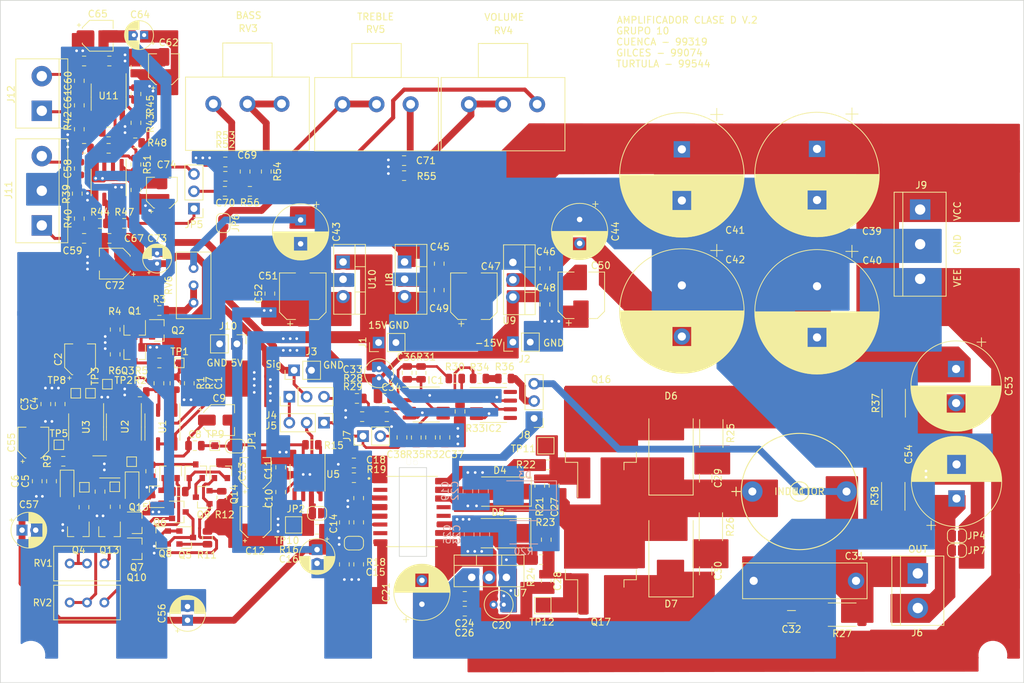
<source format=kicad_pcb>
(kicad_pcb (version 20171130) (host pcbnew "(5.1.2)-2")
  (layers (0 F.Cu signal) (31 B.Cu signal hide) (34 B.Paste user hide) (35 F.Paste user) (36 B.SilkS user hide) (37 F.SilkS user) (38 B.Mask user hide) (39 F.Mask user) (44 Edge.Cuts user))
  (net 0 "")
  (net 1 GND)
  (net 2 +15V)
  (net 3 +5V)
  (net 4 /Vtriang_off)
  (net 5 "Net-(C8-Pad2)")
  (net 6 "Net-(C8-Pad1)")
  (net 7 "Net-(D1-Pad2)")
  (net 8 /Charge)
  (net 9 "Net-(D2-Pad2)")
  (net 10 /Discharge)
  (net 11 VCC)
  (net 12 Vtriang)
  (net 13 "Net-(Q1-Pad3)")
  (net 14 "Net-(Q1-Pad2)")
  (net 15 "Net-(Q1-Pad1)")
  (net 16 /U-)
  (net 17 "Net-(Q3-Pad2)")
  (net 18 "Net-(Q4-Pad3)")
  (net 19 "Net-(Q5-Pad3)")
  (net 20 "Net-(Q5-Pad2)")
  (net 21 "Net-(Q14-Pad1)")
  (net 22 "Net-(Q6-Pad2)")
  (net 23 "Net-(Q12-Pad1)")
  (net 24 "Net-(Q7-Pad2)")
  (net 25 "Net-(Q11-Pad2)")
  (net 26 "Net-(Q9-Pad2)")
  (net 27 "Net-(Q10-Pad3)")
  (net 28 "Net-(Q10-Pad2)")
  (net 29 "Net-(Q11-Pad1)")
  (net 30 "Net-(Q13-Pad3)")
  (net 31 "Net-(R1-Pad2)")
  (net 32 /U+)
  (net 33 /Set)
  (net 34 /Reset)
  (net 35 "Net-(U2-Pad6)")
  (net 36 "Net-(U2-Pad5)")
  (net 37 "Net-(U3-Pad6)")
  (net 38 "Net-(U3-Pad5)")
  (net 39 /Vref)
  (net 40 -15V)
  (net 41 Signal_in)
  (net 42 PWM)
  (net 43 "Net-(JP2-Pad1)")
  (net 44 "Net-(U5-Pad6)")
  (net 45 "Net-(U5-Pad5)")
  (net 46 Error_amplifier_in)
  (net 47 "Net-(J4-Pad1)")
  (net 48 "Net-(J5-Pad2)")
  (net 49 Error_amplifier_out)
  (net 50 "Net-(C14-Pad2)")
  (net 51 "Net-(C15-Pad1)")
  (net 52 "Net-(C18-Pad1)")
  (net 53 VS)
  (net 54 /VDDA)
  (net 55 VEE)
  (net 56 /VDDB)
  (net 57 "Net-(C27-Pad1)")
  (net 58 "Net-(C28-Pad1)")
  (net 59 "Net-(C29-Pad1)")
  (net 60 "Net-(C30-Pad1)")
  (net 61 VOUT)
  (net 62 "Net-(C32-Pad1)")
  (net 63 "Net-(D3-Pad1)")
  (net 64 /HO)
  (net 65 "Net-(D4-Pad1)")
  (net 66 /LO)
  (net 67 "Net-(D5-Pad1)")
  (net 68 "Net-(C35-Pad2)")
  (net 69 "Net-(C36-Pad2)")
  (net 70 "Net-(C36-Pad1)")
  (net 71 "Net-(C37-Pad1)")
  (net 72 "Net-(IC1-Pad8)")
  (net 73 "Net-(IC1-Pad1)")
  (net 74 "Net-(IC2-Pad8)")
  (net 75 "Net-(IC2-Pad2)")
  (net 76 "Net-(IC2-Pad3)")
  (net 77 "Net-(IC2-Pad1)")
  (net 78 "Net-(J8-Pad2)")
  (net 79 "Net-(R34-Pad1)")
  (net 80 "Net-(C53-Pad2)")
  (net 81 "Net-(C58-Pad1)")
  (net 82 "Net-(C59-Pad1)")
  (net 83 "Net-(C60-Pad1)")
  (net 84 "Net-(C61-Pad1)")
  (net 85 "Net-(C69-Pad2)")
  (net 86 "Net-(C69-Pad1)")
  (net 87 "Net-(C70-Pad2)")
  (net 88 /Filter_in)
  (net 89 "Net-(C71-Pad1)")
  (net 90 "Net-(JP5-Pad3)")
  (net 91 "Net-(JP5-Pad1)")
  (net 92 "Net-(JP6-Pad1)")
  (net 93 "Net-(R39-Pad2)")
  (net 94 "Net-(R43-Pad2)")
  (net 95 "Net-(R43-Pad1)")
  (net 96 "Net-(R44-Pad2)")
  (net 97 "Net-(R45-Pad2)")
  (net 98 "Net-(R46-Pad2)")
  (net 99 "Net-(R48-Pad2)")
  (net 100 "Net-(R49-Pad2)")
  (net 101 /Filter_out)
  (net 102 /RIGHT)
  (net 103 /LEFT)
  (net 104 /IN+)
  (net 105 /IN-)
  (net 106 "Net-(R3-Pad2)")
  (module Potentiometer_THT:Potentiometer_Bourns_3296W_Vertical (layer F.Cu) (at 81.4595 76.6255 90)
    (fp_text reference RV6 (at -2.54 -3.66 90) (layer F.SilkS))
    (fp_text value 10k)
    (pad 3 thru_hole circle (at -5.08 0 90) (size 1.44 1.44) (drill 0.8) (layers *.Cu *.Mask) (net 106 "Net-(R3-Pad2)"))
    (pad 2 thru_hole circle (at -2.54 0 90) (size 1.44 1.44) (drill 0.8) (layers *.Cu *.Mask) (net 106 "Net-(R3-Pad2)"))
    (pad 1 thru_hole circle (at 0 0 90) (size 1.44 1.44) (drill 0.8) (layers *.Cu *.Mask) (net 11 VCC))
  )
  (module footprints:Potentiometer_Alps_RK163_Single_Horizontal (layer F.Cu) (at 131.815 52.6225 90)
    (fp_text reference RV4 (at 10.795 -4.953 180) (layer F.SilkS))
    (fp_text value R_POT)
    (pad 1 thru_hole circle (at 0 0 90) (size 2.34 2.34) (drill 1.3) (layers *.Cu *.Mask) (net 101 /Filter_out))
    (pad 2 thru_hole circle (at 0 -5 90) (size 2.34 2.34) (drill 1.3) (layers *.Cu *.Mask) (net 92 "Net-(JP6-Pad1)"))
    (pad 3 thru_hole circle (at 0 -10 90) (size 2.34 2.34) (drill 1.3) (layers *.Cu *.Mask) (net 92 "Net-(JP6-Pad1)"))
  )
  (module footprints:Potentiometer_Alps_RK163_Single_Horizontal (layer F.Cu) (at 113.273 52.6225 90)
    (fp_text reference RV5 (at 10.9855 -5.1435 180) (layer F.SilkS))
    (fp_text value R_POT)
    (pad 1 thru_hole circle (at 0 0 90) (size 2.34 2.34) (drill 1.3) (layers *.Cu *.Mask) (net 89 "Net-(C71-Pad1)"))
    (pad 2 thru_hole circle (at 0 -5 90) (size 2.34 2.34) (drill 1.3) (layers *.Cu *.Mask) (net 87 "Net-(C70-Pad2)"))
    (pad 3 thru_hole circle (at 0 -10 90) (size 2.34 2.34) (drill 1.3) (layers *.Cu *.Mask) (net 87 "Net-(C70-Pad2)"))
  )
  (module footprints:Potentiometer_Alps_RK163_Single_Horizontal (layer F.Cu) (at 94.35 52.559 90)
    (fp_text reference RV3 (at 11.049 -4.8895 180) (layer F.SilkS))
    (fp_text value R_POT)
    (pad 1 thru_hole circle (at 0 0 90) (size 2.34 2.34) (drill 1.3) (layers *.Cu *.Mask) (net 85 "Net-(C69-Pad2)"))
    (pad 2 thru_hole circle (at 0 -5 90) (size 2.34 2.34) (drill 1.3) (layers *.Cu *.Mask) (net 85 "Net-(C69-Pad2)"))
    (pad 3 thru_hole circle (at 0 -10 90) (size 2.34 2.34) (drill 1.3) (layers *.Cu *.Mask) (net 86 "Net-(C69-Pad1)"))
  )
  (module MountingHole:MountingHole_3.2mm_M3 (layer F.Cu) (at 57.609 133.3805)
    (fp_text reference REF** hide)
    (fp_text value MountingHole_3.2mm_M3)
    (pad 1 np_thru_hole circle (at 0 0) (size 3.2 3.2) (drill 3.2) (layers *.Cu *.Mask))
  )
  (module MountingHole:MountingHole_3.2mm_M3 (layer F.Cu) (at 198.609 133.3805)
    (fp_text reference REF** hide)
    (fp_text value MountingHole_3.2mm_M3)
    (pad 1 np_thru_hole circle (at 0 0) (size 3.2 3.2) (drill 3.2) (layers *.Cu *.Mask))
  )
  (module MountingHole:MountingHole_3.2mm_M3 (layer F.Cu) (at 198.609 41.3805)
    (fp_text reference REF** hide)
    (fp_text value MountingHole_3.2mm_M3)
    (pad 1 np_thru_hole circle (at 0 0) (size 3.2 3.2) (drill 3.2) (layers *.Cu *.Mask))
  )
  (module MountingHole:MountingHole_3.2mm_M3 (layer F.Cu) (at 57.609 41.3805)
    (fp_text reference REF** hide)
    (fp_text value MountingHole_3.2mm_M3)
    (pad 1 np_thru_hole circle (at 0 0) (size 3.2 3.2) (drill 3.2) (layers *.Cu *.Mask))
  )
  (module Jumper:SolderJumper-2_P1.3mm_Open_RoundedPad1.0x1.5mm (layer F.Cu) (at 193.3465 118.0275 180)
    (fp_text reference JP7 (at -2.921 0) (layer F.SilkS))
    (fp_text value Jumper)
    (pad 2 smd custom (at 0.65 0 180) (size 1 0.5) (layers F.Cu F.Mask) (net 80 "Net-(C53-Pad2)") (options (clearance outline) (anchor rect)) (primitives (gr_circle (center 0 0.25) (end 0.5 0.25) (width 0)) (gr_circle (center 0 -0.25) (end 0.5 -0.25) (width 0)) (gr_poly (pts (xy 0 -0.75) (xy -0.5 -0.75) (xy -0.5 0.75) (xy 0 0.75)) (width 0))))
    (pad 1 smd custom (at -0.65 0 180) (size 1 0.5) (layers F.Cu F.Mask) (net 1 GND) (options (clearance outline) (anchor rect)) (primitives (gr_circle (center 0 0.25) (end 0.5 0.25) (width 0)) (gr_circle (center 0 -0.25) (end 0.5 -0.25) (width 0)) (gr_poly (pts (xy 0 -0.75) (xy 0.5 -0.75) (xy 0.5 0.75) (xy 0 0.75)) (width 0))))
  )
  (module Package_SO:SOIC-8_3.9x4.9mm_P1.27mm (layer F.Cu) (at 69.009 64.0805 270)
    (fp_text reference U12 hide)
    (fp_text value NE5532)
    (pad 8 smd roundrect (at 2.475 -1.905 270) (size 1.95 0.6) (layers F.Cu F.Paste F.Mask) (net 2 +15V))
    (pad 7 smd roundrect (at 2.475 -0.635 270) (size 1.95 0.6) (layers F.Cu F.Paste F.Mask) (net 91 "Net-(JP5-Pad1)"))
    (pad 6 smd roundrect (at 2.475 0.635 270) (size 1.95 0.6) (layers F.Cu F.Paste F.Mask) (net 96 "Net-(R44-Pad2)"))
    (pad 5 smd roundrect (at 2.475 1.905 270) (size 1.95 0.6) (layers F.Cu F.Paste F.Mask) (net 1 GND))
    (pad 4 smd roundrect (at -2.475 1.905 270) (size 1.95 0.6) (layers F.Cu F.Paste F.Mask) (net 40 -15V))
    (pad 3 smd roundrect (at -2.475 0.635 270) (size 1.95 0.6) (layers F.Cu F.Paste F.Mask) (net 100 "Net-(R49-Pad2)"))
    (pad 2 smd roundrect (at -2.475 -0.635 270) (size 1.95 0.6) (layers F.Cu F.Paste F.Mask) (net 99 "Net-(R48-Pad2)"))
    (pad 1 smd roundrect (at -2.475 -1.905 270) (size 1.95 0.6) (layers F.Cu F.Paste F.Mask) (net 90 "Net-(JP5-Pad3)"))
  )
  (module Package_SO:SOIC-8_3.9x4.9mm_P1.27mm (layer F.Cu) (at 69.009 51.5805 270)
    (fp_text reference U11 (at -0.2 0 180) (layer F.SilkS))
    (fp_text value NE5532)
    (pad 8 smd roundrect (at 2.475 -1.905 270) (size 1.95 0.6) (layers F.Cu F.Paste F.Mask) (net 2 +15V))
    (pad 7 smd roundrect (at 2.475 -0.635 270) (size 1.95 0.6) (layers F.Cu F.Paste F.Mask) (net 98 "Net-(R46-Pad2)"))
    (pad 6 smd roundrect (at 2.475 0.635 270) (size 1.95 0.6) (layers F.Cu F.Paste F.Mask) (net 94 "Net-(R43-Pad2)"))
    (pad 5 smd roundrect (at 2.475 1.905 270) (size 1.95 0.6) (layers F.Cu F.Paste F.Mask) (net 84 "Net-(C61-Pad1)"))
    (pad 4 smd roundrect (at -2.475 1.905 270) (size 1.95 0.6) (layers F.Cu F.Paste F.Mask) (net 40 -15V))
    (pad 3 smd roundrect (at -2.475 0.635 270) (size 1.95 0.6) (layers F.Cu F.Paste F.Mask) (net 83 "Net-(C60-Pad1)"))
    (pad 2 smd roundrect (at -2.475 -0.635 270) (size 1.95 0.6) (layers F.Cu F.Paste F.Mask) (net 95 "Net-(R43-Pad1)"))
    (pad 1 smd roundrect (at -2.475 -1.905 270) (size 1.95 0.6) (layers F.Cu F.Paste F.Mask) (net 97 "Net-(R45-Pad2)"))
  )
  (module Capacitor_SMD:CP_Elec_4x5.3 (layer F.Cu) (at 76.809 65.5805 90)
    (fp_text reference C74 (at 4.1 0.7) (layer F.SilkS))
    (fp_text value 10u)
    (pad 2 smd roundrect (at 1.8 0 90) (size 2.6 1.6) (layers F.Cu F.Paste F.Mask) (roundrect_rratio 0.15625) (net 40 -15V))
    (pad 1 smd roundrect (at -1.8 0 90) (size 2.6 1.6) (layers F.Cu F.Paste F.Mask) (roundrect_rratio 0.15625) (net 1 GND))
  )
  (module Capacitor_THT:CP_Radial_D4.0mm_P1.50mm (layer F.Cu) (at 76.109 75.9805 90)
    (fp_text reference C73 (at 3.7 0 180) (layer F.SilkS))
    (fp_text value 10u)
    (pad 2 thru_hole circle (at 1.5 0 90) (size 1.2 1.2) (drill 0.6) (layers *.Cu *.Mask) (net 40 -15V))
    (pad 1 thru_hole rect (at 0 0 90) (size 1.2 1.2) (drill 0.6) (layers *.Cu *.Mask) (net 2 +15V))
  )
  (module Capacitor_SMD:CP_Elec_4x5.3 (layer F.Cu) (at 69.909 75.9805 180)
    (fp_text reference C72 (at 0 -3.2) (layer F.SilkS))
    (fp_text value 10u)
    (pad 2 smd roundrect (at 1.8 0 180) (size 2.6 1.6) (layers F.Cu F.Paste F.Mask) (roundrect_rratio 0.15625) (net 1 GND))
    (pad 1 smd roundrect (at -1.8 0 180) (size 2.6 1.6) (layers F.Cu F.Paste F.Mask) (roundrect_rratio 0.15625) (net 2 +15V))
  )
  (module Connector_PinHeader_2.54mm:PinHeader_1x03_P2.54mm_Vertical (layer F.Cu) (at 81.509 67.9205 180)
    (fp_text reference JP5 (at 0 -2.33) (layer F.SilkS))
    (fp_text value Jumper_3_Open)
    (pad 3 thru_hole oval (at 0 5.08 180) (size 1.7 1.7) (drill 1) (layers *.Cu *.Mask) (net 90 "Net-(JP5-Pad3)"))
    (pad 2 thru_hole oval (at 0 2.54 180) (size 1.7 1.7) (drill 1) (layers *.Cu *.Mask) (net 88 /Filter_in))
    (pad 1 thru_hole rect (at 0 0 180) (size 1.7 1.7) (drill 1) (layers *.Cu *.Mask) (net 91 "Net-(JP5-Pad1)"))
  )
  (module Resistor_SMD:R_0805_2012Metric (layer F.Cu) (at 89.709 65.3805 180)
    (fp_text reference R56 (at 0 -1.65) (layer F.SilkS))
    (fp_text value R)
    (pad 2 smd roundrect (at 0.9375 0 180) (size 0.975 1.4) (layers F.Cu F.Paste F.Mask) (net 87 "Net-(C70-Pad2)"))
    (pad 1 smd roundrect (at -0.9375 0 180) (size 0.975 1.4) (layers F.Cu F.Paste F.Mask) (net 101 /Filter_out))
  )
  (module Resistor_SMD:R_0805_2012Metric (layer F.Cu) (at 112.309 63.0805 180)
    (fp_text reference R55 (at -3.3 -0.1) (layer F.SilkS))
    (fp_text value R)
    (pad 2 smd roundrect (at 0.9375 0 180) (size 0.975 1.4) (layers F.Cu F.Paste F.Mask) (net 1 GND))
    (pad 1 smd roundrect (at -0.9375 0 180) (size 0.975 1.4) (layers F.Cu F.Paste F.Mask) (net 92 "Net-(JP6-Pad1)"))
  )
  (module Resistor_SMD:R_0805_2012Metric (layer F.Cu) (at 92.109 62.4805 270)
    (fp_text reference R54 (at 0 -1.65 90) (layer F.SilkS))
    (fp_text value R)
    (pad 2 smd roundrect (at 0.9375 0 270) (size 0.975 1.4) (layers F.Cu F.Paste F.Mask) (net 101 /Filter_out))
    (pad 1 smd roundrect (at -0.9375 0 270) (size 0.975 1.4) (layers F.Cu F.Paste F.Mask) (net 85 "Net-(C69-Pad2)"))
  )
  (module Resistor_SMD:R_0805_2012Metric (layer F.Cu) (at 86.109 61.0805 180)
    (fp_text reference R53 (at 0 3.9) (layer F.SilkS))
    (fp_text value R)
    (pad 2 smd roundrect (at 0.9375 0 180) (size 0.975 1.4) (layers F.Cu F.Paste F.Mask) (net 1 GND))
    (pad 1 smd roundrect (at -0.9375 0 180) (size 0.975 1.4) (layers F.Cu F.Paste F.Mask) (net 86 "Net-(C69-Pad1)"))
  )
  (module Resistor_SMD:R_0805_2012Metric (layer F.Cu) (at 86.109 63.1805)
    (fp_text reference R52 (at 0 -4.7) (layer F.SilkS))
    (fp_text value R)
    (pad 2 smd roundrect (at 0.9375 0) (size 0.975 1.4) (layers F.Cu F.Paste F.Mask) (net 85 "Net-(C69-Pad2)"))
    (pad 1 smd roundrect (at -0.9375 0) (size 0.975 1.4) (layers F.Cu F.Paste F.Mask) (net 88 /Filter_in))
  )
  (module Resistor_SMD:R_0805_2012Metric (layer F.Cu) (at 73.009 61.443 270)
    (fp_text reference R51 (at 0 -1.65 90) (layer F.SilkS))
    (fp_text value R)
    (pad 2 smd roundrect (at 0.9375 0 270) (size 0.975 1.4) (layers F.Cu F.Paste F.Mask) (net 90 "Net-(JP5-Pad3)"))
    (pad 1 smd roundrect (at -0.9375 0 270) (size 0.975 1.4) (layers F.Cu F.Paste F.Mask) (net 99 "Net-(R48-Pad2)"))
  )
  (module Resistor_SMD:R_0805_2012Metric (layer F.Cu) (at 65.409 59.0805)
    (fp_text reference R50 hide)
    (fp_text value R)
    (pad 2 smd roundrect (at 0.9375 0) (size 0.975 1.4) (layers F.Cu F.Paste F.Mask) (net 100 "Net-(R49-Pad2)"))
    (pad 1 smd roundrect (at -0.9375 0) (size 0.975 1.4) (layers F.Cu F.Paste F.Mask) (net 1 GND))
  )
  (module Resistor_SMD:R_0805_2012Metric (layer F.Cu) (at 69.009 59.0805 180)
    (fp_text reference R49 hide)
    (fp_text value R)
    (pad 2 smd roundrect (at 0.9375 0 180) (size 0.975 1.4) (layers F.Cu F.Paste F.Mask) (net 100 "Net-(R49-Pad2)"))
    (pad 1 smd roundrect (at -0.9375 0 180) (size 0.975 1.4) (layers F.Cu F.Paste F.Mask) (net 98 "Net-(R46-Pad2)"))
  )
  (module Resistor_SMD:R_0805_2012Metric (layer F.Cu) (at 72.909 58.2805 180)
    (fp_text reference R48 (at -3.2 0 180) (layer F.SilkS))
    (fp_text value R)
    (pad 2 smd roundrect (at 0.9375 0 180) (size 0.975 1.4) (layers F.Cu F.Paste F.Mask) (net 99 "Net-(R48-Pad2)"))
    (pad 1 smd roundrect (at -0.9375 0 180) (size 0.975 1.4) (layers F.Cu F.Paste F.Mask) (net 97 "Net-(R45-Pad2)"))
  )
  (module Resistor_SMD:R_0805_2012Metric (layer F.Cu) (at 71.309 70.0805)
    (fp_text reference R47 (at 0 -1.65) (layer F.SilkS))
    (fp_text value R)
    (pad 2 smd roundrect (at 0.9375 0) (size 0.975 1.4) (layers F.Cu F.Paste F.Mask) (net 91 "Net-(JP5-Pad1)"))
    (pad 1 smd roundrect (at -0.9375 0) (size 0.975 1.4) (layers F.Cu F.Paste F.Mask) (net 96 "Net-(R44-Pad2)"))
  )
  (module Resistor_SMD:R_0805_2012Metric (layer F.Cu) (at 69.009 56.6805)
    (fp_text reference R46 hide)
    (fp_text value R)
    (pad 2 smd roundrect (at 0.9375 0) (size 0.975 1.4) (layers F.Cu F.Paste F.Mask) (net 98 "Net-(R46-Pad2)"))
    (pad 1 smd roundrect (at -0.9375 0) (size 0.975 1.4) (layers F.Cu F.Paste F.Mask) (net 94 "Net-(R43-Pad2)"))
  )
  (module Resistor_SMD:R_0805_2012Metric (layer F.Cu) (at 73.009 51.118 90)
    (fp_text reference R45 (at -1.5625 2.1 90) (layer F.SilkS))
    (fp_text value R)
    (pad 2 smd roundrect (at 0.9375 0 90) (size 0.975 1.4) (layers F.Cu F.Paste F.Mask) (net 97 "Net-(R45-Pad2)"))
    (pad 1 smd roundrect (at -0.9375 0 90) (size 0.975 1.4) (layers F.Cu F.Paste F.Mask) (net 95 "Net-(R43-Pad1)"))
  )
  (module Resistor_SMD:R_0805_2012Metric (layer F.Cu) (at 67.7465 70.0805)
    (fp_text reference R44 (at 0 -1.65) (layer F.SilkS))
    (fp_text value R)
    (pad 2 smd roundrect (at 0.9375 0) (size 0.975 1.4) (layers F.Cu F.Paste F.Mask) (net 96 "Net-(R44-Pad2)"))
    (pad 1 smd roundrect (at -0.9375 0) (size 0.975 1.4) (layers F.Cu F.Paste F.Mask) (net 93 "Net-(R39-Pad2)"))
  )
  (module Resistor_SMD:R_0805_2012Metric (layer F.Cu) (at 73.009 55.343 90)
    (fp_text reference R43 (at -0.0375 2.1 90) (layer F.SilkS))
    (fp_text value R)
    (pad 2 smd roundrect (at 0.9375 0 90) (size 0.975 1.4) (layers F.Cu F.Paste F.Mask) (net 94 "Net-(R43-Pad2)"))
    (pad 1 smd roundrect (at -0.9375 0 90) (size 0.975 1.4) (layers F.Cu F.Paste F.Mask) (net 95 "Net-(R43-Pad1)"))
  )
  (module Resistor_SMD:R_0805_2012Metric (layer F.Cu) (at 64.709 56.2805 270)
    (fp_text reference R42 (at -1.2 1.7 270) (layer F.SilkS))
    (fp_text value R)
    (pad 2 smd roundrect (at 0.9375 0 270) (size 0.975 1.4) (layers F.Cu F.Paste F.Mask) (net 1 GND))
    (pad 1 smd roundrect (at -0.9375 0 270) (size 0.975 1.4) (layers F.Cu F.Paste F.Mask) (net 84 "Net-(C61-Pad1)"))
  )
  (module Resistor_SMD:R_0805_2012Metric (layer F.Cu) (at 65.409 46.2805)
    (fp_text reference R41 hide)
    (fp_text value R)
    (pad 2 smd roundrect (at 0.9375 0) (size 0.975 1.4) (layers F.Cu F.Paste F.Mask) (net 1 GND))
    (pad 1 smd roundrect (at -0.9375 0) (size 0.975 1.4) (layers F.Cu F.Paste F.Mask) (net 83 "Net-(C60-Pad1)"))
  )
  (module Resistor_SMD:R_0805_2012Metric (layer F.Cu) (at 64.709 69.3805 90)
    (fp_text reference R40 (at 0 -1.65 90) (layer F.SilkS))
    (fp_text value R)
    (pad 2 smd roundrect (at 0.9375 0 90) (size 0.975 1.4) (layers F.Cu F.Paste F.Mask) (net 93 "Net-(R39-Pad2)"))
    (pad 1 smd roundrect (at -0.9375 0 90) (size 0.975 1.4) (layers F.Cu F.Paste F.Mask) (net 82 "Net-(C59-Pad1)"))
  )
  (module Resistor_SMD:R_0805_2012Metric (layer F.Cu) (at 64.409 65.718 270)
    (fp_text reference R39 (at 0.0625 1.6 90) (layer F.SilkS))
    (fp_text value R)
    (pad 2 smd roundrect (at 0.9375 0 270) (size 0.975 1.4) (layers F.Cu F.Paste F.Mask) (net 93 "Net-(R39-Pad2)"))
    (pad 1 smd roundrect (at -0.9375 0 270) (size 0.975 1.4) (layers F.Cu F.Paste F.Mask) (net 81 "Net-(C58-Pad1)"))
  )
  (module Jumper:SolderJumper-2_P1.3mm_Open_RoundedPad1.0x1.5mm (layer F.Cu) (at 85.809 70.0305 270)
    (fp_text reference JP6 (at 0 -1.8 90) (layer F.SilkS))
    (fp_text value Jumper_Preampli)
    (pad 2 smd custom (at 0.65 0 270) (size 1 0.5) (layers F.Cu F.Mask) (net 41 Signal_in) (options (clearance outline) (anchor rect)) (primitives (gr_circle (center 0 0.25) (end 0.5 0.25) (width 0)) (gr_circle (center 0 -0.25) (end 0.5 -0.25) (width 0)) (gr_poly (pts (xy 0 -0.75) (xy -0.5 -0.75) (xy -0.5 0.75) (xy 0 0.75)) (width 0))))
    (pad 1 smd custom (at -0.65 0 270) (size 1 0.5) (layers F.Cu F.Mask) (net 92 "Net-(JP6-Pad1)") (options (clearance outline) (anchor rect)) (primitives (gr_circle (center 0 0.25) (end 0.5 0.25) (width 0)) (gr_circle (center 0 -0.25) (end 0.5 -0.25) (width 0)) (gr_poly (pts (xy 0 -0.75) (xy 0.5 -0.75) (xy 0.5 0.75) (xy 0 0.75)) (width 0))))
  )
  (module TerminalBlock:TerminalBlock_bornier-2_P5.08mm (layer F.Cu) (at 59.209 53.5805 90)
    (fp_text reference J12 (at 2.4 -4.5 90) (layer F.SilkS))
    (fp_text value Screw_Terminal_01x02)
    (pad 2 thru_hole circle (at 5.08 0 90) (size 3 3) (drill 1.52) (layers *.Cu *.Mask) (net 104 /IN+))
    (pad 1 thru_hole rect (at 0 0 90) (size 3 3) (drill 1.52) (layers *.Cu *.Mask) (net 105 /IN-))
  )
  (module TerminalBlock:TerminalBlock_bornier-3_P5.08mm (layer F.Cu) (at 59.209 70.3805 90)
    (fp_text reference J11 (at 5.185 -4.864 90) (layer F.SilkS))
    (fp_text value Screw_Terminal_01x03)
    (pad 3 thru_hole circle (at 10.16 0 90) (size 3 3) (drill 1.52) (layers *.Cu *.Mask) (net 102 /RIGHT))
    (pad 2 thru_hole circle (at 5.08 0 90) (size 3 3) (drill 1.52) (layers *.Cu *.Mask) (net 1 GND))
    (pad 1 thru_hole rect (at 0 0 90) (size 3 3) (drill 1.52) (layers *.Cu *.Mask) (net 103 /LEFT))
  )
  (module Capacitor_SMD:C_0805_2012Metric (layer F.Cu) (at 112.309 60.8805 180)
    (fp_text reference C71 (at -3.2 0) (layer F.SilkS))
    (fp_text value C)
    (pad 2 smd roundrect (at 0.9375 0 180) (size 0.975 1.4) (layers F.Cu F.Paste F.Mask) (net 1 GND))
    (pad 1 smd roundrect (at -0.9375 0 180) (size 0.975 1.4) (layers F.Cu F.Paste F.Mask) (net 89 "Net-(C71-Pad1)"))
  )
  (module Capacitor_SMD:C_0805_2012Metric (layer F.Cu) (at 86.0465 65.3805)
    (fp_text reference C70 (at 0.0625 1.7) (layer F.SilkS))
    (fp_text value C)
    (pad 2 smd roundrect (at 0.9375 0) (size 0.975 1.4) (layers F.Cu F.Paste F.Mask) (net 87 "Net-(C70-Pad2)"))
    (pad 1 smd roundrect (at -0.9375 0) (size 0.975 1.4) (layers F.Cu F.Paste F.Mask) (net 88 /Filter_in))
  )
  (module Capacitor_SMD:C_0805_2012Metric (layer F.Cu) (at 89.009 62.4805 270)
    (fp_text reference C69 (at -2.4 -0.3 180) (layer F.SilkS))
    (fp_text value C)
    (pad 2 smd roundrect (at 0.9375 0 270) (size 0.975 1.4) (layers F.Cu F.Paste F.Mask) (net 85 "Net-(C69-Pad2)"))
    (pad 1 smd roundrect (at -0.9375 0 270) (size 0.975 1.4) (layers F.Cu F.Paste F.Mask) (net 86 "Net-(C69-Pad1)"))
  )
  (module Capacitor_SMD:C_0805_2012Metric (layer F.Cu) (at 73.009 65.1805 270)
    (fp_text reference C68 hide)
    (fp_text value C)
    (pad 2 smd roundrect (at 0.9375 0 270) (size 0.975 1.4) (layers F.Cu F.Paste F.Mask) (net 1 GND))
    (pad 1 smd roundrect (at -0.9375 0 270) (size 0.975 1.4) (layers F.Cu F.Paste F.Mask) (net 40 -15V))
  )
  (module Capacitor_SMD:C_0805_2012Metric (layer F.Cu) (at 69.109 72.2805 180)
    (fp_text reference C67 (at -3.6 0) (layer F.SilkS))
    (fp_text value C)
    (pad 2 smd roundrect (at 0.9375 0 180) (size 0.975 1.4) (layers F.Cu F.Paste F.Mask) (net 1 GND))
    (pad 1 smd roundrect (at -0.9375 0 180) (size 0.975 1.4) (layers F.Cu F.Paste F.Mask) (net 2 +15V))
  )
  (module Capacitor_SMD:C_0805_2012Metric (layer F.Cu) (at 69.109 46.2805)
    (fp_text reference C66 hide)
    (fp_text value C)
    (pad 2 smd roundrect (at 0.9375 0) (size 0.975 1.4) (layers F.Cu F.Paste F.Mask) (net 1 GND))
    (pad 1 smd roundrect (at -0.9375 0) (size 0.975 1.4) (layers F.Cu F.Paste F.Mask) (net 40 -15V))
  )
  (module Capacitor_SMD:CP_Elec_4x5.3 (layer F.Cu) (at 67.409 42.5805)
    (fp_text reference C65 (at 0 -3.2) (layer F.SilkS))
    (fp_text value 10u)
    (pad 2 smd roundrect (at 1.8 0) (size 2.6 1.6) (layers F.Cu F.Paste F.Mask) (roundrect_rratio 0.15625) (net 40 -15V))
    (pad 1 smd roundrect (at -1.8 0) (size 2.6 1.6) (layers F.Cu F.Paste F.Mask) (roundrect_rratio 0.15625) (net 1 GND))
  )
  (module Capacitor_THT:CP_Radial_D4.0mm_P1.50mm (layer F.Cu) (at 74.209 42.4805 180)
    (fp_text reference C64 (at 0.6 3) (layer F.SilkS))
    (fp_text value 10u)
    (pad 2 thru_hole circle (at 1.5 0 180) (size 1.2 1.2) (drill 0.6) (layers *.Cu *.Mask) (net 40 -15V))
    (pad 1 thru_hole rect (at 0 0 180) (size 1.2 1.2) (drill 0.6) (layers *.Cu *.Mask) (net 2 +15V))
  )
  (module Capacitor_SMD:C_0805_2012Metric (layer F.Cu) (at 73.009 47.1805 90)
    (fp_text reference C63 hide)
    (fp_text value C)
    (pad 2 smd roundrect (at 0.9375 0 90) (size 0.975 1.4) (layers F.Cu F.Paste F.Mask) (net 1 GND))
    (pad 1 smd roundrect (at -0.9375 0 90) (size 0.975 1.4) (layers F.Cu F.Paste F.Mask) (net 2 +15V))
  )
  (module Capacitor_SMD:CP_Elec_4x5.3 (layer F.Cu) (at 77.109 47.4805 90)
    (fp_text reference C62 (at 3.9 0.7 180) (layer F.SilkS))
    (fp_text value 10u)
    (pad 2 smd roundrect (at 1.8 0 90) (size 2.6 1.6) (layers F.Cu F.Paste F.Mask) (roundrect_rratio 0.15625) (net 1 GND))
    (pad 1 smd roundrect (at -1.8 0 90) (size 2.6 1.6) (layers F.Cu F.Paste F.Mask) (roundrect_rratio 0.15625) (net 2 +15V))
  )
  (module Capacitor_SMD:C_0805_2012Metric (layer F.Cu) (at 64.709 52.7805 270)
    (fp_text reference C61 (at -0.9 1.7 90) (layer F.SilkS))
    (fp_text value C)
    (pad 2 smd roundrect (at 0.9375 0 270) (size 0.975 1.4) (layers F.Cu F.Paste F.Mask) (net 105 /IN-))
    (pad 1 smd roundrect (at -0.9375 0 270) (size 0.975 1.4) (layers F.Cu F.Paste F.Mask) (net 84 "Net-(C61-Pad1)"))
  )
  (module Capacitor_SMD:C_0805_2012Metric (layer F.Cu) (at 64.709 49.1805 90)
    (fp_text reference C60 (at 0 -1.65 90) (layer F.SilkS))
    (fp_text value C)
    (pad 2 smd roundrect (at 0.9375 0 90) (size 0.975 1.4) (layers F.Cu F.Paste F.Mask) (net 104 /IN+))
    (pad 1 smd roundrect (at -0.9375 0 90) (size 0.975 1.4) (layers F.Cu F.Paste F.Mask) (net 83 "Net-(C60-Pad1)"))
  )
  (module Capacitor_SMD:C_0805_2012Metric (layer F.Cu) (at 65.409 72.2805 180)
    (fp_text reference C59 (at 1.7 -1.8) (layer F.SilkS))
    (fp_text value C)
    (pad 2 smd roundrect (at 0.9375 0 180) (size 0.975 1.4) (layers F.Cu F.Paste F.Mask) (net 103 /LEFT))
    (pad 1 smd roundrect (at -0.9375 0 180) (size 0.975 1.4) (layers F.Cu F.Paste F.Mask) (net 82 "Net-(C59-Pad1)"))
  )
  (module Capacitor_SMD:C_0805_2012Metric (layer F.Cu) (at 64.709 62.043 90)
    (fp_text reference C58 (at -0.0375 -1.7 90) (layer F.SilkS))
    (fp_text value C)
    (pad 2 smd roundrect (at 0.9375 0 90) (size 0.975 1.4) (layers F.Cu F.Paste F.Mask) (net 102 /RIGHT))
    (pad 1 smd roundrect (at -0.9375 0 90) (size 0.975 1.4) (layers F.Cu F.Paste F.Mask) (net 81 "Net-(C58-Pad1)"))
  )
  (module Connector_PinHeader_2.54mm:PinHeader_1x02_P2.54mm_Vertical (layer F.Cu) (at 87.8095 87.738 270)
    (fp_text reference J10 (at -2.6035 1.3005 180) (layer F.SilkS))
    (fp_text value Conn_01x02_Male)
    (pad 2 thru_hole oval (at 0 2.54 270) (size 1.7 1.7) (drill 1) (layers *.Cu *.Mask) (net 1 GND))
    (pad 1 thru_hole rect (at 0 0 270) (size 1.7 1.7) (drill 1) (layers *.Cu *.Mask) (net 3 +5V))
  )
  (module Connector_PinHeader_2.54mm:PinHeader_1x02_P2.54mm_Vertical (layer F.Cu) (at 128.259 87.484 90)
    (fp_text reference J2 (at -2.4765 1.7145 180) (layer F.SilkS))
    (fp_text value Conn_01x02_Male)
    (pad 2 thru_hole oval (at 0 2.54 90) (size 1.7 1.7) (drill 1) (layers *.Cu *.Mask) (net 1 GND))
    (pad 1 thru_hole rect (at 0 0 90) (size 1.7 1.7) (drill 1) (layers *.Cu *.Mask) (net 40 -15V))
  )
  (module Connector_PinHeader_2.54mm:PinHeader_1x02_P2.54mm_Vertical (layer F.Cu) (at 108.574 87.5475 90)
    (fp_text reference J1 (at 0 -2.33 90) (layer F.SilkS))
    (fp_text value Conn_01x02_Male)
    (pad 2 thru_hole oval (at 0 2.54 90) (size 1.7 1.7) (drill 1) (layers *.Cu *.Mask) (net 1 GND))
    (pad 1 thru_hole rect (at 0 0 90) (size 1.7 1.7) (drill 1) (layers *.Cu *.Mask) (net 2 +15V))
  )
  (module Capacitor_THT:CP_Radial_D5.0mm_P2.00mm (layer F.Cu) (at 99.557 117.9005 270)
    (fp_text reference C16 (at 1.38 4.148 180) (layer F.SilkS))
    (fp_text value 1u)
    (pad 2 thru_hole circle (at 2 0 270) (size 1.6 1.6) (drill 0.8) (layers *.Cu *.Mask) (net 1 GND))
    (pad 1 thru_hole rect (at 0 0 270) (size 1.6 1.6) (drill 0.8) (layers *.Cu *.Mask) (net 3 +5V))
  )
  (module Capacitor_THT:CP_Radial_D8.0mm_P3.50mm (layer F.Cu) (at 114.924 125.9015 90)
    (fp_text reference C21 (at 1.75 -5.25 90) (layer F.SilkS))
    (fp_text value 100u)
    (pad 2 thru_hole circle (at 3.5 0 90) (size 1.6 1.6) (drill 0.8) (layers *.Cu *.Mask) (net 55 VEE))
    (pad 1 thru_hole rect (at 0 0 90) (size 1.6 1.6) (drill 0.8) (layers *.Cu *.Mask) (net 1 GND))
  )
  (module Capacitor_THT:CP_Radial_D5.0mm_P2.00mm (layer F.Cu) (at 56.3135 115.043)
    (fp_text reference C57 (at 1 -3.75) (layer F.SilkS))
    (fp_text value 10u)
    (pad 2 thru_hole circle (at 2 0) (size 1.6 1.6) (drill 0.8) (layers *.Cu *.Mask) (net 1 GND))
    (pad 1 thru_hole rect (at 0 0) (size 1.6 1.6) (drill 0.8) (layers *.Cu *.Mask) (net 3 +5V))
  )
  (module Capacitor_THT:CP_Radial_D5.0mm_P2.00mm (layer F.Cu) (at 80.5705 128.251 90)
    (fp_text reference C56 (at 1 -3.75 90) (layer F.SilkS))
    (fp_text value 10u)
    (pad 2 thru_hole circle (at 2 0 90) (size 1.6 1.6) (drill 0.8) (layers *.Cu *.Mask) (net 1 GND))
    (pad 1 thru_hole rect (at 0 0 90) (size 1.6 1.6) (drill 0.8) (layers *.Cu *.Mask) (net 3 +5V))
  )
  (module TerminalBlock:TerminalBlock_bornier-2_P5.08mm (layer F.Cu) (at 187.609 121.3805 270)
    (fp_text reference J6 (at 8.7 0.1 180) (layer F.SilkS))
    (fp_text value Screw_Terminal_01x02)
    (pad 2 thru_hole circle (at 5.08 0 270) (size 3 3) (drill 1.52) (layers *.Cu *.Mask) (net 80 "Net-(C53-Pad2)"))
    (pad 1 thru_hole rect (at 0 0 270) (size 3 3) (drill 1.52) (layers *.Cu *.Mask) (net 61 VOUT))
  )
  (module Capacitor_SMD:CP_Elec_6.3x7.7 (layer F.Cu) (at 138.292 80.626 90)
    (fp_text reference C50 (at 4.3705 2.842 180) (layer F.SilkS))
    (fp_text value 100u)
    (pad 2 smd roundrect (at 2.7 0 90) (size 3.5 1.6) (layers F.Cu F.Paste F.Mask) (roundrect_rratio 0.15625) (net 40 -15V))
    (pad 1 smd roundrect (at -2.7 0 90) (size 3.5 1.6) (layers F.Cu F.Paste F.Mask) (roundrect_rratio 0.15625) (net 1 GND))
  )
  (module Capacitor_SMD:CP_Elec_4x5.3 (layer F.Cu) (at 57.9645 102.216 90)
    (fp_text reference C55 (at 0 -3.2 90) (layer F.SilkS))
    (fp_text value 10u)
    (pad 2 smd roundrect (at 1.8 0 90) (size 2.6 1.6) (layers F.Cu F.Paste F.Mask) (roundrect_rratio 0.15625) (net 1 GND))
    (pad 1 smd roundrect (at -1.8 0 90) (size 2.6 1.6) (layers F.Cu F.Paste F.Mask) (roundrect_rratio 0.15625) (net 3 +5V))
  )
  (module Capacitor_SMD:C_0805_2012Metric (layer F.Cu) (at 59.806 96.5645 90)
    (fp_text reference C3 (at -0.016 -3.097 90) (layer F.SilkS))
    (fp_text value 100n)
    (pad 2 smd roundrect (at 0.9375 0 90) (size 0.975 1.4) (layers F.Cu F.Paste F.Mask) (net 1 GND))
    (pad 1 smd roundrect (at -0.9375 0 90) (size 0.975 1.4) (layers F.Cu F.Paste F.Mask) (net 2 +15V))
  )
  (module Capacitor_SMD:C_0805_2012Metric (layer F.Cu) (at 58.536 107.8675 270)
    (fp_text reference C6 (at 0.013 3.227 90) (layer F.SilkS))
    (fp_text value 220n)
    (pad 2 smd roundrect (at 0.9375 0 270) (size 0.975 1.4) (layers F.Cu F.Paste F.Mask) (net 1 GND))
    (pad 1 smd roundrect (at -0.9375 0 270) (size 0.975 1.4) (layers F.Cu F.Paste F.Mask) (net 3 +5V))
  )
  (module TestPoint:TestPoint_Pad_1.0x1.0mm (layer F.Cu) (at 84.571 102.6605 270)
    (fp_text reference TP9 (at -1.68 -0.038 180) (layer F.SilkS))
    (fp_text value TestPoint)
    (pad 1 smd rect (at 0 0 270) (size 1 1) (layers F.Cu F.Mask) (net 5 "Net-(C8-Pad2)"))
  )
  (module TestPoint:TestPoint_Pad_1.0x1.0mm (layer F.Cu) (at 64.1875 94.977 270)
    (fp_text reference TP8 (at -1.8965 2.7785 180) (layer F.SilkS))
    (fp_text value TestPoint)
    (pad 1 smd rect (at 0 0 270) (size 1 1) (layers F.Cu F.Mask) (net 4 /Vtriang_off))
  )
  (module TestPoint:TestPoint_Pad_1.0x1.0mm (layer F.Cu) (at 69.9025 108.693 270)
    (fp_text reference TP7 hide)
    (fp_text value TestPoint)
    (pad 1 smd rect (at 0 0 270) (size 1 1) (layers F.Cu F.Mask) (net 10 /Discharge))
  )
  (module TestPoint:TestPoint_Pad_1.0x1.0mm (layer F.Cu) (at 65.4575 108.7565 270)
    (fp_text reference TP6 hide)
    (fp_text value TestPoint)
    (pad 1 smd rect (at 0 0 270) (size 1 1) (layers F.Cu F.Mask) (net 8 /Charge))
  )
  (module TestPoint:TestPoint_Pad_1.0x1.0mm (layer F.Cu) (at 61.711 102.5335 270)
    (fp_text reference TP5 (at -1.653 0.002 180) (layer F.SilkS))
    (fp_text value TestPoint)
    (pad 1 smd rect (at 0 0 270) (size 1 1) (layers F.Cu F.Mask) (net 34 /Reset))
  )
  (module TestPoint:TestPoint_Pad_1.0x1.0mm (layer F.Cu) (at 72.379 105.01 270)
    (fp_text reference TP4 hide)
    (fp_text value TestPoint)
    (pad 1 smd rect (at 0 0 270) (size 1 1) (layers F.Cu F.Mask) (net 33 /Set))
  )
  (module TestPoint:TestPoint_Pad_1.0x1.0mm (layer F.Cu) (at 66.3465 94.977 270)
    (fp_text reference TP3 (at -2.4965 -0.6625 270) (layer F.SilkS))
    (fp_text value TestPoint)
    (pad 1 smd rect (at 0 0 270) (size 1 1) (layers F.Cu F.Mask) (net 16 /U-))
  )
  (module TestPoint:TestPoint_Pad_1.0x1.0mm (layer F.Cu) (at 68.823 93.6435 270)
    (fp_text reference TP2 (at -0.563 -2.386 180) (layer F.SilkS))
    (fp_text value TestPoint)
    (pad 1 smd rect (at 0 0 270) (size 1 1) (layers F.Cu F.Mask) (net 32 /U+))
  )
  (module TestPoint:TestPoint_Pad_1.0x1.0mm (layer F.Cu) (at 79.364 90.532 270)
    (fp_text reference TP1 (at -1.6515 -0.045 180) (layer F.SilkS))
    (fp_text value TestPoint)
    (pad 1 smd rect (at 0 0 270) (size 1 1) (layers F.Cu F.Mask) (net 39 /Vref))
  )
  (module Resistor_SMD:R_0805_2012Metric (layer F.Cu) (at 98.795 102.5335)
    (fp_text reference R15 (at 3.214 0.097) (layer F.SilkS))
    (fp_text value R)
    (pad 2 smd roundrect (at 0.9375 0) (size 0.975 1.4) (layers F.Cu F.Paste F.Mask) (net 1 GND))
    (pad 1 smd roundrect (at -0.9375 0) (size 0.975 1.4) (layers F.Cu F.Paste F.Mask) (net 12 Vtriang))
  )
  (module Resistor_SMD:R_0805_2012Metric (layer F.Cu) (at 78.729 93.5165 270)
    (fp_text reference R7 (at -0.036 -5.08 270) (layer F.SilkS))
    (fp_text value R)
    (pad 2 smd roundrect (at 0.9375 0 270) (size 0.975 1.4) (layers F.Cu F.Paste F.Mask) (net 32 /U+))
    (pad 1 smd roundrect (at -0.9375 0 270) (size 0.975 1.4) (layers F.Cu F.Paste F.Mask) (net 39 /Vref))
  )
  (module Resistor_SMD:R_0805_2012Metric (layer F.Cu) (at 76.443 90.532)
    (fp_text reference R5 (at -2.634 1.1485) (layer F.SilkS))
    (fp_text value R)
    (pad 2 smd roundrect (at 0.9375 0) (size 0.975 1.4) (layers F.Cu F.Paste F.Mask) (net 39 /Vref))
    (pad 1 smd roundrect (at -0.9375 0) (size 0.975 1.4) (layers F.Cu F.Paste F.Mask) (net 16 /U-))
  )
  (module Package_SO:VSSOP-8_3.0x3.0mm_P0.65mm (layer F.Cu) (at 67.68 105.772 180)
    (fp_text reference U4 hide)
    (fp_text value SN74LVC2G02DCUR)
    (pad 8 smd rect (at 2.2 -0.975 90) (size 0.45 1.45) (layers F.Cu F.Paste F.Mask) (net 3 +5V))
    (pad 7 smd rect (at 2.2 -0.325 90) (size 0.45 1.45) (layers F.Cu F.Paste F.Mask) (net 8 /Charge))
    (pad 6 smd rect (at 2.2 0.325 90) (size 0.45 1.45) (layers F.Cu F.Paste F.Mask) (net 8 /Charge))
    (pad 5 smd rect (at 2.2 0.975 90) (size 0.45 1.45) (layers F.Cu F.Paste F.Mask) (net 34 /Reset))
    (pad 4 smd rect (at -2.2 0.975 90) (size 0.45 1.45) (layers F.Cu F.Paste F.Mask) (net 1 GND))
    (pad 3 smd rect (at -2.2 0.325 90) (size 0.45 1.45) (layers F.Cu F.Paste F.Mask) (net 10 /Discharge))
    (pad 2 smd rect (at -2.2 -0.325 90) (size 0.45 1.45) (layers F.Cu F.Paste F.Mask) (net 10 /Discharge))
    (pad 1 smd rect (at -2.2 -0.975 90) (size 0.45 1.45) (layers F.Cu F.Paste F.Mask) (net 33 /Set))
  )
  (module Package_SO:SOIC-8_3.9x4.9mm_P1.27mm (layer F.Cu) (at 65.7115 99.93 270)
    (fp_text reference U3 (at 0 0.0025 90) (layer F.SilkS))
    (fp_text value LM311)
    (pad 8 smd roundrect (at 2.475 -1.905 270) (size 1.95 0.6) (layers F.Cu F.Paste F.Mask) (net 2 +15V))
    (pad 7 smd roundrect (at 2.475 -0.635 270) (size 1.95 0.6) (layers F.Cu F.Paste F.Mask) (net 34 /Reset))
    (pad 6 smd roundrect (at 2.475 0.635 270) (size 1.95 0.6) (layers F.Cu F.Paste F.Mask) (net 37 "Net-(U3-Pad6)"))
    (pad 5 smd roundrect (at 2.475 1.905 270) (size 1.95 0.6) (layers F.Cu F.Paste F.Mask) (net 38 "Net-(U3-Pad5)"))
    (pad 4 smd roundrect (at -2.475 1.905 270) (size 1.95 0.6) (layers F.Cu F.Paste F.Mask) (net 1 GND))
    (pad 3 smd roundrect (at -2.475 0.635 270) (size 1.95 0.6) (layers F.Cu F.Paste F.Mask) (net 4 /Vtriang_off))
    (pad 2 smd roundrect (at -2.475 -0.635 270) (size 1.95 0.6) (layers F.Cu F.Paste F.Mask) (net 16 /U-))
    (pad 1 smd roundrect (at -2.475 -1.905 270) (size 1.95 0.6) (layers F.Cu F.Paste F.Mask) (net 1 GND))
  )
  (module Package_SO:SOIC-8_3.9x4.9mm_P1.27mm (layer F.Cu) (at 71.236 99.93 270)
    (fp_text reference U2 (at -0.0495 -0.173 90) (layer F.SilkS))
    (fp_text value LM311)
    (pad 8 smd roundrect (at 2.475 -1.905 270) (size 1.95 0.6) (layers F.Cu F.Paste F.Mask) (net 2 +15V))
    (pad 7 smd roundrect (at 2.475 -0.635 270) (size 1.95 0.6) (layers F.Cu F.Paste F.Mask) (net 33 /Set))
    (pad 6 smd roundrect (at 2.475 0.635 270) (size 1.95 0.6) (layers F.Cu F.Paste F.Mask) (net 35 "Net-(U2-Pad6)"))
    (pad 5 smd roundrect (at 2.475 1.905 270) (size 1.95 0.6) (layers F.Cu F.Paste F.Mask) (net 36 "Net-(U2-Pad5)"))
    (pad 4 smd roundrect (at -2.475 1.905 270) (size 1.95 0.6) (layers F.Cu F.Paste F.Mask) (net 1 GND))
    (pad 3 smd roundrect (at -2.475 0.635 270) (size 1.95 0.6) (layers F.Cu F.Paste F.Mask) (net 32 /U+))
    (pad 2 smd roundrect (at -2.475 -0.635 270) (size 1.95 0.6) (layers F.Cu F.Paste F.Mask) (net 4 /Vtriang_off))
    (pad 1 smd roundrect (at -2.475 -1.905 270) (size 1.95 0.6) (layers F.Cu F.Paste F.Mask) (net 1 GND))
  )
  (module Package_SO:SOIC-8_3.9x4.9mm_P1.27mm (layer F.Cu) (at 76.8875 99.93 270)
    (fp_text reference U1 (at -0.0495 -0.0215 90) (layer F.SilkS))
    (fp_text value TL082)
    (pad 8 smd roundrect (at 2.475 -1.905 270) (size 1.95 0.6) (layers F.Cu F.Paste F.Mask) (net 2 +15V))
    (pad 7 smd roundrect (at 2.475 -0.635 270) (size 1.95 0.6) (layers F.Cu F.Paste F.Mask) (net 6 "Net-(C8-Pad1)"))
    (pad 6 smd roundrect (at 2.475 0.635 270) (size 1.95 0.6) (layers F.Cu F.Paste F.Mask) (net 6 "Net-(C8-Pad1)"))
    (pad 5 smd roundrect (at 2.475 1.905 270) (size 1.95 0.6) (layers F.Cu F.Paste F.Mask) (net 4 /Vtriang_off))
    (pad 4 smd roundrect (at -2.475 1.905 270) (size 1.95 0.6) (layers F.Cu F.Paste F.Mask) (net 1 GND))
    (pad 3 smd roundrect (at -2.475 0.635 270) (size 1.95 0.6) (layers F.Cu F.Paste F.Mask) (net 31 "Net-(R1-Pad2)"))
    (pad 2 smd roundrect (at -2.475 -0.635 270) (size 1.95 0.6) (layers F.Cu F.Paste F.Mask) (net 39 /Vref))
    (pad 1 smd roundrect (at -2.475 -1.905 270) (size 1.95 0.6) (layers F.Cu F.Paste F.Mask) (net 32 /U+))
  )
  (module Potentiometer_THT:Potentiometer_Bourns_3296W_Vertical (layer F.Cu) (at 68.3785 125.6475)
    (fp_text reference RV2 (at -9.0695 0.033) (layer F.SilkS))
    (fp_text value 200)
    (pad 3 thru_hole circle (at -5.08 0) (size 1.44 1.44) (drill 0.8) (layers *.Cu *.Mask) (net 30 "Net-(Q13-Pad3)"))
    (pad 2 thru_hole circle (at -2.54 0) (size 1.44 1.44) (drill 0.8) (layers *.Cu *.Mask) (net 30 "Net-(Q13-Pad3)"))
    (pad 1 thru_hole circle (at 0 0) (size 1.44 1.44) (drill 0.8) (layers *.Cu *.Mask) (net 28 "Net-(Q10-Pad2)"))
  )
  (module Potentiometer_THT:Potentiometer_Bourns_3296W_Vertical (layer F.Cu) (at 68.3785 119.9325)
    (fp_text reference RV1 (at -8.9695 -0.052) (layer F.SilkS))
    (fp_text value 200)
    (pad 3 thru_hole circle (at -5.08 0) (size 1.44 1.44) (drill 0.8) (layers *.Cu *.Mask) (net 18 "Net-(Q4-Pad3)"))
    (pad 2 thru_hole circle (at -2.54 0) (size 1.44 1.44) (drill 0.8) (layers *.Cu *.Mask) (net 18 "Net-(Q4-Pad3)"))
    (pad 1 thru_hole circle (at 0 0) (size 1.44 1.44) (drill 0.8) (layers *.Cu *.Mask) (net 24 "Net-(Q7-Pad2)"))
  )
  (module Resistor_SMD:R_0805_2012Metric (layer F.Cu) (at 79.3005 109.3915 180)
    (fp_text reference R14 hide)
    (fp_text value 3.9k)
    (pad 2 smd roundrect (at 0.9375 0 180) (size 0.975 1.4) (layers F.Cu F.Paste F.Mask) (net 23 "Net-(Q12-Pad1)"))
    (pad 1 smd roundrect (at -0.9375 0 180) (size 0.975 1.4) (layers F.Cu F.Paste F.Mask) (net 29 "Net-(Q11-Pad1)"))
  )
  (module Resistor_SMD:R_0805_2012Metric (layer F.Cu) (at 69.966 111.614 90)
    (fp_text reference R13 hide)
    (fp_text value 1k)
    (pad 2 smd roundrect (at 0.9375 0 90) (size 0.975 1.4) (layers F.Cu F.Paste F.Mask) (net 10 /Discharge))
    (pad 1 smd roundrect (at -0.9375 0 90) (size 0.975 1.4) (layers F.Cu F.Paste F.Mask) (net 9 "Net-(D2-Pad2)"))
  )
  (module Resistor_SMD:R_0805_2012Metric (layer F.Cu) (at 85.587 110.2805 90)
    (fp_text reference R12 (at -2.5 0.422 180) (layer F.SilkS))
    (fp_text value 100)
    (pad 2 smd roundrect (at 0.9375 0 90) (size 0.975 1.4) (layers F.Cu F.Paste F.Mask) (net 26 "Net-(Q9-Pad2)"))
    (pad 1 smd roundrect (at -0.9375 0 90) (size 0.975 1.4) (layers F.Cu F.Paste F.Mask) (net 2 +15V))
  )
  (module Resistor_SMD:R_0805_2012Metric (layer F.Cu) (at 83.4915 116.171 270)
    (fp_text reference R11 (at 2.5095 0.0825 180) (layer F.SilkS))
    (fp_text value 100)
    (pad 2 smd roundrect (at 0.9375 0 270) (size 0.975 1.4) (layers F.Cu F.Paste F.Mask) (net 20 "Net-(Q5-Pad2)"))
    (pad 1 smd roundrect (at -0.9375 0 270) (size 0.975 1.4) (layers F.Cu F.Paste F.Mask) (net 2 +15V))
  )
  (module Resistor_SMD:R_0805_2012Metric (layer F.Cu) (at 65.394 111.6775 90)
    (fp_text reference R10 hide)
    (fp_text value 1k)
    (pad 2 smd roundrect (at 0.9375 0 90) (size 0.975 1.4) (layers F.Cu F.Paste F.Mask) (net 8 /Charge))
    (pad 1 smd roundrect (at -0.9375 0 90) (size 0.975 1.4) (layers F.Cu F.Paste F.Mask) (net 7 "Net-(D1-Pad2)"))
  )
  (module Resistor_SMD:R_0805_2012Metric (layer F.Cu) (at 62.361 104.9465)
    (fp_text reference R9 (at -2.352 0.034 90) (layer F.SilkS))
    (fp_text value 1k)
    (pad 2 smd roundrect (at 0.9375 0) (size 0.975 1.4) (layers F.Cu F.Paste F.Mask) (net 34 /Reset))
    (pad 1 smd roundrect (at -0.9375 0) (size 0.975 1.4) (layers F.Cu F.Paste F.Mask) (net 3 +5V))
  )
  (module Resistor_SMD:R_0805_2012Metric (layer F.Cu) (at 67.7435 109.3915 90)
    (fp_text reference R8 hide)
    (fp_text value 1k)
    (pad 2 smd roundrect (at 0.9375 0 90) (size 0.975 1.4) (layers F.Cu F.Paste F.Mask) (net 33 /Set))
    (pad 1 smd roundrect (at -0.9375 0 90) (size 0.975 1.4) (layers F.Cu F.Paste F.Mask) (net 3 +5V))
  )
  (module Resistor_SMD:R_0805_2012Metric (layer F.Cu) (at 69.966 89.277 90)
    (fp_text reference R6 (at -2.4035 -0.057 180) (layer F.SilkS))
    (fp_text value 100)
    (pad 2 smd roundrect (at 0.9375 0 90) (size 0.975 1.4) (layers F.Cu F.Paste F.Mask) (net 1 GND))
    (pad 1 smd roundrect (at -0.9375 0 90) (size 0.975 1.4) (layers F.Cu F.Paste F.Mask) (net 17 "Net-(Q3-Pad2)"))
  )
  (module Resistor_SMD:R_0805_2012Metric (layer F.Cu) (at 69.966 85.6425 270)
    (fp_text reference R4 (at -2.662 0.057 180) (layer F.SilkS))
    (fp_text value 100)
    (pad 2 smd roundrect (at 0.9375 0 270) (size 0.975 1.4) (layers F.Cu F.Paste F.Mask) (net 1 GND))
    (pad 1 smd roundrect (at -0.9375 0 270) (size 0.975 1.4) (layers F.Cu F.Paste F.Mask) (net 14 "Net-(Q1-Pad2)"))
  )
  (module Resistor_SMD:R_0805_2012Metric (layer F.Cu) (at 76.443 82.8485)
    (fp_text reference R3 (at 0 -1.65) (layer F.SilkS))
    (fp_text value 5.6k)
    (pad 2 smd roundrect (at 0.9375 0) (size 0.975 1.4) (layers F.Cu F.Paste F.Mask) (net 106 "Net-(R3-Pad2)"))
    (pad 1 smd roundrect (at -0.9375 0) (size 0.975 1.4) (layers F.Cu F.Paste F.Mask) (net 13 "Net-(Q1-Pad3)"))
  )
  (module Resistor_SMD:R_0805_2012Metric (layer F.Cu) (at 73.5855 94.7865 180)
    (fp_text reference R2 (at -0.0235 1.706 180) (layer F.SilkS))
    (fp_text value 100k)
    (pad 2 smd roundrect (at 0.9375 0 180) (size 0.975 1.4) (layers F.Cu F.Paste F.Mask) (net 1 GND))
    (pad 1 smd roundrect (at -0.9375 0 180) (size 0.975 1.4) (layers F.Cu F.Paste F.Mask) (net 31 "Net-(R1-Pad2)"))
  )
  (module Resistor_SMD:R_0805_2012Metric (layer F.Cu) (at 76.3795 93.5165 270)
    (fp_text reference R1 (at -0.036 -6.1295 270) (layer F.SilkS))
    (fp_text value 100k)
    (pad 2 smd roundrect (at 0.9375 0 270) (size 0.975 1.4) (layers F.Cu F.Paste F.Mask) (net 31 "Net-(R1-Pad2)"))
    (pad 1 smd roundrect (at -0.9375 0 270) (size 0.975 1.4) (layers F.Cu F.Paste F.Mask) (net 2 +15V))
  )
  (module Package_TO_SOT_SMD:SOT-23 (layer F.Cu) (at 75.7445 110.1535 180)
    (fp_text reference Q15 (at 2.3355 -1.527 180) (layer F.SilkS))
    (fp_text value BC857)
    (pad 3 smd rect (at 1 0 180) (size 0.9 0.8) (layers F.Cu F.Paste F.Mask) (net 1 GND))
    (pad 2 smd rect (at -1 0.95 180) (size 0.9 0.8) (layers F.Cu F.Paste F.Mask) (net 23 "Net-(Q12-Pad1)"))
    (pad 1 smd rect (at -1 -0.95 180) (size 0.9 0.8) (layers F.Cu F.Paste F.Mask) (net 15 "Net-(Q1-Pad1)"))
  )
  (module Package_TO_SOT_SMD:SOT-23 (layer F.Cu) (at 85.46 106.407 90)
    (fp_text reference Q14 (at -3.3735 1.949 90) (layer F.SilkS))
    (fp_text value BC847)
    (pad 3 smd rect (at 1 0 90) (size 0.9 0.8) (layers F.Cu F.Paste F.Mask) (net 2 +15V))
    (pad 2 smd rect (at -1 0.95 90) (size 0.9 0.8) (layers F.Cu F.Paste F.Mask) (net 29 "Net-(Q11-Pad1)"))
    (pad 1 smd rect (at -1 -0.95 90) (size 0.9 0.8) (layers F.Cu F.Paste F.Mask) (net 21 "Net-(Q14-Pad1)"))
  )
  (module Package_TO_SOT_SMD:SOT-23 (layer F.Cu) (at 69.1405 115.2335 270)
    (fp_text reference Q13 (at 2.747 0.0315) (layer F.SilkS))
    (fp_text value 2N7002)
    (pad 3 smd rect (at 1 0 270) (size 0.9 0.8) (layers F.Cu F.Paste F.Mask) (net 30 "Net-(Q13-Pad3)"))
    (pad 2 smd rect (at -1 0.95 270) (size 0.9 0.8) (layers F.Cu F.Paste F.Mask) (net 1 GND))
    (pad 1 smd rect (at -1 -0.95 270) (size 0.9 0.8) (layers F.Cu F.Paste F.Mask) (net 9 "Net-(D2-Pad2)"))
  )
  (module Package_TO_SOT_SMD:SOT-23 (layer F.Cu) (at 78.094 106.407 90)
    (fp_text reference Q12 hide)
    (fp_text value BC847)
    (pad 3 smd rect (at 1 0 90) (size 0.9 0.8) (layers F.Cu F.Paste F.Mask) (net 4 /Vtriang_off))
    (pad 2 smd rect (at -1 0.95 90) (size 0.9 0.8) (layers F.Cu F.Paste F.Mask) (net 27 "Net-(Q10-Pad3)"))
    (pad 1 smd rect (at -1 -0.95 90) (size 0.9 0.8) (layers F.Cu F.Paste F.Mask) (net 23 "Net-(Q12-Pad1)"))
  )
  (module Package_TO_SOT_SMD:SOT-23 (layer F.Cu) (at 81.777 106.407 90)
    (fp_text reference Q11 hide)
    (fp_text value BC857)
    (pad 3 smd rect (at 1 0 90) (size 0.9 0.8) (layers F.Cu F.Paste F.Mask) (net 4 /Vtriang_off))
    (pad 2 smd rect (at -1 0.95 90) (size 0.9 0.8) (layers F.Cu F.Paste F.Mask) (net 25 "Net-(Q11-Pad2)"))
    (pad 1 smd rect (at -1 -0.95 90) (size 0.9 0.8) (layers F.Cu F.Paste F.Mask) (net 29 "Net-(Q11-Pad1)"))
  )
  (module Package_TO_SOT_SMD:SOT-23 (layer F.Cu) (at 73.141 117.7735)
    (fp_text reference Q10 (at -0.032 4.207) (layer F.SilkS))
    (fp_text value BC847)
    (pad 3 smd rect (at 1 0) (size 0.9 0.8) (layers F.Cu F.Paste F.Mask) (net 27 "Net-(Q10-Pad3)"))
    (pad 2 smd rect (at -1 0.95) (size 0.9 0.8) (layers F.Cu F.Paste F.Mask) (net 28 "Net-(Q10-Pad2)"))
    (pad 1 smd rect (at -1 -0.95) (size 0.9 0.8) (layers F.Cu F.Paste F.Mask) (net 15 "Net-(Q1-Pad1)"))
  )
  (module Package_TO_SOT_SMD:SOT-23 (layer F.Cu) (at 82.793 110.217 180)
    (fp_text reference Q9 (at -0.116 -2.5635) (layer F.SilkS))
    (fp_text value BC857)
    (pad 3 smd rect (at 1 0 180) (size 0.9 0.8) (layers F.Cu F.Paste F.Mask) (net 25 "Net-(Q11-Pad2)"))
    (pad 2 smd rect (at -1 0.95 180) (size 0.9 0.8) (layers F.Cu F.Paste F.Mask) (net 26 "Net-(Q9-Pad2)"))
    (pad 1 smd rect (at -1 -0.95 180) (size 0.9 0.8) (layers F.Cu F.Paste F.Mask) (net 21 "Net-(Q14-Pad1)"))
  )
  (module Package_TO_SOT_SMD:SOT-23 (layer F.Cu) (at 76.697 116.1225 180)
    (fp_text reference Q8 (at -0.612 -2.358) (layer F.SilkS))
    (fp_text value BC857)
    (pad 3 smd rect (at 1 0 180) (size 0.9 0.8) (layers F.Cu F.Paste F.Mask) (net 1 GND))
    (pad 2 smd rect (at -1 0.95 180) (size 0.9 0.8) (layers F.Cu F.Paste F.Mask) (net 21 "Net-(Q14-Pad1)"))
    (pad 1 smd rect (at -1 -0.95 180) (size 0.9 0.8) (layers F.Cu F.Paste F.Mask) (net 19 "Net-(Q5-Pad3)"))
  )
  (module Package_TO_SOT_SMD:SOT-23 (layer F.Cu) (at 73.141 113.9635)
    (fp_text reference Q7 (at 0 6.517) (layer F.SilkS))
    (fp_text value BC847)
    (pad 3 smd rect (at 1 0) (size 0.9 0.8) (layers F.Cu F.Paste F.Mask) (net 22 "Net-(Q6-Pad2)"))
    (pad 2 smd rect (at -1 0.95) (size 0.9 0.8) (layers F.Cu F.Paste F.Mask) (net 24 "Net-(Q7-Pad2)"))
    (pad 1 smd rect (at -1 -0.95) (size 0.9 0.8) (layers F.Cu F.Paste F.Mask) (net 15 "Net-(Q1-Pad1)"))
  )
  (module Package_TO_SOT_SMD:SOT-23 (layer F.Cu) (at 79.3005 112.376)
    (fp_text reference Q6 (at -2.7915 1.5045) (layer F.SilkS))
    (fp_text value BC847)
    (pad 3 smd rect (at 1 0) (size 0.9 0.8) (layers F.Cu F.Paste F.Mask) (net 19 "Net-(Q5-Pad3)"))
    (pad 2 smd rect (at -1 0.95) (size 0.9 0.8) (layers F.Cu F.Paste F.Mask) (net 22 "Net-(Q6-Pad2)"))
    (pad 1 smd rect (at -1 -0.95) (size 0.9 0.8) (layers F.Cu F.Paste F.Mask) (net 23 "Net-(Q12-Pad1)"))
  )
  (module Package_TO_SOT_SMD:SOT-23 (layer F.Cu) (at 80.38 116.1225)
    (fp_text reference Q5 (at -0.171 2.558) (layer F.SilkS))
    (fp_text value BC857)
    (pad 3 smd rect (at 1 0) (size 0.9 0.8) (layers F.Cu F.Paste F.Mask) (net 19 "Net-(Q5-Pad3)"))
    (pad 2 smd rect (at -1 0.95) (size 0.9 0.8) (layers F.Cu F.Paste F.Mask) (net 20 "Net-(Q5-Pad2)"))
    (pad 1 smd rect (at -1 -0.95) (size 0.9 0.8) (layers F.Cu F.Paste F.Mask) (net 21 "Net-(Q14-Pad1)"))
  )
  (module Package_TO_SOT_SMD:SOT-23 (layer F.Cu) (at 64.5685 115.2335 270)
    (fp_text reference Q4 (at 2.747 -0.0405) (layer F.SilkS))
    (fp_text value 2N7002)
    (pad 3 smd rect (at 1 0 270) (size 0.9 0.8) (layers F.Cu F.Paste F.Mask) (net 18 "Net-(Q4-Pad3)"))
    (pad 2 smd rect (at -1 0.95 270) (size 0.9 0.8) (layers F.Cu F.Paste F.Mask) (net 1 GND))
    (pad 1 smd rect (at -1 -0.95 270) (size 0.9 0.8) (layers F.Cu F.Paste F.Mask) (net 7 "Net-(D1-Pad2)"))
  )
  (module Package_TO_SOT_SMD:SOT-23 (layer F.Cu) (at 72.8235 89.262 270)
    (fp_text reference Q3 (at 2.4185 1.0145 180) (layer F.SilkS))
    (fp_text value BC847)
    (pad 3 smd rect (at 1 0 270) (size 0.9 0.8) (layers F.Cu F.Paste F.Mask) (net 16 /U-))
    (pad 2 smd rect (at -1 0.95 270) (size 0.9 0.8) (layers F.Cu F.Paste F.Mask) (net 17 "Net-(Q3-Pad2)"))
    (pad 1 smd rect (at -1 -0.95 270) (size 0.9 0.8) (layers F.Cu F.Paste F.Mask) (net 15 "Net-(Q1-Pad1)"))
  )
  (module Package_TO_SOT_SMD:SOT-23 (layer F.Cu) (at 76.3795 85.7695)
    (fp_text reference Q2 (at 2.794 0) (layer F.SilkS))
    (fp_text value BC847)
    (pad 3 smd rect (at 1 0) (size 0.9 0.8) (layers F.Cu F.Paste F.Mask) (net 2 +15V))
    (pad 2 smd rect (at -1 0.95) (size 0.9 0.8) (layers F.Cu F.Paste F.Mask) (net 15 "Net-(Q1-Pad1)"))
    (pad 1 smd rect (at -1 -0.95) (size 0.9 0.8) (layers F.Cu F.Paste F.Mask) (net 13 "Net-(Q1-Pad3)"))
  )
  (module Package_TO_SOT_SMD:SOT-23 (layer F.Cu) (at 72.8235 85.706 270)
    (fp_text reference Q1 (at -2.794 0) (layer F.SilkS))
    (fp_text value BC847)
    (pad 3 smd rect (at 1 0 270) (size 0.9 0.8) (layers F.Cu F.Paste F.Mask) (net 13 "Net-(Q1-Pad3)"))
    (pad 2 smd rect (at -1 0.95 270) (size 0.9 0.8) (layers F.Cu F.Paste F.Mask) (net 14 "Net-(Q1-Pad2)"))
    (pad 1 smd rect (at -1 -0.95 270) (size 0.9 0.8) (layers F.Cu F.Paste F.Mask) (net 15 "Net-(Q1-Pad1)"))
  )
  (module Jumper:SolderJumper-2_P1.3mm_Open_RoundedPad1.0x1.5mm (layer F.Cu) (at 87.5555 102.724)
    (fp_text reference JP1 (at 2.4535 -0.8435 90) (layer F.SilkS))
    (fp_text value Jumper)
    (pad 2 smd custom (at 0.65 0) (size 1 0.5) (layers F.Cu F.Mask) (net 12 Vtriang) (options (clearance outline) (anchor rect)) (primitives (gr_circle (center 0 0.25) (end 0.5 0.25) (width 0)) (gr_circle (center 0 -0.25) (end 0.5 -0.25) (width 0)) (gr_poly (pts (xy 0 -0.75) (xy -0.5 -0.75) (xy -0.5 0.75) (xy 0 0.75)) (width 0))))
    (pad 1 smd custom (at -0.65 0) (size 1 0.5) (layers F.Cu F.Mask) (net 5 "Net-(C8-Pad2)") (options (clearance outline) (anchor rect)) (primitives (gr_circle (center 0 0.25) (end 0.5 0.25) (width 0)) (gr_circle (center 0 -0.25) (end 0.5 -0.25) (width 0)) (gr_poly (pts (xy 0 -0.75) (xy 0.5 -0.75) (xy 0.5 0.75) (xy 0 0.75)) (width 0))))
  )
  (module Diode_SMD:D_SOD-123 (layer F.Cu) (at 72.4425 108.7565 270)
    (fp_text reference D2 hide)
    (fp_text value 1N4148W)
    (pad 2 smd rect (at 1.65 0 270) (size 0.9 1.2) (layers F.Cu F.Paste F.Mask) (net 9 "Net-(D2-Pad2)"))
    (pad 1 smd rect (at -1.65 0 270) (size 0.9 1.2) (layers F.Cu F.Paste F.Mask) (net 10 /Discharge))
  )
  (module Diode_SMD:D_SOD-123 (layer F.Cu) (at 62.9175 108.5025 270)
    (fp_text reference D1 hide)
    (fp_text value 1N4148W)
    (pad 2 smd rect (at 1.65 0 270) (size 0.9 1.2) (layers F.Cu F.Paste F.Mask) (net 7 "Net-(D1-Pad2)"))
    (pad 1 smd rect (at -1.65 0 270) (size 0.9 1.2) (layers F.Cu F.Paste F.Mask) (net 8 /Charge))
  )
  (module Capacitor_SMD:CP_Elec_4x5.3 (layer F.Cu) (at 85.206 98.914)
    (fp_text reference C9 (at 0 -3.2) (layer F.SilkS))
    (fp_text value 10u)
    (pad 2 smd roundrect (at 1.8 0) (size 2.6 1.6) (layers F.Cu F.Paste F.Mask) (roundrect_rratio 0.15625) (net 5 "Net-(C8-Pad2)"))
    (pad 1 smd roundrect (at -1.8 0) (size 2.6 1.6) (layers F.Cu F.Paste F.Mask) (roundrect_rratio 0.15625) (net 6 "Net-(C8-Pad1)"))
  )
  (module Capacitor_SMD:C_0805_2012Metric (layer F.Cu) (at 81.65 102.6605)
    (fp_text reference C8 (at 0 -1.65) (layer F.SilkS))
    (fp_text value 1u)
    (pad 2 smd roundrect (at 0.9375 0) (size 0.975 1.4) (layers F.Cu F.Paste F.Mask) (net 5 "Net-(C8-Pad2)"))
    (pad 1 smd roundrect (at -0.9375 0) (size 0.975 1.4) (layers F.Cu F.Paste F.Mask) (net 6 "Net-(C8-Pad1)"))
  )
  (module Capacitor_SMD:C_0805_2012Metric (layer F.Cu) (at 75.173 106.407 270)
    (fp_text reference C7 hide)
    (fp_text value 3.3n)
    (pad 2 smd roundrect (at 0.9375 0 270) (size 0.975 1.4) (layers F.Cu F.Paste F.Mask) (net 1 GND))
    (pad 1 smd roundrect (at -0.9375 0 270) (size 0.975 1.4) (layers F.Cu F.Paste F.Mask) (net 4 /Vtriang_off))
  )
  (module Capacitor_SMD:C_0805_2012Metric (layer F.Cu) (at 60.6315 107.8675 270)
    (fp_text reference C5 (at 0 3.8225 90) (layer F.SilkS))
    (fp_text value 100n)
    (pad 2 smd roundrect (at 0.9375 0 270) (size 0.975 1.4) (layers F.Cu F.Paste F.Mask) (net 1 GND))
    (pad 1 smd roundrect (at -0.9375 0 270) (size 0.975 1.4) (layers F.Cu F.Paste F.Mask) (net 3 +5V))
  )
  (module Capacitor_SMD:C_0805_2012Metric (layer F.Cu) (at 61.9015 96.5645 90)
    (fp_text reference C4 (at 0.084 -3.7925 90) (layer F.SilkS))
    (fp_text value 100n)
    (pad 2 smd roundrect (at 0.9375 0 90) (size 0.975 1.4) (layers F.Cu F.Paste F.Mask) (net 1 GND))
    (pad 1 smd roundrect (at -0.9375 0 90) (size 0.975 1.4) (layers F.Cu F.Paste F.Mask) (net 2 +15V))
  )
  (module Capacitor_SMD:CP_Elec_4x5.3 (layer F.Cu) (at 64.8225 90.002 90)
    (fp_text reference C2 (at 0 -3.2 90) (layer F.SilkS))
    (fp_text value 10u)
    (pad 2 smd roundrect (at 1.8 0 90) (size 2.6 1.6) (layers F.Cu F.Paste F.Mask) (roundrect_rratio 0.15625) (net 1 GND))
    (pad 1 smd roundrect (at -1.8 0 90) (size 2.6 1.6) (layers F.Cu F.Paste F.Mask) (roundrect_rratio 0.15625) (net 2 +15V))
  )
  (module Capacitor_SMD:C_0805_2012Metric (layer F.Cu) (at 80.8245 93.5165 270)
    (fp_text reference C1 (at -0.036 -4.2845 90) (layer F.SilkS))
    (fp_text value 100n)
    (pad 2 smd roundrect (at 0.9375 0 270) (size 0.975 1.4) (layers F.Cu F.Paste F.Mask) (net 1 GND))
    (pad 1 smd roundrect (at -0.9375 0 270) (size 0.975 1.4) (layers F.Cu F.Paste F.Mask) (net 2 +15V))
  )
  (module Resistor_SMD:R_2512_6332Metric (layer F.Cu) (at 184.012 110.09 270)
    (fp_text reference R38 (at -0.0595 2.703 90) (layer F.SilkS))
    (fp_text value R)
    (pad 2 smd roundrect (at 2.9 0 270) (size 1.35 3.35) (layers F.Cu F.Paste F.Mask) (roundrect_rratio 0.185185) (net 80 "Net-(C53-Pad2)"))
    (pad 1 smd roundrect (at -2.9 0 270) (size 1.35 3.35) (layers F.Cu F.Paste F.Mask) (roundrect_rratio 0.185185) (net 1 GND))
  )
  (module Resistor_SMD:R_2512_6332Metric (layer F.Cu) (at 184.0755 96.4375 90)
    (fp_text reference R37 (at 0 -2.62 90) (layer F.SilkS))
    (fp_text value R)
    (pad 2 smd roundrect (at 2.9 0 90) (size 1.35 3.35) (layers F.Cu F.Paste F.Mask) (roundrect_rratio 0.185185) (net 11 VCC))
    (pad 1 smd roundrect (at -2.9 0 90) (size 1.35 3.35) (layers F.Cu F.Paste F.Mask) (roundrect_rratio 0.185185) (net 80 "Net-(C53-Pad2)"))
  )
  (module Jumper:SolderJumper-2_P1.3mm_Open_RoundedPad1.0x1.5mm (layer F.Cu) (at 193.3465 115.8685 180)
    (fp_text reference JP4 (at -2.8575 0) (layer F.SilkS))
    (fp_text value Jumper)
    (pad 2 smd custom (at 0.65 0 180) (size 1 0.5) (layers F.Cu F.Mask) (net 80 "Net-(C53-Pad2)") (options (clearance outline) (anchor rect)) (primitives (gr_circle (center 0 0.25) (end 0.5 0.25) (width 0)) (gr_circle (center 0 -0.25) (end 0.5 -0.25) (width 0)) (gr_poly (pts (xy 0 -0.75) (xy -0.5 -0.75) (xy -0.5 0.75) (xy 0 0.75)) (width 0))))
    (pad 1 smd custom (at -0.65 0 180) (size 1 0.5) (layers F.Cu F.Mask) (net 1 GND) (options (clearance outline) (anchor rect)) (primitives (gr_circle (center 0 0.25) (end 0.5 0.25) (width 0)) (gr_circle (center 0 -0.25) (end 0.5 -0.25) (width 0)) (gr_poly (pts (xy 0 -0.75) (xy 0.5 -0.75) (xy 0.5 0.75) (xy 0 0.75)) (width 0))))
  )
  (module Connector_PinHeader_2.54mm:PinHeader_1x02_P2.54mm_Vertical (layer F.Cu) (at 96.1915 91.6115 90)
    (fp_text reference J3 (at 2.7305 2.54 180) (layer F.SilkS))
    (fp_text value Conn_01x02_Male)
    (pad 2 thru_hole oval (at 0 2.54 90) (size 1.7 1.7) (drill 1) (layers *.Cu *.Mask) (net 1 GND))
    (pad 1 thru_hole rect (at 0 0 90) (size 1.7 1.7) (drill 1) (layers *.Cu *.Mask) (net 41 Signal_in))
  )
  (module Capacitor_THT:CP_Radial_D13.0mm_P5.00mm (layer F.Cu) (at 193.283 110.4075 90)
    (fp_text reference C54 (at 6.477 -7.024 90) (layer F.SilkS))
    (fp_text value 2200u)
    (pad 2 thru_hole circle (at 5 0 90) (size 2.4 2.4) (drill 1.2) (layers *.Cu *.Mask) (net 1 GND))
    (pad 1 thru_hole rect (at 0 0 90) (size 2.4 2.4) (drill 1.2) (layers *.Cu *.Mask) (net 80 "Net-(C53-Pad2)"))
  )
  (module Capacitor_THT:CP_Radial_D13.0mm_P5.00mm (layer F.Cu) (at 193.2195 91.421 270)
    (fp_text reference C53 (at 2.5 -7.75 90) (layer F.SilkS))
    (fp_text value 2200u)
    (pad 2 thru_hole circle (at 5 0 270) (size 2.4 2.4) (drill 1.2) (layers *.Cu *.Mask) (net 80 "Net-(C53-Pad2)"))
    (pad 1 thru_hole rect (at 0 0 270) (size 2.4 2.4) (drill 1.2) (layers *.Cu *.Mask) (net 11 VCC))
  )
  (module Capacitor_THT:CP_Radial_D8.0mm_P3.50mm (layer F.Cu) (at 138.038 69.5135 270)
    (fp_text reference C44 (at 1.75 -5.25 90) (layer F.SilkS))
    (fp_text value 100u)
    (pad 2 thru_hole circle (at 3.5 0 270) (size 1.6 1.6) (drill 0.8) (layers *.Cu *.Mask) (net 55 VEE))
    (pad 1 thru_hole rect (at 0 0 270) (size 1.6 1.6) (drill 0.8) (layers *.Cu *.Mask) (net 1 GND))
  )
  (module Capacitor_THT:CP_Radial_D8.0mm_P3.50mm (layer F.Cu) (at 97.144 69.577 270)
    (fp_text reference C43 (at 1.75 -5.25 90) (layer F.SilkS))
    (fp_text value 100u)
    (pad 2 thru_hole circle (at 3.5 0 270) (size 1.6 1.6) (drill 0.8) (layers *.Cu *.Mask) (net 1 GND))
    (pad 1 thru_hole rect (at 0 0 270) (size 1.6 1.6) (drill 0.8) (layers *.Cu *.Mask) (net 11 VCC))
  )
  (module Package_TO_SOT_THT:TO-220-3_Vertical (layer F.Cu) (at 103.367 75.7365 270)
    (fp_text reference U10 (at 2.54 -4.27 90) (layer F.SilkS))
    (fp_text value LM7805_TO220)
    (pad 3 thru_hole oval (at 5.08 0 270) (size 1.905 2) (drill 1.1) (layers *.Cu *.Mask) (net 3 +5V))
    (pad 2 thru_hole oval (at 2.54 0 270) (size 1.905 2) (drill 1.1) (layers *.Cu *.Mask) (net 1 GND))
    (pad 1 thru_hole rect (at 0 0 270) (size 1.905 2) (drill 1.1) (layers *.Cu *.Mask) (net 2 +15V))
  )
  (module Package_TO_SOT_THT:TO-220-3_Vertical (layer F.Cu) (at 128.259 75.8 270)
    (fp_text reference U9 (at 8.5305 0.525 180) (layer F.SilkS))
    (fp_text value LM7915_TO220)
    (pad 3 thru_hole oval (at 5.08 0 270) (size 1.905 2) (drill 1.1) (layers *.Cu *.Mask) (net 40 -15V))
    (pad 2 thru_hole oval (at 2.54 0 270) (size 1.905 2) (drill 1.1) (layers *.Cu *.Mask) (net 55 VEE))
    (pad 1 thru_hole rect (at 0 0 270) (size 1.905 2) (drill 1.1) (layers *.Cu *.Mask) (net 1 GND))
  )
  (module Package_TO_SOT_THT:TO-220-3_Vertical (layer F.Cu) (at 112.384 75.7365 270)
    (fp_text reference U8 (at 2.569 2.225 90) (layer F.SilkS))
    (fp_text value LM7815_TO220)
    (pad 3 thru_hole oval (at 5.08 0 270) (size 1.905 2) (drill 1.1) (layers *.Cu *.Mask) (net 2 +15V))
    (pad 2 thru_hole oval (at 2.54 0 270) (size 1.905 2) (drill 1.1) (layers *.Cu *.Mask) (net 1 GND))
    (pad 1 thru_hole rect (at 0 0 270) (size 1.905 2) (drill 1.1) (layers *.Cu *.Mask) (net 11 VCC))
  )
  (module TerminalBlock:TerminalBlock_bornier-3_P5.08mm (layer F.Cu) (at 187.949 68.053 270)
    (fp_text reference J9 (at -3.5725 -0.16 180) (layer F.SilkS))
    (fp_text value Screw_Terminal_01x03)
    (pad 3 thru_hole circle (at 10.16 0 270) (size 3 3) (drill 1.52) (layers *.Cu *.Mask) (net 55 VEE))
    (pad 2 thru_hole circle (at 5.08 0 270) (size 3 3) (drill 1.52) (layers *.Cu *.Mask) (net 1 GND))
    (pad 1 thru_hole rect (at 0 0 270) (size 3 3) (drill 1.52) (layers *.Cu *.Mask) (net 11 VCC))
  )
  (module Capacitor_SMD:C_0805_2012Metric (layer F.Cu) (at 92.6355 80.372 90)
    (fp_text reference C52 (at 0 -1.65 90) (layer F.SilkS))
    (fp_text value 1u)
    (pad 2 smd roundrect (at 0.9375 0 90) (size 0.975 1.4) (layers F.Cu F.Paste F.Mask) (net 1 GND))
    (pad 1 smd roundrect (at -0.9375 0 90) (size 0.975 1.4) (layers F.Cu F.Paste F.Mask) (net 3 +5V))
  )
  (module Capacitor_SMD:CP_Elec_6.3x7.7 (layer F.Cu) (at 97.4615 80.753 90)
    (fp_text reference C51 (at 2.9725 -5.0775 180) (layer F.SilkS))
    (fp_text value 100u)
    (pad 2 smd roundrect (at 2.7 0 90) (size 3.5 1.6) (layers F.Cu F.Paste F.Mask) (roundrect_rratio 0.15625) (net 1 GND))
    (pad 1 smd roundrect (at -2.7 0 90) (size 3.5 1.6) (layers F.Cu F.Paste F.Mask) (roundrect_rratio 0.15625) (net 3 +5V))
  )
  (module Capacitor_SMD:C_0805_2012Metric (layer F.Cu) (at 117.464 79.864 90)
    (fp_text reference C49 (at -2.6915 -0.03 180) (layer F.SilkS))
    (fp_text value 1u)
    (pad 2 smd roundrect (at 0.9375 0 90) (size 0.975 1.4) (layers F.Cu F.Paste F.Mask) (net 1 GND))
    (pad 1 smd roundrect (at -0.9375 0 90) (size 0.975 1.4) (layers F.Cu F.Paste F.Mask) (net 2 +15V))
  )
  (module Capacitor_SMD:C_0805_2012Metric (layer F.Cu) (at 132.958 81.9595 90)
    (fp_text reference C48 (at 2.429 0.151 180) (layer F.SilkS))
    (fp_text value 1u)
    (pad 2 smd roundrect (at 0.9375 0 90) (size 0.975 1.4) (layers F.Cu F.Paste F.Mask) (net 40 -15V))
    (pad 1 smd roundrect (at -0.9375 0 90) (size 0.975 1.4) (layers F.Cu F.Paste F.Mask) (net 1 GND))
  )
  (module Capacitor_SMD:CP_Elec_6.3x7.7 (layer F.Cu) (at 122.544 80.753 90)
    (fp_text reference C47 (at 4.3725 2.465 180) (layer F.SilkS))
    (fp_text value 100u)
    (pad 2 smd roundrect (at 2.7 0 90) (size 3.5 1.6) (layers F.Cu F.Paste F.Mask) (roundrect_rratio 0.15625) (net 1 GND))
    (pad 1 smd roundrect (at -2.7 0 90) (size 3.5 1.6) (layers F.Cu F.Paste F.Mask) (roundrect_rratio 0.15625) (net 2 +15V))
  )
  (module Capacitor_SMD:C_0805_2012Metric (layer F.Cu) (at 132.958 76.689 270)
    (fp_text reference C46 (at -2.4585 -0.126 180) (layer F.SilkS))
    (fp_text value 1u)
    (pad 2 smd roundrect (at 0.9375 0 270) (size 0.975 1.4) (layers F.Cu F.Paste F.Mask) (net 55 VEE))
    (pad 1 smd roundrect (at -0.9375 0 270) (size 0.975 1.4) (layers F.Cu F.Paste F.Mask) (net 1 GND))
  )
  (module Capacitor_SMD:C_0805_2012Metric (layer F.Cu) (at 117.464 75.9905 270)
    (fp_text reference C45 (at -2.46 -0.07 180) (layer F.SilkS))
    (fp_text value 1u)
    (pad 2 smd roundrect (at 0.9375 0 270) (size 0.975 1.4) (layers F.Cu F.Paste F.Mask) (net 1 GND))
    (pad 1 smd roundrect (at -0.9375 0 270) (size 0.975 1.4) (layers F.Cu F.Paste F.Mask) (net 11 VCC))
  )
  (module Capacitor_THT:CP_Radial_D18.0mm_P7.50mm (layer F.Cu) (at 153.024 79.1655 270)
    (fp_text reference C42 (at -3.76 -7.81 180) (layer F.SilkS))
    (fp_text value 3300u)
    (pad 2 thru_hole circle (at 7.5 0 270) (size 2.4 2.4) (drill 1.2) (layers *.Cu *.Mask) (net 55 VEE))
    (pad 1 thru_hole rect (at 0 0 270) (size 2.4 2.4) (drill 1.2) (layers *.Cu *.Mask) (net 1 GND))
  )
  (module Capacitor_THT:CP_Radial_D18.0mm_P7.50mm (layer F.Cu) (at 153.024 59.2265 270)
    (fp_text reference C41 (at 11.854 -7.81 180) (layer F.SilkS))
    (fp_text value 3300u)
    (pad 2 thru_hole circle (at 7.5 0 270) (size 2.4 2.4) (drill 1.2) (layers *.Cu *.Mask) (net 1 GND))
    (pad 1 thru_hole rect (at 0 0 270) (size 2.4 2.4) (drill 1.2) (layers *.Cu *.Mask) (net 11 VCC))
  )
  (module Capacitor_THT:CP_Radial_D18.0mm_P7.50mm (layer F.Cu) (at 172.836 79.2925 270)
    (fp_text reference C40 (at -3.762 -8.098 180) (layer F.SilkS))
    (fp_text value 3300u)
    (pad 2 thru_hole circle (at 7.5 0 270) (size 2.4 2.4) (drill 1.2) (layers *.Cu *.Mask) (net 55 VEE))
    (pad 1 thru_hole rect (at 0 0 270) (size 2.4 2.4) (drill 1.2) (layers *.Cu *.Mask) (net 1 GND))
  )
  (module Capacitor_THT:CP_Radial_D18.0mm_P7.50mm (layer F.Cu) (at 172.836 59.163 270)
    (fp_text reference C39 (at 12.0675 -8.048 180) (layer F.SilkS))
    (fp_text value 3300u)
    (pad 2 thru_hole circle (at 7.5 0 270) (size 2.4 2.4) (drill 1.2) (layers *.Cu *.Mask) (net 1 GND))
    (pad 1 thru_hole rect (at 0 0 270) (size 2.4 2.4) (drill 1.2) (layers *.Cu *.Mask) (net 11 VCC))
  )
  (module Capacitor_THT:C_Rect_L18.0mm_W5.0mm_P15.00mm_FKS3_FKP3 (layer F.Cu) (at 178.551 122.4725 180)
    (fp_text reference C31 (at 0.2 3.625) (layer F.SilkS))
    (fp_text value 330n)
    (pad 2 thru_hole circle (at 15 0 180) (size 2.4 2.4) (drill 1.2) (layers *.Cu *.Mask) (net 1 GND))
    (pad 1 thru_hole circle (at 0 0 180) (size 2.4 2.4) (drill 1.2) (layers *.Cu *.Mask) (net 61 VOUT))
  )
  (module Capacitor_SMD:C_0805_2012Metric (layer F.Cu) (at 112.765 91.9925 90)
    (fp_text reference C36 (at 2.312 -0.106) (layer F.SilkS))
    (fp_text value C)
    (pad 2 smd roundrect (at 0.9375 0 90) (size 0.975 1.4) (layers F.Cu F.Paste F.Mask) (net 69 "Net-(C36-Pad2)"))
    (pad 1 smd roundrect (at -0.9375 0 90) (size 0.975 1.4) (layers F.Cu F.Paste F.Mask) (net 70 "Net-(C36-Pad1)"))
  )
  (module Resistor_SMD:R_0805_2012Metric (layer F.Cu) (at 114.797 91.9925 270)
    (fp_text reference R31 (at -2.337 -0.737) (layer F.SilkS))
    (fp_text value R)
    (pad 2 smd roundrect (at 0.9375 0 270) (size 0.975 1.4) (layers F.Cu F.Paste F.Mask) (net 70 "Net-(C36-Pad1)"))
    (pad 1 smd roundrect (at -0.9375 0 270) (size 0.975 1.4) (layers F.Cu F.Paste F.Mask) (net 69 "Net-(C36-Pad2)"))
  )
  (module Resistor_SMD:R_0805_2012Metric (layer F.Cu) (at 127.0525 92.818 180)
    (fp_text reference R36 (at 0 1.7145) (layer F.SilkS))
    (fp_text value 18k)
    (pad 2 smd roundrect (at 0.9375 0 180) (size 0.975 1.4) (layers F.Cu F.Paste F.Mask) (net 79 "Net-(R34-Pad1)"))
    (pad 1 smd roundrect (at -0.9375 0 180) (size 0.975 1.4) (layers F.Cu F.Paste F.Mask) (net 78 "Net-(J8-Pad2)"))
  )
  (module Resistor_SMD:R_0805_2012Metric (layer F.Cu) (at 114.0985 101.469 270)
    (fp_text reference R35 (at 2.4865 0.1145 180) (layer F.SilkS))
    (fp_text value R)
    (pad 2 smd roundrect (at 0.9375 0 270) (size 0.975 1.4) (layers F.Cu F.Paste F.Mask) (net 49 Error_amplifier_out))
    (pad 1 smd roundrect (at -0.9375 0 270) (size 0.975 1.4) (layers F.Cu F.Paste F.Mask) (net 70 "Net-(C36-Pad1)"))
  )
  (module Resistor_SMD:R_0805_2012Metric (layer F.Cu) (at 123.3695 92.818 180)
    (fp_text reference R34 (at 0 1.651) (layer F.SilkS))
    (fp_text value 1k)
    (pad 2 smd roundrect (at 0.9375 0 180) (size 0.975 1.4) (layers F.Cu F.Paste F.Mask) (net 76 "Net-(IC2-Pad3)"))
    (pad 1 smd roundrect (at -0.9375 0 180) (size 0.975 1.4) (layers F.Cu F.Paste F.Mask) (net 79 "Net-(R34-Pad1)"))
  )
  (module Resistor_SMD:R_0805_2012Metric (layer F.Cu) (at 120.512 97.644 270)
    (fp_text reference R33 (at 2.4865 -2.222 180) (layer F.SilkS))
    (fp_text value 1k)
    (pad 2 smd roundrect (at 0.9375 0 270) (size 0.975 1.4) (layers F.Cu F.Paste F.Mask) (net 1 GND))
    (pad 1 smd roundrect (at -0.9375 0 270) (size 0.975 1.4) (layers F.Cu F.Paste F.Mask) (net 76 "Net-(IC2-Pad3)"))
  )
  (module Resistor_SMD:R_0805_2012Metric (layer F.Cu) (at 116.194 101.454 270)
    (fp_text reference R32 (at 2.5015 -0.665 180) (layer F.SilkS))
    (fp_text value R)
    (pad 2 smd roundrect (at 0.9375 0 270) (size 0.975 1.4) (layers F.Cu F.Paste F.Mask) (net 49 Error_amplifier_out))
    (pad 1 smd roundrect (at -0.9375 0 270) (size 0.975 1.4) (layers F.Cu F.Paste F.Mask) (net 71 "Net-(C37-Pad1)"))
  )
  (module Resistor_SMD:R_0805_2012Metric (layer F.Cu) (at 119.8135 92.818 180)
    (fp_text reference R30 (at 0.0635 1.7145) (layer F.SilkS))
    (fp_text value 1k)
    (pad 2 smd roundrect (at 0.9375 0 180) (size 0.975 1.4) (layers F.Cu F.Paste F.Mask) (net 69 "Net-(C36-Pad2)"))
    (pad 1 smd roundrect (at -0.9375 0 180) (size 0.975 1.4) (layers F.Cu F.Paste F.Mask) (net 75 "Net-(IC2-Pad2)"))
  )
  (module Resistor_SMD:R_0805_2012Metric (layer F.Cu) (at 106.161 98.406 180)
    (fp_text reference R29 (at 1.352 4.4005) (layer F.SilkS))
    (fp_text value R)
    (pad 2 smd roundrect (at 0.9375 0 180) (size 0.975 1.4) (layers F.Cu F.Paste F.Mask) (net 1 GND))
    (pad 1 smd roundrect (at -0.9375 0 180) (size 0.975 1.4) (layers F.Cu F.Paste F.Mask) (net 68 "Net-(C35-Pad2)"))
  )
  (module Resistor_SMD:R_0805_2012Metric (layer F.Cu) (at 105.399 95.739)
    (fp_text reference R28 (at -0.565 -2.9585) (layer F.SilkS))
    (fp_text value 1k)
    (pad 2 smd roundrect (at 0.9375 0) (size 0.975 1.4) (layers F.Cu F.Paste F.Mask) (net 68 "Net-(C35-Pad2)"))
    (pad 1 smd roundrect (at -0.9375 0) (size 0.975 1.4) (layers F.Cu F.Paste F.Mask) (net 46 Error_amplifier_in))
  )
  (module Connector_PinHeader_2.54mm:PinHeader_1x03_P2.54mm_Vertical (layer F.Cu) (at 131.3705 98.66 180)
    (fp_text reference J8 (at 1.3865 -2.4455) (layer F.SilkS))
    (fp_text value Conn_01x03_Male)
    (pad 3 thru_hole oval (at 0 5.08 180) (size 1.7 1.7) (drill 1) (layers *.Cu *.Mask) (net 61 VOUT))
    (pad 2 thru_hole oval (at 0 2.54 180) (size 1.7 1.7) (drill 1) (layers *.Cu *.Mask) (net 78 "Net-(J8-Pad2)"))
    (pad 1 thru_hole rect (at 0 0 180) (size 1.7 1.7) (drill 1) (layers *.Cu *.Mask) (net 53 VS))
  )
  (module Connector_PinHeader_2.54mm:PinHeader_1x02_P2.54mm_Vertical (layer F.Cu) (at 106.288 101.2635 90)
    (fp_text reference J7 (at 0 -2.33 90) (layer F.SilkS))
    (fp_text value Conn_01x02_Male)
    (pad 2 thru_hole oval (at 0 2.54 90) (size 1.7 1.7) (drill 1) (layers *.Cu *.Mask) (net 70 "Net-(C36-Pad1)"))
    (pad 1 thru_hole rect (at 0 0 90) (size 1.7 1.7) (drill 1) (layers *.Cu *.Mask) (net 49 Error_amplifier_out))
  )
  (module Package_SO:SOIC-8_3.9x4.9mm_P1.27mm (layer F.Cu) (at 125.4015 96.6915)
    (fp_text reference IC2 (at 0 3.429) (layer F.SilkS))
    (fp_text value AD817)
    (pad 8 smd roundrect (at 2.475 -1.905) (size 1.95 0.6) (layers F.Cu F.Paste F.Mask) (net 74 "Net-(IC2-Pad8)"))
    (pad 7 smd roundrect (at 2.475 -0.635) (size 1.95 0.6) (layers F.Cu F.Paste F.Mask) (net 2 +15V))
    (pad 6 smd roundrect (at 2.475 0.635) (size 1.95 0.6) (layers F.Cu F.Paste F.Mask) (net 75 "Net-(IC2-Pad2)"))
    (pad 5 smd roundrect (at 2.475 1.905) (size 1.95 0.6) (layers F.Cu F.Paste F.Mask))
    (pad 4 smd roundrect (at -2.475 1.905) (size 1.95 0.6) (layers F.Cu F.Paste F.Mask) (net 40 -15V))
    (pad 3 smd roundrect (at -2.475 0.635) (size 1.95 0.6) (layers F.Cu F.Paste F.Mask) (net 76 "Net-(IC2-Pad3)"))
    (pad 2 smd roundrect (at -2.475 -0.635) (size 1.95 0.6) (layers F.Cu F.Paste F.Mask) (net 75 "Net-(IC2-Pad2)"))
    (pad 1 smd roundrect (at -2.475 -1.905) (size 1.95 0.6) (layers F.Cu F.Paste F.Mask) (net 77 "Net-(IC2-Pad1)"))
  )
  (module Package_SO:SOIC-8_3.9x4.9mm_P1.27mm (layer F.Cu) (at 115.559 96.628)
    (fp_text reference IC1 (at 1.375 -3.5475) (layer F.SilkS))
    (fp_text value AD817)
    (pad 8 smd roundrect (at 2.475 -1.905) (size 1.95 0.6) (layers F.Cu F.Paste F.Mask) (net 72 "Net-(IC1-Pad8)"))
    (pad 7 smd roundrect (at 2.475 -0.635) (size 1.95 0.6) (layers F.Cu F.Paste F.Mask) (net 2 +15V))
    (pad 6 smd roundrect (at 2.475 0.635) (size 1.95 0.6) (layers F.Cu F.Paste F.Mask) (net 70 "Net-(C36-Pad1)"))
    (pad 5 smd roundrect (at 2.475 1.905) (size 1.95 0.6) (layers F.Cu F.Paste F.Mask))
    (pad 4 smd roundrect (at -2.475 1.905) (size 1.95 0.6) (layers F.Cu F.Paste F.Mask) (net 40 -15V))
    (pad 3 smd roundrect (at -2.475 0.635) (size 1.95 0.6) (layers F.Cu F.Paste F.Mask) (net 68 "Net-(C35-Pad2)"))
    (pad 2 smd roundrect (at -2.475 -0.635) (size 1.95 0.6) (layers F.Cu F.Paste F.Mask) (net 69 "Net-(C36-Pad2)"))
    (pad 1 smd roundrect (at -2.475 -1.905) (size 1.95 0.6) (layers F.Cu F.Paste F.Mask) (net 73 "Net-(IC1-Pad1)"))
  )
  (module Capacitor_SMD:C_0805_2012Metric (layer F.Cu) (at 112.003 101.454 90)
    (fp_text reference C38 (at -2.5015 -0.819 180) (layer F.SilkS))
    (fp_text value C)
    (pad 2 smd roundrect (at 0.9375 0 90) (size 0.975 1.4) (layers F.Cu F.Paste F.Mask) (net 70 "Net-(C36-Pad1)"))
    (pad 1 smd roundrect (at -0.9375 0 90) (size 0.975 1.4) (layers F.Cu F.Paste F.Mask) (net 49 Error_amplifier_out))
  )
  (module Capacitor_SMD:C_0805_2012Metric (layer F.Cu) (at 118.2895 101.454 270)
    (fp_text reference C37 (at 2.5015 -1.3945 180) (layer F.SilkS))
    (fp_text value C)
    (pad 2 smd roundrect (at 0.9375 0 270) (size 0.975 1.4) (layers F.Cu F.Paste F.Mask) (net 1 GND))
    (pad 1 smd roundrect (at -0.9375 0 270) (size 0.975 1.4) (layers F.Cu F.Paste F.Mask) (net 71 "Net-(C37-Pad1)"))
  )
  (module Capacitor_SMD:C_0805_2012Metric (layer F.Cu) (at 109.7805 98.406 180)
    (fp_text reference C35 hide)
    (fp_text value C)
    (pad 2 smd roundrect (at 0.9375 0 180) (size 0.975 1.4) (layers F.Cu F.Paste F.Mask) (net 68 "Net-(C35-Pad2)"))
    (pad 1 smd roundrect (at -0.9375 0 180) (size 0.975 1.4) (layers F.Cu F.Paste F.Mask) (net 1 GND))
  )
  (module Capacitor_SMD:C_0805_2012Metric (layer F.Cu) (at 109.3995 95.739 180)
    (fp_text reference C34 (at -1.0345 1.6335) (layer F.SilkS))
    (fp_text value 100n)
    (pad 2 smd roundrect (at 0.9375 0 180) (size 0.975 1.4) (layers F.Cu F.Paste F.Mask) (net 40 -15V))
    (pad 1 smd roundrect (at -0.9375 0 180) (size 0.975 1.4) (layers F.Cu F.Paste F.Mask) (net 2 +15V))
  )
  (module Capacitor_THT:C_Radial_D4.0mm_H7.0mm_P1.50mm (layer F.Cu) (at 108.6375 91.294 270)
    (fp_text reference C33 (at 0.1905 3.8735 180) (layer F.SilkS))
    (fp_text value 10u)
    (pad 2 thru_hole circle (at 1.5 0 270) (size 1.2 1.2) (drill 0.6) (layers *.Cu *.Mask) (net 40 -15V))
    (pad 1 thru_hole circle (at 0 0 270) (size 1.2 1.2) (drill 0.6) (layers *.Cu *.Mask) (net 2 +15V))
  )
  (module Capacitor_SMD:CP_Elec_4x5.3 (layer F.Cu) (at 90.54 106.661 90)
    (fp_text reference C13 (at 0.1805 -1.931 270) (layer F.SilkS))
    (fp_text value 10u)
    (pad 2 smd roundrect (at 1.8 0 90) (size 2.6 1.6) (layers F.Cu F.Paste F.Mask) (roundrect_rratio 0.15625) (net 40 -15V))
    (pad 1 smd roundrect (at -1.8 0 90) (size 2.6 1.6) (layers F.Cu F.Paste F.Mask) (roundrect_rratio 0.15625) (net 1 GND))
  )
  (module Package_TO_SOT_THT:TO-220-3_Vertical (layer F.Cu) (at 122.2265 121.9645)
    (fp_text reference U7 (at 7.0825 2.291) (layer F.SilkS))
    (fp_text value LM7812_TO220)
    (pad 3 thru_hole oval (at 5.08 0) (size 1.905 2) (drill 1.1) (layers *.Cu *.Mask) (net 56 /VDDB))
    (pad 2 thru_hole oval (at 2.54 0) (size 1.905 2) (drill 1.1) (layers *.Cu *.Mask) (net 55 VEE))
    (pad 1 thru_hole rect (at 0 0) (size 1.905 2) (drill 1.1) (layers *.Cu *.Mask) (net 1 GND))
  )
  (module footprints:SOIC127P1030X265-16N (layer F.Cu) (at 113.4635 112.3125)
    (fp_text reference U6 (at 0 -7.3025) (layer F.SilkS) (effects (font (thickness 0.015))))
    (fp_text value UCC20520DWR)
    (pad 1 smd rect (at -4.64 -4.445) (size 2.06 0.6) (layers F.Cu F.Paste F.Mask) (net 52 "Net-(C18-Pad1)"))
    (pad 2 smd rect (at -4.64 -3.175) (size 2.06 0.6) (layers F.Cu F.Paste F.Mask))
    (pad 3 smd rect (at -4.64 -1.905) (size 2.06 0.6) (layers F.Cu F.Paste F.Mask) (net 3 +5V))
    (pad 4 smd rect (at -4.64 -0.635) (size 2.06 0.6) (layers F.Cu F.Paste F.Mask) (net 1 GND))
    (pad 5 smd rect (at -4.64 0.635) (size 2.06 0.6) (layers F.Cu F.Paste F.Mask) (net 50 "Net-(C14-Pad2)"))
    (pad 6 smd rect (at -4.64 1.905) (size 2.06 0.6) (layers F.Cu F.Paste F.Mask) (net 51 "Net-(C15-Pad1)"))
    (pad 7 smd rect (at -4.64 3.175) (size 2.06 0.6) (layers F.Cu F.Paste F.Mask))
    (pad 8 smd rect (at -4.64 4.445) (size 2.06 0.6) (layers F.Cu F.Paste F.Mask) (net 3 +5V))
    (pad 9 smd rect (at 4.64 4.445) (size 2.06 0.6) (layers F.Cu F.Paste F.Mask) (net 55 VEE))
    (pad 10 smd rect (at 4.64 3.175) (size 2.06 0.6) (layers F.Cu F.Paste F.Mask) (net 66 /LO))
    (pad 11 smd rect (at 4.64 1.905) (size 2.06 0.6) (layers F.Cu F.Paste F.Mask) (net 56 /VDDB))
    (pad 12 smd rect (at 4.64 0.635) (size 2.06 0.6) (layers F.Cu F.Paste F.Mask))
    (pad 13 smd rect (at 4.64 -0.635) (size 2.06 0.6) (layers F.Cu F.Paste F.Mask))
    (pad 14 smd rect (at 4.64 -1.905) (size 2.06 0.6) (layers F.Cu F.Paste F.Mask) (net 53 VS))
    (pad 15 smd rect (at 4.64 -3.175) (size 2.06 0.6) (layers F.Cu F.Paste F.Mask) (net 64 /HO))
    (pad 16 smd rect (at 4.64 -4.445) (size 2.06 0.6) (layers F.Cu F.Paste F.Mask) (net 54 /VDDA))
  )
  (module TestPoint:TestPoint_Pad_2.0x2.0mm (layer F.Cu) (at 132.6405 126.092)
    (fp_text reference TP12 (at -0.127 2.413) (layer F.SilkS))
    (fp_text value TestPoint)
    (pad 1 smd rect (at 0 0) (size 2 2) (layers F.Cu F.Mask) (net 58 "Net-(C28-Pad1)"))
  )
  (module TestPoint:TestPoint_Pad_2.0x2.0mm (layer F.Cu) (at 133.085 102.6605)
    (fp_text reference TP11 (at -3.301 0.445) (layer F.SilkS))
    (fp_text value TestPoint)
    (pad 1 smd rect (at 0 0) (size 2 2) (layers F.Cu F.Mask) (net 57 "Net-(C27-Pad1)"))
  )
  (module Resistor_SMD:R_2512_6332Metric (layer F.Cu) (at 176.519 127.4255)
    (fp_text reference R27 (at 0 2.775) (layer F.SilkS))
    (fp_text value R)
    (pad 2 smd roundrect (at 2.9 0) (size 1.35 3.35) (layers F.Cu F.Paste F.Mask) (roundrect_rratio 0.185185) (net 61 VOUT))
    (pad 1 smd roundrect (at -2.9 0) (size 1.35 3.35) (layers F.Cu F.Paste F.Mask) (roundrect_rratio 0.185185) (net 62 "Net-(C32-Pad1)"))
  )
  (module Resistor_SMD:R_2512_6332Metric (layer F.Cu) (at 157.2785 114.535 90)
    (fp_text reference R26 (at -0.0205 2.8305 90) (layer F.SilkS))
    (fp_text value R)
    (pad 2 smd roundrect (at 2.9 0 90) (size 1.35 3.35) (layers F.Cu F.Paste F.Mask) (roundrect_rratio 0.185185) (net 53 VS))
    (pad 1 smd roundrect (at -2.9 0 90) (size 1.35 3.35) (layers F.Cu F.Paste F.Mask) (roundrect_rratio 0.185185) (net 60 "Net-(C30-Pad1)"))
  )
  (module Resistor_SMD:R_2512_6332Metric (layer F.Cu) (at 157.342 100.8825 90)
    (fp_text reference R25 (at 0.052 2.842 90) (layer F.SilkS))
    (fp_text value R)
    (pad 2 smd roundrect (at 2.9 0 90) (size 1.35 3.35) (layers F.Cu F.Paste F.Mask) (roundrect_rratio 0.185185) (net 11 VCC))
    (pad 1 smd roundrect (at -2.9 0 90) (size 1.35 3.35) (layers F.Cu F.Paste F.Mask) (roundrect_rratio 0.185185) (net 59 "Net-(C29-Pad1)"))
  )
  (module Resistor_SMD:R_0805_2012Metric (layer F.Cu) (at 132.3865 119.361)
    (fp_text reference R24 (at -1.4775 2.5695 90) (layer F.SilkS))
    (fp_text value 3.3)
    (pad 2 smd roundrect (at 0.9375 0) (size 0.975 1.4) (layers F.Cu F.Paste F.Mask) (net 58 "Net-(C28-Pad1)"))
    (pad 1 smd roundrect (at -0.9375 0) (size 0.975 1.4) (layers F.Cu F.Paste F.Mask) (net 66 /LO))
  )
  (module Resistor_SMD:R_0805_2012Metric (layer F.Cu) (at 133.1485 116.44 270)
    (fp_text reference R23 (at -2.54 0.127 180) (layer F.SilkS))
    (fp_text value 1.2)
    (pad 2 smd roundrect (at 0.9375 0 270) (size 0.975 1.4) (layers F.Cu F.Paste F.Mask) (net 58 "Net-(C28-Pad1)"))
    (pad 1 smd roundrect (at -0.9375 0 270) (size 0.975 1.4) (layers F.Cu F.Paste F.Mask) (net 67 "Net-(D5-Pad1)"))
  )
  (module Resistor_SMD:R_0805_2012Metric (layer F.Cu) (at 133.4025 105.4545)
    (fp_text reference R22 (at -3.2385 0) (layer F.SilkS))
    (fp_text value 3.3)
    (pad 2 smd roundrect (at 0.9375 0) (size 0.975 1.4) (layers F.Cu F.Paste F.Mask) (net 57 "Net-(C27-Pad1)"))
    (pad 1 smd roundrect (at -0.9375 0) (size 0.975 1.4) (layers F.Cu F.Paste F.Mask) (net 64 /HO))
  )
  (module Resistor_SMD:R_0805_2012Metric (layer F.Cu) (at 132.196 108.5025 90)
    (fp_text reference R21 (at -3.103 -0.012 90) (layer F.SilkS))
    (fp_text value 1.2)
    (pad 2 smd roundrect (at 0.9375 0 90) (size 0.975 1.4) (layers F.Cu F.Paste F.Mask) (net 57 "Net-(C27-Pad1)"))
    (pad 1 smd roundrect (at -0.9375 0 90) (size 0.975 1.4) (layers F.Cu F.Paste F.Mask) (net 65 "Net-(D4-Pad1)"))
  )
  (module Resistor_SMD:R_2512_6332Metric (layer B.Cu) (at 129.8465 115.3605 180)
    (fp_text reference R20 (at 0.0125 -2.795) (layer B.SilkS) (effects (justify mirror)))
    (fp_text value 10)
    (pad 2 smd roundrect (at 2.9 0 180) (size 1.35 3.35) (layers B.Cu B.Paste B.Mask) (roundrect_rratio 0.185185) (net 56 /VDDB))
    (pad 1 smd roundrect (at -2.9 0 180) (size 1.35 3.35) (layers B.Cu B.Paste B.Mask) (roundrect_rratio 0.185185) (net 63 "Net-(D3-Pad1)"))
  )
  (module Resistor_SMD:R_0805_2012Metric (layer F.Cu) (at 104.9545 107.3595)
    (fp_text reference R19 (at 3.302 -1.2065) (layer F.SilkS))
    (fp_text value 49.9)
    (pad 2 smd roundrect (at 0.9375 0) (size 0.975 1.4) (layers F.Cu F.Paste F.Mask) (net 52 "Net-(C18-Pad1)"))
    (pad 1 smd roundrect (at -0.9375 0) (size 0.975 1.4) (layers F.Cu F.Paste F.Mask) (net 42 PWM))
  )
  (module Resistor_SMD:R_0805_2012Metric (layer F.Cu) (at 103.5575 120.0595 270)
    (fp_text reference R18 (at -0.3175 -4.6355 180) (layer F.SilkS))
    (fp_text value 1k)
    (pad 2 smd roundrect (at 0.9375 0 270) (size 0.975 1.4) (layers F.Cu F.Paste F.Mask) (net 1 GND))
    (pad 1 smd roundrect (at -0.9375 0 270) (size 0.975 1.4) (layers F.Cu F.Paste F.Mask) (net 51 "Net-(C15-Pad1)"))
  )
  (module Resistor_SMD:R_0805_2012Metric (layer F.Cu) (at 105.653 113.9 90)
    (fp_text reference R17 hide)
    (fp_text value 1k)
    (pad 2 smd roundrect (at 0.9375 0 90) (size 0.975 1.4) (layers F.Cu F.Paste F.Mask) (net 1 GND))
    (pad 1 smd roundrect (at -0.9375 0 90) (size 0.975 1.4) (layers F.Cu F.Paste F.Mask) (net 50 "Net-(C14-Pad2)"))
  )
  (module Package_TO_SOT_SMD:TO-263-2 (layer F.Cu) (at 141.1495 119.361 90)
    (fp_text reference Q17 (at -9.144 0 180) (layer F.SilkS))
    (fp_text value PHB27NQ10T)
    (pad 2 smd rect (at 3.375 0 90) (size 9.4 10.8) (layers F.Cu F.Mask) (net 53 VS))
    (pad 3 smd rect (at -5.775 2.54 90) (size 4.6 1.1) (layers F.Cu F.Paste F.Mask) (net 55 VEE))
    (pad 1 smd rect (at -5.775 -2.54 90) (size 4.6 1.1) (layers F.Cu F.Paste F.Mask) (net 58 "Net-(C28-Pad1)"))
  )
  (module Package_TO_SOT_SMD:TO-263-2 (layer F.Cu) (at 141.1495 102.1525 90)
    (fp_text reference Q16 (at 9.197 0.0345 180) (layer F.SilkS))
    (fp_text value PHB27NQ10T)
    (pad 2 smd rect (at 3.375 0 90) (size 9.4 10.8) (layers F.Cu F.Mask) (net 11 VCC))
    (pad 3 smd rect (at -5.775 2.54 90) (size 4.6 1.1) (layers F.Cu F.Paste F.Mask) (net 53 VS))
    (pad 1 smd rect (at -5.775 -2.54 90) (size 4.6 1.1) (layers F.Cu F.Paste F.Mask) (net 57 "Net-(C27-Pad1)"))
  )
  (module footprints:15333C (layer F.Cu) (at 163.359 109.3805)
    (fp_text reference L1 (at 6.900001 0) (layer F.SilkS))
    (fp_text value INDUCTOR (at 6.900001 0) (layer F.SilkS))
    (fp_text user * (at 0 0) (layer F.SilkS))
    (pad 2 thru_hole circle (at 13.800002 0) (size 3 3) (drill 1.1684) (layers *.Cu *.Mask) (net 61 VOUT))
    (pad 1 thru_hole circle (at 0.000001 0) (size 3 3) (drill 1.1684) (layers *.Cu *.Mask) (net 53 VS))
  )
  (module Jumper:SolderJumper-2_P1.3mm_Open_RoundedPad1.0x1.5mm (layer F.Cu) (at 104.9545 116.948)
    (fp_text reference JP3 hide)
    (fp_text value Jumper)
    (pad 2 smd custom (at 0.65 0) (size 1 0.5) (layers F.Cu F.Mask) (net 50 "Net-(C14-Pad2)") (options (clearance outline) (anchor rect)) (primitives (gr_circle (center 0 0.25) (end 0.5 0.25) (width 0)) (gr_circle (center 0 -0.25) (end 0.5 -0.25) (width 0)) (gr_poly (pts (xy 0 -0.75) (xy -0.5 -0.75) (xy -0.5 0.75) (xy 0 0.75)) (width 0))))
    (pad 1 smd custom (at -0.65 0) (size 1 0.5) (layers F.Cu F.Mask) (net 1 GND) (options (clearance outline) (anchor rect)) (primitives (gr_circle (center 0 0.25) (end 0.5 0.25) (width 0)) (gr_circle (center 0 -0.25) (end 0.5 -0.25) (width 0)) (gr_poly (pts (xy 0 -0.75) (xy 0.5 -0.75) (xy 0.5 0.75) (xy 0 0.75)) (width 0))))
  )
  (module Diode_SMD:D_SMC_Handsoldering (layer F.Cu) (at 151.4365 118.0275 90)
    (fp_text reference D7 (at -7.828 -0.0025 180) (layer F.SilkS))
    (fp_text value MURS320T3G)
    (pad 2 smd rect (at 4.4 0 180) (size 3.3 4.5) (layers F.Cu F.Paste F.Mask) (net 53 VS))
    (pad 1 smd rect (at -4.4 0 180) (size 3.3 4.5) (layers F.Cu F.Paste F.Mask) (net 55 VEE))
  )
  (module Diode_SMD:D_SMC_Handsoldering (layer F.Cu) (at 151.4365 103.105 90)
    (fp_text reference D6 (at 7.7245 -0.0025 180) (layer F.SilkS))
    (fp_text value MURS320T3G)
    (pad 2 smd rect (at 4.4 0 180) (size 3.3 4.5) (layers F.Cu F.Paste F.Mask) (net 11 VCC))
    (pad 1 smd rect (at -4.4 0 180) (size 3.3 4.5) (layers F.Cu F.Paste F.Mask) (net 53 VS))
  )
  (module Diode_SMD:D_SMB_Handsoldering (layer F.Cu) (at 126.2905 115.4875 180)
    (fp_text reference D5 (at 0.1905 3.048) (layer F.SilkS))
    (fp_text value MURS120T3G)
    (pad 2 smd rect (at 2.7 0 180) (size 3.5 2.3) (layers F.Cu F.Paste F.Mask) (net 66 /LO))
    (pad 1 smd rect (at -2.7 0 180) (size 3.5 2.3) (layers F.Cu F.Paste F.Mask) (net 67 "Net-(D5-Pad1)"))
  )
  (module Diode_SMD:D_SMB_Handsoldering (layer F.Cu) (at 126.354 109.3915 180)
    (fp_text reference D4 (at 0 3.1115) (layer F.SilkS))
    (fp_text value MURS120T3G)
    (pad 2 smd rect (at 2.7 0 180) (size 3.5 2.3) (layers F.Cu F.Paste F.Mask) (net 64 /HO))
    (pad 1 smd rect (at -2.7 0 180) (size 3.5 2.3) (layers F.Cu F.Paste F.Mask) (net 65 "Net-(D4-Pad1)"))
  )
  (module Diode_SMD:D_SMB_Handsoldering (layer B.Cu) (at 130.037 109.963 180)
    (fp_text reference D3 (at 0 3) (layer B.SilkS) (effects (justify mirror)))
    (fp_text value MURS120T3G)
    (pad 2 smd rect (at 2.7 0 180) (size 3.5 2.3) (layers B.Cu B.Paste B.Mask) (net 54 /VDDA))
    (pad 1 smd rect (at -2.7 0 180) (size 3.5 2.3) (layers B.Cu B.Paste B.Mask) (net 63 "Net-(D3-Pad1)"))
  )
  (module Capacitor_SMD:C_1206_3216Metric (layer F.Cu) (at 169.0895 127.743 180)
    (fp_text reference C32 (at 0 -1.82) (layer F.SilkS))
    (fp_text value C)
    (pad 2 smd roundrect (at 1.4 0 180) (size 1.25 1.75) (layers F.Cu F.Paste F.Mask) (roundrect_rratio 0.2) (net 1 GND))
    (pad 1 smd roundrect (at -1.4 0 180) (size 1.25 1.75) (layers F.Cu F.Paste F.Mask) (roundrect_rratio 0.2) (net 62 "Net-(C32-Pad1)"))
  )
  (module Capacitor_SMD:C_1206_3216Metric (layer F.Cu) (at 156.5165 121.012 270)
    (fp_text reference C30 (at 0 -1.82 90) (layer F.SilkS))
    (fp_text value C)
    (pad 2 smd roundrect (at 1.4 0 270) (size 1.25 1.75) (layers F.Cu F.Paste F.Mask) (roundrect_rratio 0.2) (net 55 VEE))
    (pad 1 smd roundrect (at -1.4 0 270) (size 1.25 1.75) (layers F.Cu F.Paste F.Mask) (roundrect_rratio 0.2) (net 60 "Net-(C30-Pad1)"))
  )
  (module Capacitor_SMD:C_1206_3216Metric (layer F.Cu) (at 156.5165 107.423 270)
    (fp_text reference C29 (at 0 -1.82 90) (layer F.SilkS))
    (fp_text value C)
    (pad 2 smd roundrect (at 1.4 0 270) (size 1.25 1.75) (layers F.Cu F.Paste F.Mask) (roundrect_rratio 0.2) (net 53 VS))
    (pad 1 smd roundrect (at -1.4 0 270) (size 1.25 1.75) (layers F.Cu F.Paste F.Mask) (roundrect_rratio 0.2) (net 59 "Net-(C29-Pad1)"))
  )
  (module Capacitor_SMD:C_0805_2012Metric (layer F.Cu) (at 133.1485 122.4725 270)
    (fp_text reference C28 (at 0.033 -1.6605 270) (layer F.SilkS))
    (fp_text value 1n)
    (pad 2 smd roundrect (at 0.9375 0 270) (size 0.975 1.4) (layers F.Cu F.Paste F.Mask) (net 55 VEE))
    (pad 1 smd roundrect (at -0.9375 0 270) (size 0.975 1.4) (layers F.Cu F.Paste F.Mask) (net 58 "Net-(C28-Pad1)"))
  )
  (module Capacitor_SMD:C_0805_2012Metric (layer F.Cu) (at 134.2915 108.5025 270)
    (fp_text reference C27 (at 3.178 -0.0925 90) (layer F.SilkS))
    (fp_text value 1n)
    (pad 2 smd roundrect (at 0.9375 0 270) (size 0.975 1.4) (layers F.Cu F.Paste F.Mask) (net 53 VS))
    (pad 1 smd roundrect (at -0.9375 0 270) (size 0.975 1.4) (layers F.Cu F.Paste F.Mask) (net 57 "Net-(C27-Pad1)"))
  )
  (module Capacitor_SMD:C_0805_2012Metric (layer F.Cu) (at 121.2105 126.9175)
    (fp_text reference C26 (at -0.0515 3.188 180) (layer F.SilkS))
    (fp_text value 100n)
    (pad 2 smd roundrect (at 0.9375 0) (size 0.975 1.4) (layers F.Cu F.Paste F.Mask) (net 55 VEE))
    (pad 1 smd roundrect (at -0.9375 0) (size 0.975 1.4) (layers F.Cu F.Paste F.Mask) (net 1 GND))
  )
  (module Capacitor_SMD:C_0805_2012Metric (layer B.Cu) (at 121.8455 115.678 270)
    (fp_text reference C25 (at -0.0225 3.2115 270) (layer B.SilkS) (effects (justify mirror)))
    (fp_text value 220n)
    (pad 2 smd roundrect (at 0.9375 0 270) (size 0.975 1.4) (layers B.Cu B.Paste B.Mask) (net 55 VEE))
    (pad 1 smd roundrect (at -0.9375 0 270) (size 0.975 1.4) (layers B.Cu B.Paste B.Mask) (net 56 /VDDB))
  )
  (module Capacitor_SMD:C_0805_2012Metric (layer F.Cu) (at 121.2105 124.7585)
    (fp_text reference C24 (at -0.0515 3.947 180) (layer F.SilkS))
    (fp_text value 10u)
    (pad 2 smd roundrect (at 0.9375 0) (size 0.975 1.4) (layers F.Cu F.Paste F.Mask) (net 55 VEE))
    (pad 1 smd roundrect (at -0.9375 0) (size 0.975 1.4) (layers F.Cu F.Paste F.Mask) (net 1 GND))
  )
  (module Capacitor_SMD:C_0805_2012Metric (layer B.Cu) (at 124.1315 115.678 270)
    (fp_text reference C23 (at 0.0025 4.0975 270) (layer B.SilkS) (effects (justify mirror)))
    (fp_text value 10u)
    (pad 2 smd roundrect (at 0.9375 0 270) (size 0.975 1.4) (layers B.Cu B.Paste B.Mask) (net 55 VEE))
    (pad 1 smd roundrect (at -0.9375 0 270) (size 0.975 1.4) (layers B.Cu B.Paste B.Mask) (net 56 /VDDB))
  )
  (module Capacitor_SMD:C_0805_2012Metric (layer B.Cu) (at 123.941 109.328 270)
    (fp_text reference C22 (at -0.0475 4.182 270) (layer B.SilkS) (effects (justify mirror)))
    (fp_text value 1u)
    (pad 2 smd roundrect (at 0.9375 0 270) (size 0.975 1.4) (layers B.Cu B.Paste B.Mask) (net 53 VS))
    (pad 1 smd roundrect (at -0.9375 0 270) (size 0.975 1.4) (layers B.Cu B.Paste B.Mask) (net 54 /VDDA))
  )
  (module Capacitor_THT:C_Radial_D4.0mm_H7.0mm_P1.50mm (layer F.Cu) (at 126.9255 125.965 180)
    (fp_text reference C20 (at 0.3415 -3.0155 180) (layer F.SilkS))
    (fp_text value 10u)
    (pad 2 thru_hole circle (at 1.5 0 180) (size 1.2 1.2) (drill 0.6) (layers *.Cu *.Mask) (net 55 VEE))
    (pad 1 thru_hole circle (at 0 0 180) (size 1.2 1.2) (drill 0.6) (layers *.Cu *.Mask) (net 56 /VDDB))
  )
  (module Capacitor_SMD:C_0805_2012Metric (layer B.Cu) (at 121.655 109.328 270)
    (fp_text reference C19 (at -0.0225 3.321 90) (layer B.SilkS) (effects (justify mirror)))
    (fp_text value 100n)
    (pad 2 smd roundrect (at 0.9375 0 270) (size 0.975 1.4) (layers B.Cu B.Paste B.Mask) (net 53 VS))
    (pad 1 smd roundrect (at -0.9375 0 270) (size 0.975 1.4) (layers B.Cu B.Paste B.Mask) (net 54 /VDDA))
  )
  (module Capacitor_SMD:C_0805_2012Metric (layer F.Cu) (at 104.9545 105.2005 180)
    (fp_text reference C18 (at -3.2385 0.4445) (layer F.SilkS))
    (fp_text value 33p)
    (pad 2 smd roundrect (at 0.9375 0 180) (size 0.975 1.4) (layers F.Cu F.Paste F.Mask) (net 1 GND))
    (pad 1 smd roundrect (at -0.9375 0 180) (size 0.975 1.4) (layers F.Cu F.Paste F.Mask) (net 52 "Net-(C18-Pad1)"))
  )
  (module Capacitor_SMD:C_0805_2012Metric (layer F.Cu) (at 105.653 110.344 270)
    (fp_text reference C17 hide)
    (fp_text value 100n)
    (pad 2 smd roundrect (at 0.9375 0 270) (size 0.975 1.4) (layers F.Cu F.Paste F.Mask) (net 1 GND))
    (pad 1 smd roundrect (at -0.9375 0 270) (size 0.975 1.4) (layers F.Cu F.Paste F.Mask) (net 3 +5V))
  )
  (module Capacitor_SMD:C_0805_2012Metric (layer F.Cu) (at 105.653 120.0595 270)
    (fp_text reference C15 (at 1.143 -2.4765 180) (layer F.SilkS))
    (fp_text value 3.3n)
    (pad 2 smd roundrect (at 0.9375 0 270) (size 0.975 1.4) (layers F.Cu F.Paste F.Mask) (net 1 GND))
    (pad 1 smd roundrect (at -0.9375 0 270) (size 0.975 1.4) (layers F.Cu F.Paste F.Mask) (net 51 "Net-(C15-Pad1)"))
  )
  (module Capacitor_SMD:C_0805_2012Metric (layer F.Cu) (at 103.5575 113.9 270)
    (fp_text reference C14 (at 0.1905 1.5875 90) (layer F.SilkS))
    (fp_text value 3.3n)
    (pad 2 smd roundrect (at 0.9375 0 270) (size 0.975 1.4) (layers F.Cu F.Paste F.Mask) (net 50 "Net-(C14-Pad2)"))
    (pad 1 smd roundrect (at -0.9375 0 270) (size 0.975 1.4) (layers F.Cu F.Paste F.Mask) (net 3 +5V))
  )
  (module Connector_PinHeader_2.54mm:PinHeader_1x03_P2.54mm_Vertical (layer F.Cu) (at 100.5715 99.295 270)
    (fp_text reference J5 (at 0.4445 7.7455) (layer F.SilkS))
    (fp_text value Conn_01x03_Male)
    (pad 3 thru_hole oval (at 0 5.08 270) (size 1.7 1.7) (drill 1) (layers *.Cu *.Mask) (net 47 "Net-(J4-Pad1)"))
    (pad 2 thru_hole oval (at 0 2.54 270) (size 1.7 1.7) (drill 1) (layers *.Cu *.Mask) (net 48 "Net-(J5-Pad2)"))
    (pad 1 thru_hole rect (at 0 0 270) (size 1.7 1.7) (drill 1) (layers *.Cu *.Mask) (net 49 Error_amplifier_out))
  )
  (module Package_SO:SOIC-8_3.9x4.9mm_P1.27mm (layer F.Cu) (at 98.16 107.3595 270)
    (fp_text reference U5 (at -0.508 -3.7465 180) (layer F.SilkS))
    (fp_text value LM311)
    (pad 8 smd roundrect (at 2.475 -1.905 270) (size 1.95 0.6) (layers F.Cu F.Paste F.Mask) (net 2 +15V))
    (pad 7 smd roundrect (at 2.475 -0.635 270) (size 1.95 0.6) (layers F.Cu F.Paste F.Mask) (net 43 "Net-(JP2-Pad1)"))
    (pad 6 smd roundrect (at 2.475 0.635 270) (size 1.95 0.6) (layers F.Cu F.Paste F.Mask) (net 44 "Net-(U5-Pad6)"))
    (pad 5 smd roundrect (at 2.475 1.905 270) (size 1.95 0.6) (layers F.Cu F.Paste F.Mask) (net 45 "Net-(U5-Pad5)"))
    (pad 4 smd roundrect (at -2.475 1.905 270) (size 1.95 0.6) (layers F.Cu F.Paste F.Mask) (net 40 -15V))
    (pad 3 smd roundrect (at -2.475 0.635 270) (size 1.95 0.6) (layers F.Cu F.Paste F.Mask) (net 12 Vtriang))
    (pad 2 smd roundrect (at -2.475 -0.635 270) (size 1.95 0.6) (layers F.Cu F.Paste F.Mask) (net 48 "Net-(J5-Pad2)"))
    (pad 1 smd roundrect (at -2.475 -1.905 270) (size 1.95 0.6) (layers F.Cu F.Paste F.Mask) (net 1 GND))
  )
  (module TestPoint:TestPoint_Pad_2.0x2.0mm (layer F.Cu) (at 96.128 114.281 270)
    (fp_text reference TP10 (at 2.286 1.016 180) (layer F.SilkS))
    (fp_text value TestPoint)
    (pad 1 smd rect (at 0 0 270) (size 2 2) (layers F.Cu F.Mask) (net 43 "Net-(JP2-Pad1)"))
  )
  (module Resistor_SMD:R_0805_2012Metric (layer F.Cu) (at 99.557 114.916 180)
    (fp_text reference R16 (at 4.1275 -2.9845 180) (layer F.SilkS))
    (fp_text value 1k)
    (pad 2 smd roundrect (at 0.9375 0 180) (size 0.975 1.4) (layers F.Cu F.Paste F.Mask) (net 43 "Net-(JP2-Pad1)"))
    (pad 1 smd roundrect (at -0.9375 0 180) (size 0.975 1.4) (layers F.Cu F.Paste F.Mask) (net 3 +5V))
  )
  (module Jumper:SolderJumper-2_P1.3mm_Open_RoundedPad1.0x1.5mm (layer F.Cu) (at 99.557 112.5665)
    (fp_text reference JP2 (at -3.1115 -0.635) (layer F.SilkS))
    (fp_text value Jumper)
    (pad 2 smd custom (at 0.65 0) (size 1 0.5) (layers F.Cu F.Mask) (net 42 PWM) (options (clearance outline) (anchor rect)) (primitives (gr_circle (center 0 0.25) (end 0.5 0.25) (width 0)) (gr_circle (center 0 -0.25) (end 0.5 -0.25) (width 0)) (gr_poly (pts (xy 0 -0.75) (xy -0.5 -0.75) (xy -0.5 0.75) (xy 0 0.75)) (width 0))))
    (pad 1 smd custom (at -0.65 0) (size 1 0.5) (layers F.Cu F.Mask) (net 43 "Net-(JP2-Pad1)") (options (clearance outline) (anchor rect)) (primitives (gr_circle (center 0 0.25) (end 0.5 0.25) (width 0)) (gr_circle (center 0 -0.25) (end 0.5 -0.25) (width 0)) (gr_poly (pts (xy 0 -0.75) (xy 0.5 -0.75) (xy 0.5 0.75) (xy 0 0.75)) (width 0))))
  )
  (module Connector_PinHeader_2.54mm:PinHeader_1x03_P2.54mm_Vertical (layer F.Cu) (at 95.4915 95.485 90)
    (fp_text reference J4 (at -2.7305 -2.6655 180) (layer F.SilkS))
    (fp_text value Conn_01x03_Male)
    (pad 3 thru_hole oval (at 0 5.08 90) (size 1.7 1.7) (drill 1) (layers *.Cu *.Mask) (net 46 Error_amplifier_in))
    (pad 2 thru_hole oval (at 0 2.54 90) (size 1.7 1.7) (drill 1) (layers *.Cu *.Mask) (net 41 Signal_in))
    (pad 1 thru_hole rect (at 0 0 90) (size 1.7 1.7) (drill 1) (layers *.Cu *.Mask) (net 47 "Net-(J4-Pad1)"))
  )
  (module Capacitor_SMD:CP_Elec_4x5.3 (layer F.Cu) (at 90.54 113.8365 90)
    (fp_text reference C12 (at -4.2545 -0.0635 180) (layer F.SilkS))
    (fp_text value 10u)
    (pad 2 smd roundrect (at 1.8 0 90) (size 2.6 1.6) (layers F.Cu F.Paste F.Mask) (roundrect_rratio 0.15625) (net 1 GND))
    (pad 1 smd roundrect (at -1.8 0 90) (size 2.6 1.6) (layers F.Cu F.Paste F.Mask) (roundrect_rratio 0.15625) (net 2 +15V))
  )
  (module Capacitor_SMD:C_0805_2012Metric (layer F.Cu) (at 94.223 105.8355 90)
    (fp_text reference C11 (at -0.345 -1.814 270) (layer F.SilkS))
    (fp_text value 100n)
    (pad 2 smd roundrect (at 0.9375 0 90) (size 0.975 1.4) (layers F.Cu F.Paste F.Mask) (net 40 -15V))
    (pad 1 smd roundrect (at -0.9375 0 90) (size 0.975 1.4) (layers F.Cu F.Paste F.Mask) (net 1 GND))
  )
  (module Capacitor_SMD:C_0805_2012Metric (layer F.Cu) (at 94.223 109.455 90)
    (fp_text reference C10 (at -0.9525 -1.7145 90) (layer F.SilkS))
    (fp_text value 100n)
    (pad 2 smd roundrect (at 0.9375 0 90) (size 0.975 1.4) (layers F.Cu F.Paste F.Mask) (net 1 GND))
    (pad 1 smd roundrect (at -0.9375 0 90) (size 0.975 1.4) (layers F.Cu F.Paste F.Mask) (net 2 +15V))
  )
  (gr_text TREBLE (at 108.1295 39.7955) (layer F.SilkS) (effects (font (size 1 1))))
  (gr_text BASS (at 89.524 39.605) (layer F.SilkS) (effects (font (size 1 1))))
  (gr_text VOLUME (at 126.989 39.859) (layer F.SilkS) (effects (font (size 1 1))))
  (gr_text GND (at 101.97 90.8495) (layer F.SilkS) (effects (font (size 1 1))))
  (gr_text Sig (at 93.207 90.7225) (layer F.SilkS) (effects (font (size 1 1))))
  (gr_text GND (at 84.8885 90.532) (layer F.SilkS) (effects (font (size 1 1))))
  (gr_text 5V (at 87.8095 90.532) (layer F.SilkS) (effects (font (size 1 1))))
  (gr_text GND (at 134.228 87.611) (layer F.SilkS) (effects (font (size 1 1))))
  (gr_text -15V (at 124.703 87.611) (layer F.SilkS) (effects (font (size 1 1))))
  (gr_text GND (at 111.5585 85.0075) (layer F.SilkS) (effects (font (size 1 1))))
  (gr_text 15V (at 108.447 85.0075) (layer F.SilkS) (effects (font (size 1 1))))
  (gr_text OUT (at 187.6315 117.837) (layer F.SilkS) (effects (font (size 1 1))))
  (gr_text VEE (at 193.409 78.0805 90) (layer F.SilkS) (effects (font (size 1 1))))
  (gr_text GND (at 193.409 73.1805 90) (layer F.SilkS) (effects (font (size 1 1))))
  (gr_text VCC (at 193.409 68.2805 90) (layer F.SilkS) (effects (font (size 1 1))))
  (gr_text "GRUPO 10\nCUENCA - 99319\nGILCES - 99074\nTURTULA - 99544" (at 143.309 44.2805) (layer F.SilkS) (effects (font (size 1 1)) (justify left)))
  (gr_text "AMPLIFICADOR CLASE D V.2" (at 153.809 40.2805) (layer F.SilkS) (effects (font (size 1 1))))
  (gr_line (start 111.609 118.8805) (end 111.609 105.8805) (layer Edge.Cuts) (width 0.1))
  (gr_line (start 115.609 118.8805) (end 111.609 118.8805) (layer Edge.Cuts) (width 0.1))
  (gr_line (start 115.609 105.8805) (end 115.609 118.8805) (layer Edge.Cuts) (width 0.1))
  (gr_line (start 111.609 105.8805) (end 115.609 105.8805) (layer Edge.Cuts) (width 0.1))
  (gr_line (start 53.1335 37.389) (end 53.1335 137.389) (layer Edge.Cuts) (width 0.1))
  (gr_line (start 203.1335 37.389) (end 53.1335 37.389) (layer Edge.Cuts) (width 0.1))
  (gr_line (start 203.1335 137.389) (end 203.1335 37.389) (layer Edge.Cuts) (width 0.1))
  (gr_line (start 53.1335 137.389) (end 203.1335 137.389) (layer Edge.Cuts) (width 0.1))
  (via (at 110.009 60.7805) (size 0.8) (drill 0.4) (layers F.Cu B.Cu) (net 1))
  (via (at 110.009 61.7805) (size 0.8) (drill 0.4) (layers F.Cu B.Cu) (net 1))
  (via (at 110.009 62.7805) (size 0.8) (drill 0.4) (layers F.Cu B.Cu) (net 1))
  (via (at 83.809 60.4805) (size 0.8) (drill 0.4) (layers F.Cu B.Cu) (net 1))
  (via (at 82.809 60.4805) (size 0.8) (drill 0.4) (layers F.Cu B.Cu) (net 1))
  (via (at 81.809 60.4805) (size 0.8) (drill 0.4) (layers F.Cu B.Cu) (net 1))
  (via (at 63.009 57.0805) (size 0.8) (drill 0.4) (layers F.Cu B.Cu) (net 1))
  (via (at 63.009 57.9805) (size 0.8) (drill 0.4) (layers F.Cu B.Cu) (net 1))
  (via (at 63.009 58.8805) (size 0.8) (drill 0.4) (layers F.Cu B.Cu) (net 1))
  (via (at 74.409 67.4805) (size 0.8) (drill 0.4) (layers F.Cu B.Cu) (net 1))
  (via (at 75.009 68.1805) (size 0.8) (drill 0.4) (layers F.Cu B.Cu) (net 1))
  (via (at 65.909 74.9805) (size 0.8) (drill 0.4) (layers F.Cu B.Cu) (net 1))
  (via (at 65.909 75.8805) (size 0.8) (drill 0.4) (layers F.Cu B.Cu) (net 1))
  (via (at 65.909 76.7805) (size 0.8) (drill 0.4) (layers F.Cu B.Cu) (net 1))
  (via (at 65.909 66.6805) (size 0.8) (drill 0.4) (layers F.Cu B.Cu) (net 1))
  (via (at 65.909 65.6805) (size 0.8) (drill 0.4) (layers F.Cu B.Cu) (net 1))
  (via (at 71.409 46.2805) (size 0.8) (drill 0.4) (layers F.Cu B.Cu) (net 1))
  (via (at 71.409 45.3805) (size 0.8) (drill 0.4) (layers F.Cu B.Cu) (net 1))
  (via (at 65.209 44.7805) (size 0.8) (drill 0.4) (layers F.Cu B.Cu) (net 1))
  (via (at 64.309 44.7805) (size 0.8) (drill 0.4) (layers F.Cu B.Cu) (net 1))
  (via (at 132.958 84.436) (size 0.8) (drill 0.4) (layers F.Cu B.Cu) (net 1))
  (via (at 133.974 84.436) (size 0.8) (drill 0.4) (layers F.Cu B.Cu) (net 1))
  (via (at 134.99 84.436) (size 0.8) (drill 0.4) (layers F.Cu B.Cu) (net 1))
  (via (at 59.7425 99.1045) (size 0.8) (drill 0.4) (layers F.Cu B.Cu) (net 1))
  (via (at 60.695 99.1045) (size 0.8) (drill 0.4) (layers F.Cu B.Cu) (net 1))
  (via (at 68.3785 105.3275) (size 0.8) (drill 0.4) (layers F.Cu B.Cu) (net 1))
  (via (at 71.363 94.342) (size 0.8) (drill 0.4) (layers F.Cu B.Cu) (net 1))
  (via (at 71.363 95.231) (size 0.8) (drill 0.4) (layers F.Cu B.Cu) (net 1))
  (via (at 68.8865 95.5485) (size 0.8) (drill 0.4) (layers F.Cu B.Cu) (net 1))
  (via (at 67.9975 95.5485) (size 0.8) (drill 0.4) (layers F.Cu B.Cu) (net 1))
  (via (at 68.5055 86.6585) (size 0.8) (drill 0.4) (layers F.Cu B.Cu) (net 1))
  (via (at 68.5055 87.5475) (size 0.8) (drill 0.4) (layers F.Cu B.Cu) (net 1))
  (via (at 68.5055 88.4365) (size 0.8) (drill 0.4) (layers F.Cu B.Cu) (net 1))
  (via (at 59.7425 94.215) (size 0.8) (drill 0.4) (layers F.Cu B.Cu) (net 1))
  (via (at 60.695 94.215) (size 0.8) (drill 0.4) (layers F.Cu B.Cu) (net 1))
  (via (at 61.6475 94.215) (size 0.8) (drill 0.4) (layers F.Cu B.Cu) (net 1))
  (via (at 81.0785 95.9295) (size 0.8) (drill 0.4) (layers F.Cu B.Cu) (net 1))
  (via (at 80.0625 95.9295) (size 0.8) (drill 0.4) (layers F.Cu B.Cu) (net 1))
  (via (at 75.681 117.3925) (size 0.8) (drill 0.4) (layers F.Cu B.Cu) (net 1))
  (via (at 75.681 118.4085) (size 0.8) (drill 0.4) (layers F.Cu B.Cu) (net 1))
  (via (at 74.6015 108.7565) (size 0.8) (drill 0.4) (layers F.Cu B.Cu) (net 1))
  (via (at 75.4905 108.7565) (size 0.8) (drill 0.4) (layers F.Cu B.Cu) (net 1))
  (via (at 58.409 110.09) (size 0.8) (drill 0.4) (layers F.Cu B.Cu) (net 1))
  (via (at 59.298 110.09) (size 0.8) (drill 0.4) (layers F.Cu B.Cu) (net 1))
  (via (at 62.2825 114.2175) (size 0.8) (drill 0.4) (layers F.Cu B.Cu) (net 1))
  (via (at 62.2825 115.1065) (size 0.8) (drill 0.4) (layers F.Cu B.Cu) (net 1))
  (via (at 68.188 112.9475) (size 0.8) (drill 0.4) (layers F.Cu B.Cu) (net 1))
  (via (at 67.299 112.9475) (size 0.8) (drill 0.4) (layers F.Cu B.Cu) (net 1))
  (via (at 103.748 98.533) (size 0.8) (drill 0.4) (layers F.Cu B.Cu) (net 1))
  (via (at 110.479 99.8665) (size 0.8) (drill 0.4) (layers F.Cu B.Cu) (net 1))
  (via (at 120.1945 100.1305) (size 0.8) (drill 0.4) (layers F.Cu B.Cu) (net 1))
  (via (at 120.1945 102.4065) (size 0.8) (drill 0.4) (layers F.Cu B.Cu) (net 1))
  (via (at 102.6685 105.391) (size 0.8) (drill 0.4) (layers F.Cu B.Cu) (net 1))
  (via (at 104.0655 110.725) (size 0.8) (drill 0.4) (layers F.Cu B.Cu) (net 1))
  (via (at 104.0655 111.614) (size 0.8) (drill 0.4) (layers F.Cu B.Cu) (net 1))
  (via (at 102.7955 116.186) (size 0.8) (drill 0.4) (layers F.Cu B.Cu) (net 1))
  (via (at 102.7955 117.1385) (size 0.8) (drill 0.4) (layers F.Cu B.Cu) (net 1))
  (via (at 103.5575 122.282) (size 0.8) (drill 0.4) (layers F.Cu B.Cu) (net 1))
  (via (at 105.653 122.282) (size 0.8) (drill 0.4) (layers F.Cu B.Cu) (net 1))
  (via (at 104.637 122.282) (size 0.8) (drill 0.4) (layers F.Cu B.Cu) (net 1))
  (segment (start 100.0785 104.898) (end 100.065 104.8845) (width 0.381) (layer F.Cu) (net 1))
  (segment (start 95.023 106.773) (end 95.4825 107.2325) (width 0.381) (layer F.Cu) (net 1))
  (segment (start 94.223 106.773) (end 95.023 106.773) (width 0.381) (layer F.Cu) (net 1))
  (segment (start 95.4825 107.2325) (end 97.525 107.2325) (width 0.381) (layer F.Cu) (net 1))
  (segment (start 100.065 106.534) (end 100.065 104.8845) (width 0.381) (layer F.Cu) (net 1))
  (segment (start 99.3665 107.2325) (end 100.065 106.534) (width 0.381) (layer F.Cu) (net 1))
  (segment (start 97.525 107.2325) (end 98.507 107.2325) (width 0.381) (layer F.Cu) (net 1))
  (via (at 97.525 106.8805) (size 0.8) (drill 0.4) (layers F.Cu B.Cu) (net 1))
  (segment (start 93.3665 108.461) (end 91.7685 108.461) (width 0.381) (layer F.Cu) (net 1))
  (segment (start 93.423 108.5175) (end 93.3665 108.461) (width 0.381) (layer F.Cu) (net 1))
  (segment (start 94.223 108.5175) (end 93.423 108.5175) (width 0.381) (layer F.Cu) (net 1))
  (segment (start 90.54 108.461) (end 91.7685 108.461) (width 0.381) (layer F.Cu) (net 1))
  (segment (start 91.7685 108.461) (end 92.535 108.461) (width 0.381) (layer F.Cu) (net 1))
  (segment (start 94.223 106.773) (end 94.223 108.5175) (width 0.381) (layer F.Cu) (net 1))
  (segment (start 90.54 108.461) (end 90.54 112.0365) (width 0.381) (layer F.Cu) (net 1))
  (segment (start 105.653 120.997) (end 103.5575 120.997) (width 0.381) (layer F.Cu) (net 1))
  (segment (start 106.049 111.6775) (end 105.653 111.2815) (width 0.381) (layer F.Cu) (net 1))
  (segment (start 108.8235 111.6775) (end 106.049 111.6775) (width 0.381) (layer F.Cu) (net 1))
  (segment (start 102.986 116.948) (end 102.7955 117.1385) (width 0.381) (layer F.Cu) (net 1))
  (segment (start 104.3045 116.948) (end 102.986 116.948) (width 0.381) (layer F.Cu) (net 1))
  (segment (start 102.7955 117.1385) (end 102.7955 116.186) (width 0.381) (layer F.Cu) (net 1))
  (segment (start 105.653 112.9625) (end 105.653 111.2815) (width 0.381) (layer F.Cu) (net 1))
  (segment (start 104.398 111.2815) (end 104.0655 111.614) (width 0.381) (layer F.Cu) (net 1))
  (segment (start 105.653 111.2815) (end 104.398 111.2815) (width 0.381) (layer F.Cu) (net 1))
  (segment (start 104.0655 111.614) (end 104.0655 110.725) (width 0.381) (layer F.Cu) (net 1))
  (segment (start 102.7955 112.884) (end 102.7955 116.186) (width 0.381) (layer B.Cu) (net 1))
  (segment (start 104.0655 111.614) (end 102.7955 112.884) (width 0.381) (layer B.Cu) (net 1))
  (segment (start 103.5575 117.9005) (end 102.7955 117.1385) (width 0.381) (layer B.Cu) (net 1))
  (segment (start 103.5575 122.282) (end 103.5575 117.9005) (width 0.381) (layer B.Cu) (net 1))
  (segment (start 104.637 122.282) (end 103.5575 122.282) (width 0.381) (layer B.Cu) (net 1))
  (segment (start 105.653 122.282) (end 104.637 122.282) (width 0.381) (layer B.Cu) (net 1))
  (segment (start 103.5575 120.997) (end 103.5575 122.282) (width 0.381) (layer F.Cu) (net 1))
  (segment (start 101.875 122.282) (end 103.5575 122.282) (width 0.381) (layer B.Cu) (net 1))
  (segment (start 99.557 119.964) (end 101.875 122.282) (width 0.381) (layer B.Cu) (net 1))
  (segment (start 102.859 105.2005) (end 102.6685 105.391) (width 0.381) (layer F.Cu) (net 1))
  (segment (start 104.017 105.2005) (end 102.859 105.2005) (width 0.381) (layer F.Cu) (net 1))
  (segment (start 104.0655 106.788) (end 102.6685 105.391) (width 0.381) (layer B.Cu) (net 1))
  (segment (start 104.0655 110.725) (end 104.0655 106.788) (width 0.381) (layer B.Cu) (net 1))
  (segment (start 122.2265 122.012) (end 122.2265 121.9645) (width 0.381) (layer B.Cu) (net 1))
  (segment (start 119.6705 124.568) (end 122.2265 122.012) (width 0.381) (layer B.Cu) (net 1))
  (segment (start 120.273 126.9175) (end 120.273 124.7585) (width 0.381) (layer F.Cu) (net 1))
  (segment (start 120.512 99.6125) (end 120.1945 99.93) (width 0.381) (layer F.Cu) (net 1))
  (segment (start 120.512 98.5815) (end 120.512 99.6125) (width 0.381) (layer F.Cu) (net 1))
  (segment (start 118.3045 102.4065) (end 118.2895 102.3915) (width 0.381) (layer F.Cu) (net 1))
  (segment (start 120.1945 102.4065) (end 118.3045 102.4065) (width 0.381) (layer F.Cu) (net 1))
  (segment (start 110.718 99.6275) (end 110.479 99.8665) (width 0.381) (layer F.Cu) (net 1))
  (segment (start 110.718 98.406) (end 110.718 99.6275) (width 0.381) (layer F.Cu) (net 1))
  (segment (start 100.827 107.2325) (end 102.6685 105.391) (width 0.381) (layer B.Cu) (net 1))
  (segment (start 97.525 107.2325) (end 100.827 107.2325) (width 0.381) (layer B.Cu) (net 1))
  (segment (start 120.1945 99.93) (end 120.1945 101.295) (width 0.381) (layer B.Cu) (net 1))
  (segment (start 113.019 102.4065) (end 120.1945 102.4065) (width 0.381) (layer B.Cu) (net 1))
  (segment (start 103.875 98.406) (end 103.748 98.533) (width 0.381) (layer F.Cu) (net 1))
  (segment (start 105.2235 98.406) (end 103.875 98.406) (width 0.381) (layer F.Cu) (net 1))
  (segment (start 102.6685 105.391) (end 103.748 104.3115) (width 0.381) (layer B.Cu) (net 1))
  (segment (start 103.748 98.533) (end 103.748 97.4915) (width 0.381) (layer B.Cu) (net 1))
  (segment (start 103.748 96.374) (end 103.748 96.247) (width 0.381) (layer B.Cu) (net 1))
  (segment (start 116.1095 124.7585) (end 120.273 124.7585) (width 0.381) (layer F.Cu) (net 1))
  (segment (start 114.9875 125.8805) (end 116.1095 124.7585) (width 0.381) (layer F.Cu) (net 1))
  (segment (start 116.3 124.568) (end 114.9875 125.8805) (width 0.381) (layer B.Cu) (net 1))
  (segment (start 119.6705 124.568) (end 116.3 124.568) (width 0.381) (layer B.Cu) (net 1))
  (segment (start 98.507 107.2325) (end 99.3665 107.2325) (width 0.381) (layer F.Cu) (net 1))
  (via (at 98.507 106.8805) (size 0.8) (drill 0.4) (layers F.Cu B.Cu) (net 1))
  (segment (start 153.151 79.2925) (end 153.024 79.1655) (width 0.6) (layer B.Cu) (net 1))
  (segment (start 153.024 66.7265) (end 153.024 79.1655) (width 0.6) (layer B.Cu) (net 1))
  (segment (start 172.836 66.663) (end 172.836 68.360056) (width 0.6) (layer B.Cu) (net 1))
  (segment (start 172.963 73.133) (end 172.836 73.26) (width 0.6) (layer B.Cu) (net 1))
  (segment (start 187.949 73.133) (end 172.963 73.133) (width 0.6) (layer B.Cu) (net 1))
  (segment (start 172.836 68.360056) (end 172.836 73.26) (width 0.6) (layer B.Cu) (net 1))
  (segment (start 172.836 73.26) (end 172.836 79.2925) (width 0.6) (layer B.Cu) (net 1))
  (segment (start 115.787499 126.680499) (end 115.787499 126.701499) (width 0.6) (layer B.Cu) (net 1))
  (segment (start 114.9875 125.8805) (end 115.787499 126.680499) (width 0.6) (layer B.Cu) (net 1))
  (segment (start 115.787499 126.701499) (end 118.226 129.14) (width 0.6) (layer B.Cu) (net 1))
  (segment (start 155.8495 129.14) (end 163.609 121.3805) (width 0.6) (layer B.Cu) (net 1))
  (segment (start 118.226 129.14) (end 155.8495 129.14) (width 0.6) (layer B.Cu) (net 1))
  (segment (start 167.709 125.4805) (end 163.609 121.3805) (width 0.6) (layer F.Cu) (net 1))
  (segment (start 167.709 126.6305) (end 167.709 125.4805) (width 0.6) (layer F.Cu) (net 1))
  (segment (start 164.808999 120.180501) (end 164.808999 120.149001) (width 0.6) (layer B.Cu) (net 1))
  (segment (start 163.609 121.3805) (end 164.808999 120.180501) (width 0.6) (layer B.Cu) (net 1))
  (segment (start 172.836 79.2925) (end 165.0255 79.2925) (width 0.6) (layer B.Cu) (net 1))
  (segment (start 164.808999 120.149001) (end 168.264 116.694) (width 0.6) (layer B.Cu) (net 1))
  (segment (start 168.264 116.694) (end 178.2335 116.694) (width 0.6) (layer B.Cu) (net 1))
  (segment (start 178.2335 116.694) (end 180.6465 114.281) (width 0.6) (layer B.Cu) (net 1))
  (segment (start 165.0255 79.2925) (end 163.3745 79.2925) (width 0.6) (layer B.Cu) (net 1))
  (segment (start 163.3745 79.2925) (end 153.151 79.2925) (width 0.6) (layer B.Cu) (net 1))
  (segment (start 62.2985 114.2335) (end 62.2825 114.2175) (width 0.4318) (layer F.Cu) (net 1))
  (segment (start 63.6185 114.2335) (end 62.2985 114.2335) (width 0.4318) (layer F.Cu) (net 1))
  (segment (start 62.2825 114.2175) (end 62.2825 115.1065) (width 0.4318) (layer F.Cu) (net 1))
  (segment (start 68.188 114.231) (end 68.1905 114.2335) (width 0.4318) (layer F.Cu) (net 1))
  (segment (start 68.188 112.9475) (end 68.188 114.231) (width 0.4318) (layer F.Cu) (net 1))
  (segment (start 68.909 104.797) (end 68.3785 105.3275) (width 0.4318) (layer F.Cu) (net 1))
  (segment (start 69.88 104.797) (end 68.909 104.797) (width 0.4318) (layer F.Cu) (net 1))
  (segment (start 67.9975 97.074) (end 67.6165 97.455) (width 0.4318) (layer F.Cu) (net 1))
  (segment (start 67.9975 95.5485) (end 67.9975 97.074) (width 0.4318) (layer F.Cu) (net 1))
  (segment (start 68.8865 97.0105) (end 69.331 97.455) (width 0.4318) (layer F.Cu) (net 1))
  (segment (start 68.8865 95.5485) (end 68.8865 97.0105) (width 0.4318) (layer F.Cu) (net 1))
  (segment (start 61.9015 94.469) (end 61.6475 94.215) (width 0.4318) (layer F.Cu) (net 1))
  (segment (start 61.9015 95.627) (end 61.9015 94.469) (width 0.4318) (layer F.Cu) (net 1))
  (segment (start 59.806 94.2785) (end 59.7425 94.215) (width 0.4318) (layer F.Cu) (net 1))
  (segment (start 59.806 95.627) (end 59.806 94.2785) (width 0.4318) (layer F.Cu) (net 1))
  (segment (start 61.9785 95.627) (end 63.8065 97.455) (width 0.4318) (layer F.Cu) (net 1))
  (segment (start 61.9015 95.627) (end 61.9785 95.627) (width 0.4318) (layer F.Cu) (net 1))
  (segment (start 73.141 95.2795) (end 72.648 94.7865) (width 0.4318) (layer F.Cu) (net 1))
  (segment (start 73.141 97.455) (end 73.141 95.2795) (width 0.4318) (layer F.Cu) (net 1))
  (segment (start 68.6025 88.3395) (end 68.5055 88.4365) (width 0.4318) (layer F.Cu) (net 1))
  (segment (start 69.966 88.3395) (end 68.6025 88.3395) (width 0.4318) (layer F.Cu) (net 1))
  (segment (start 69.8875 86.6585) (end 69.966 86.58) (width 0.4318) (layer F.Cu) (net 1))
  (segment (start 68.5055 86.6585) (end 69.8875 86.6585) (width 0.4318) (layer F.Cu) (net 1))
  (segment (start 71.8075 94.7865) (end 71.363 95.231) (width 0.4318) (layer F.Cu) (net 1))
  (segment (start 72.648 94.7865) (end 71.8075 94.7865) (width 0.4318) (layer F.Cu) (net 1))
  (segment (start 74.9825 97.455) (end 73.141 97.455) (width 0.4318) (layer F.Cu) (net 1))
  (segment (start 58.536 109.963) (end 58.409 110.09) (width 0.4318) (layer F.Cu) (net 1))
  (segment (start 58.536 108.805) (end 58.536 109.963) (width 0.4318) (layer F.Cu) (net 1))
  (segment (start 60.583 108.805) (end 59.298 110.09) (width 0.4318) (layer F.Cu) (net 1))
  (segment (start 60.6315 108.805) (end 60.583 108.805) (width 0.4318) (layer F.Cu) (net 1))
  (segment (start 74.6015 110.0105) (end 74.7445 110.1535) (width 0.4318) (layer F.Cu) (net 1))
  (segment (start 74.6015 108.7565) (end 74.6015 110.0105) (width 0.4318) (layer F.Cu) (net 1))
  (segment (start 75.173 108.439) (end 75.4905 108.7565) (width 0.4318) (layer F.Cu) (net 1))
  (segment (start 75.173 107.3445) (end 75.173 108.439) (width 0.4318) (layer F.Cu) (net 1))
  (segment (start 75.697 117.186) (end 75.4905 117.3925) (width 0.4318) (layer F.Cu) (net 1))
  (segment (start 75.697 116.1225) (end 75.697 117.186) (width 0.4318) (layer F.Cu) (net 1))
  (segment (start 71.0455 95.5485) (end 71.363 95.231) (width 0.4318) (layer B.Cu) (net 1))
  (segment (start 68.8865 95.5485) (end 71.0455 95.5485) (width 0.4318) (layer B.Cu) (net 1))
  (segment (start 71.363 91.294) (end 68.5055 88.4365) (width 0.4318) (layer B.Cu) (net 1))
  (segment (start 71.363 94.342) (end 71.363 91.294) (width 0.4318) (layer B.Cu) (net 1))
  (segment (start 68.8865 95.5485) (end 67.9975 95.5485) (width 0.4318) (layer B.Cu) (net 1))
  (segment (start 68.5055 88.4365) (end 68.5055 87.5475) (width 0.4318) (layer B.Cu) (net 1))
  (segment (start 68.5055 87.5475) (end 68.5055 86.6585) (width 0.4318) (layer B.Cu) (net 1))
  (segment (start 68.271 88.202) (end 68.5055 88.4365) (width 0.4318) (layer F.Cu) (net 1))
  (segment (start 64.8225 88.202) (end 68.271 88.202) (width 0.4318) (layer F.Cu) (net 1))
  (segment (start 64.0605 105.3275) (end 59.298 110.09) (width 0.4318) (layer B.Cu) (net 1))
  (segment (start 68.3785 105.3275) (end 64.0605 105.3275) (width 0.4318) (layer B.Cu) (net 1))
  (segment (start 63.5525 112.9475) (end 62.2825 114.2175) (width 0.4318) (layer B.Cu) (net 1))
  (segment (start 67.299 112.9475) (end 63.5525 112.9475) (width 0.4318) (layer B.Cu) (net 1))
  (segment (start 75.4905 108.7565) (end 74.6015 108.7565) (width 0.4318) (layer B.Cu) (net 1))
  (segment (start 75.681 117.3925) (end 75.681 118.4085) (width 0.4318) (layer B.Cu) (net 1))
  (segment (start 67.299 112.9475) (end 68.188 112.9475) (width 0.4318) (layer B.Cu) (net 1))
  (segment (start 70.4105 112.9475) (end 74.6015 108.7565) (width 0.4318) (layer B.Cu) (net 1))
  (segment (start 68.188 112.9475) (end 70.4105 112.9475) (width 0.4318) (layer B.Cu) (net 1))
  (segment (start 59.7425 94.215) (end 60.695 94.215) (width 0.4318) (layer B.Cu) (net 1))
  (segment (start 60.695 94.215) (end 61.6475 94.215) (width 0.4318) (layer B.Cu) (net 1))
  (segment (start 62.981 95.5485) (end 67.9975 95.5485) (width 0.4318) (layer B.Cu) (net 1))
  (segment (start 61.6475 94.215) (end 62.981 95.5485) (width 0.4318) (layer B.Cu) (net 1))
  (segment (start 80.8245 95.6755) (end 81.0785 95.9295) (width 0.4318) (layer F.Cu) (net 1))
  (segment (start 80.8245 94.454) (end 80.8245 95.6755) (width 0.4318) (layer F.Cu) (net 1))
  (segment (start 74.455501 116.992501) (end 70.4105 112.9475) (width 0.4318) (layer B.Cu) (net 1))
  (segment (start 75.281001 116.992501) (end 74.455501 116.992501) (width 0.4318) (layer B.Cu) (net 1))
  (segment (start 75.681 117.3925) (end 75.281001 116.992501) (width 0.4318) (layer B.Cu) (net 1))
  (segment (start 80.0625 95.9295) (end 81.0785 95.9295) (width 0.4318) (layer B.Cu) (net 1))
  (segment (start 71.363 94.342) (end 71.363 89.3255) (width 0.4318) (layer B.Cu) (net 1))
  (segment (start 81.0785 91.675) (end 81.0785 95.9295) (width 0.4318) (layer B.Cu) (net 1))
  (segment (start 74.6015 98.4695) (end 74.6015 108.7565) (width 0.4318) (layer B.Cu) (net 1))
  (segment (start 71.363 95.231) (end 74.6015 98.4695) (width 0.4318) (layer B.Cu) (net 1))
  (segment (start 103.748 104.3115) (end 103.748 98.533) (width 0.381) (layer B.Cu) (net 1))
  (segment (start 59.276 99.1045) (end 57.9645 100.416) (width 0.4318) (layer F.Cu) (net 1))
  (segment (start 59.7425 99.1045) (end 59.276 99.1045) (width 0.4318) (layer F.Cu) (net 1))
  (segment (start 59.7425 99.1045) (end 60.695 99.1045) (width 0.4318) (layer B.Cu) (net 1))
  (segment (start 59.7425 95.1675) (end 59.7425 94.215) (width 0.4318) (layer B.Cu) (net 1))
  (segment (start 59.7425 99.1045) (end 59.7425 95.1675) (width 0.4318) (layer B.Cu) (net 1))
  (segment (start 64.0605 102.47) (end 60.695 99.1045) (width 0.4318) (layer B.Cu) (net 1))
  (segment (start 64.0605 105.3275) (end 64.0605 102.47) (width 0.4318) (layer B.Cu) (net 1))
  (segment (start 59.298 110.09) (end 58.409 110.09) (width 0.4318) (layer B.Cu) (net 1))
  (segment (start 100.065 102.866) (end 99.7325 102.5335) (width 0.4318) (layer F.Cu) (net 1))
  (segment (start 100.065 104.8845) (end 100.065 102.866) (width 0.4318) (layer F.Cu) (net 1))
  (segment (start 94.017 78.053) (end 97.4615 78.053) (width 0.4318) (layer F.Cu) (net 1))
  (segment (start 92.6355 79.4345) (end 94.017 78.053) (width 0.4318) (layer F.Cu) (net 1))
  (segment (start 97.685 78.2765) (end 97.4615 78.053) (width 0.4318) (layer F.Cu) (net 1))
  (segment (start 103.367 78.2765) (end 97.685 78.2765) (width 0.4318) (layer F.Cu) (net 1))
  (segment (start 97.144 77.7355) (end 97.4615 78.053) (width 0.4318) (layer F.Cu) (net 1))
  (segment (start 97.943999 73.876999) (end 97.144 73.077) (width 0.4318) (layer B.Cu) (net 1))
  (segment (start 102.3435 78.2765) (end 97.943999 73.876999) (width 0.4318) (layer B.Cu) (net 1))
  (segment (start 103.367 78.2765) (end 102.3435 78.2765) (width 0.4318) (layer B.Cu) (net 1))
  (segment (start 99.933581 91.6115) (end 98.7315 91.6115) (width 0.4318) (layer B.Cu) (net 1))
  (segment (start 103.748 96.374) (end 103.748 95.425919) (width 0.4318) (layer B.Cu) (net 1))
  (segment (start 117.464 78.9265) (end 117.464 76.928) (width 0.4318) (layer F.Cu) (net 1))
  (segment (start 116.814 78.2765) (end 112.384 78.2765) (width 0.4318) (layer F.Cu) (net 1))
  (segment (start 117.464 78.9265) (end 116.814 78.2765) (width 0.4318) (layer F.Cu) (net 1))
  (segment (start 128.2115 75.8) (end 128.259 75.8) (width 0.4318) (layer F.Cu) (net 1))
  (segment (start 118.3375 78.053) (end 117.464 78.9265) (width 0.4318) (layer F.Cu) (net 1))
  (segment (start 122.544 78.053) (end 118.3375 78.053) (width 0.4318) (layer F.Cu) (net 1))
  (segment (start 132.9095 75.8) (end 132.958 75.7515) (width 0.4318) (layer F.Cu) (net 1))
  (segment (start 128.259 75.8) (end 132.9095 75.8) (width 0.4318) (layer F.Cu) (net 1))
  (segment (start 113.8158 78.2765) (end 112.384 78.2765) (width 0.4318) (layer B.Cu) (net 1))
  (segment (start 124.3507 78.2765) (end 113.8158 78.2765) (width 0.4318) (layer B.Cu) (net 1))
  (segment (start 126.8272 75.8) (end 124.3507 78.2765) (width 0.4318) (layer B.Cu) (net 1))
  (segment (start 128.259 75.8) (end 126.8272 75.8) (width 0.4318) (layer B.Cu) (net 1))
  (segment (start 103.367 78.2765) (end 103.3195 78.2765) (width 0.4318) (layer B.Cu) (net 1))
  (segment (start 136.8062 69.5135) (end 138.038 69.5135) (width 0.4318) (layer B.Cu) (net 1))
  (segment (start 133.1612 69.5135) (end 136.8062 69.5135) (width 0.4318) (layer B.Cu) (net 1))
  (segment (start 128.259 75.8) (end 128.259 74.4157) (width 0.4318) (layer B.Cu) (net 1))
  (segment (start 133.387 83.326) (end 132.958 82.897) (width 0.4318) (layer F.Cu) (net 1))
  (segment (start 138.292 83.326) (end 133.387 83.326) (width 0.4318) (layer F.Cu) (net 1))
  (segment (start 132.958 84.436) (end 132.958 82.897) (width 0.4318) (layer F.Cu) (net 1))
  (segment (start 133.974 84.436) (end 132.958 84.436) (width 0.4318) (layer F.Cu) (net 1))
  (segment (start 134.99 84.436) (end 133.974 84.436) (width 0.4318) (layer F.Cu) (net 1))
  (segment (start 128.3065 75.8) (end 128.259 75.8) (width 0.4318) (layer B.Cu) (net 1))
  (segment (start 133.357999 80.851499) (end 128.3065 75.8) (width 0.4318) (layer B.Cu) (net 1))
  (segment (start 133.357999 84.036001) (end 133.357999 80.851499) (width 0.4318) (layer B.Cu) (net 1))
  (segment (start 132.958 84.436) (end 133.357999 84.036001) (width 0.4318) (layer B.Cu) (net 1))
  (segment (start 153.024 77.5337) (end 153.024 79.1655) (width 0.4318) (layer B.Cu) (net 1))
  (segment (start 148.9408 73.4505) (end 153.024 77.5337) (width 0.4318) (layer B.Cu) (net 1))
  (segment (start 180.6465 105.645) (end 176.5825 105.645) (width 0.4318) (layer B.Cu) (net 1))
  (segment (start 180.6465 105.645) (end 180.6465 102.597) (width 0.6) (layer B.Cu) (net 1))
  (segment (start 163.3745 92.437) (end 163.3745 79.2925) (width 0.4318) (layer B.Cu) (net 1))
  (segment (start 176.5825 105.645) (end 163.3745 92.437) (width 0.4318) (layer B.Cu) (net 1))
  (segment (start 110.9522 78.2765) (end 112.384 78.2765) (width 0.4318) (layer B.Cu) (net 1))
  (segment (start 98.7315 90.409419) (end 98.7315 91.6115) (width 0.4318) (layer B.Cu) (net 1))
  (segment (start 98.7315 81.4802) (end 98.7315 90.409419) (width 0.4318) (layer B.Cu) (net 1))
  (segment (start 101.9352 78.2765) (end 98.7315 81.4802) (width 0.4318) (layer B.Cu) (net 1))
  (segment (start 103.367 78.2765) (end 101.9352 78.2765) (width 0.4318) (layer B.Cu) (net 1))
  (segment (start 143.2068 73.4505) (end 148.9408 73.4505) (width 0.4318) (layer B.Cu) (net 1))
  (segment (start 139.2698 69.5135) (end 143.2068 73.4505) (width 0.4318) (layer B.Cu) (net 1))
  (segment (start 138.038 69.5135) (end 139.2698 69.5135) (width 0.4318) (layer B.Cu) (net 1))
  (segment (start 96.344001 73.876999) (end 85.478001 73.876999) (width 0.4318) (layer B.Cu) (net 1))
  (segment (start 97.144 73.077) (end 96.344001 73.876999) (width 0.4318) (layer B.Cu) (net 1))
  (segment (start 184.452 107.63) (end 184.012 107.19) (width 0.4318) (layer F.Cu) (net 1))
  (segment (start 180.6465 114.281) (end 180.6465 106.9785) (width 0.6) (layer B.Cu) (net 1))
  (segment (start 180.6465 106.9785) (end 180.6465 105.645) (width 0.6) (layer B.Cu) (net 1))
  (segment (start 196.331 108.4555) (end 193.283 105.4075) (width 0.4318) (layer F.Cu) (net 1))
  (segment (start 196.331 113.2215) (end 196.331 108.4555) (width 0.4318) (layer F.Cu) (net 1))
  (segment (start 193.9965 115.556) (end 196.331 113.2215) (width 0.4318) (layer F.Cu) (net 1))
  (segment (start 193.9965 116.5035) (end 193.9965 115.556) (width 0.4318) (layer F.Cu) (net 1))
  (segment (start 192.083001 106.607499) (end 193.283 105.4075) (width 0.4318) (layer F.Cu) (net 1))
  (segment (start 190.75479 107.93571) (end 192.083001 106.607499) (width 0.4318) (layer F.Cu) (net 1))
  (segment (start 184.75771 107.93571) (end 190.75479 107.93571) (width 0.4318) (layer F.Cu) (net 1))
  (segment (start 184.012 107.19) (end 184.75771 107.93571) (width 0.4318) (layer F.Cu) (net 1))
  (segment (start 180.884 105.4075) (end 180.6465 105.645) (width 0.4318) (layer B.Cu) (net 1))
  (segment (start 193.283 105.4075) (end 180.884 105.4075) (width 0.4318) (layer B.Cu) (net 1))
  (segment (start 110.479 99.8665) (end 113.019 102.4065) (width 0.381) (layer B.Cu) (net 1))
  (segment (start 110.479 99.8665) (end 109.1455 98.533) (width 0.381) (layer B.Cu) (net 1))
  (segment (start 109.1455 98.533) (end 103.748 98.533) (width 0.381) (layer B.Cu) (net 1))
  (segment (start 71.363 95.231) (end 71.363 94.342) (width 0.4318) (layer F.Cu) (net 1))
  (via (at 68.3785 106.2165) (size 0.8) (drill 0.4) (layers F.Cu B.Cu) (net 1))
  (segment (start 103.748 97.4915) (end 103.748 96.374) (width 0.381) (layer B.Cu) (net 1))
  (via (at 103.748 97.4915) (size 0.8) (drill 0.4) (layers F.Cu B.Cu) (net 1))
  (segment (start 120.1945 101.295) (end 120.1945 102.4065) (width 0.381) (layer B.Cu) (net 1))
  (via (at 120.1945 101.295) (size 0.8) (drill 0.4) (layers F.Cu B.Cu) (net 1))
  (segment (start 66.3465 43.318) (end 65.609 42.5805) (width 0.4318) (layer F.Cu) (net 1))
  (segment (start 66.3465 46.2805) (end 66.3465 43.318) (width 0.4318) (layer F.Cu) (net 1))
  (segment (start 65.209 42.9805) (end 65.609 42.5805) (width 0.4318) (layer F.Cu) (net 1))
  (segment (start 65.209 44.7805) (end 65.209 42.9805) (width 0.4318) (layer F.Cu) (net 1))
  (segment (start 71.4465 46.243) (end 71.409 46.2805) (width 0.4318) (layer F.Cu) (net 1))
  (segment (start 73.009 46.243) (end 71.4465 46.243) (width 0.4318) (layer F.Cu) (net 1))
  (segment (start 71.409 46.2805) (end 70.0465 46.2805) (width 0.4318) (layer F.Cu) (net 1))
  (segment (start 73.5715 45.6805) (end 77.109 45.6805) (width 0.4318) (layer F.Cu) (net 1))
  (segment (start 73.009 46.243) (end 73.5715 45.6805) (width 0.4318) (layer F.Cu) (net 1))
  (segment (start 64.4715 57.4555) (end 64.709 57.218) (width 0.4318) (layer F.Cu) (net 1))
  (segment (start 64.4715 59.0805) (end 64.4715 57.4555) (width 0.4318) (layer F.Cu) (net 1))
  (segment (start 75.5465 66.118) (end 76.809 67.3805) (width 0.4318) (layer F.Cu) (net 1))
  (segment (start 73.009 66.118) (end 75.5465 66.118) (width 0.4318) (layer F.Cu) (net 1))
  (segment (start 68.109 72.343) (end 68.1715 72.2805) (width 0.4318) (layer F.Cu) (net 1))
  (segment (start 68.109 75.9805) (end 68.109 72.343) (width 0.4318) (layer F.Cu) (net 1))
  (segment (start 59.729 64.7805) (end 59.209 65.3005) (width 0.4318) (layer B.Cu) (net 1))
  (segment (start 66.009 75.9805) (end 65.909 75.8805) (width 0.4318) (layer F.Cu) (net 1))
  (segment (start 68.109 75.9805) (end 66.009 75.9805) (width 0.4318) (layer F.Cu) (net 1))
  (segment (start 67.109 73.7805) (end 65.909 74.9805) (width 0.4318) (layer B.Cu) (net 1))
  (segment (start 65.909 74.9805) (end 65.909 75.8805) (width 0.4318) (layer B.Cu) (net 1))
  (segment (start 65.909 75.8805) (end 65.909 76.7805) (width 0.4318) (layer B.Cu) (net 1))
  (segment (start 74.409 67.5805) (end 75.009 68.1805) (width 0.4318) (layer F.Cu) (net 1))
  (segment (start 74.409 67.4805) (end 74.409 67.5805) (width 0.4318) (layer F.Cu) (net 1))
  (segment (start 76.009 68.1805) (end 76.809 67.3805) (width 0.4318) (layer F.Cu) (net 1))
  (segment (start 75.009 68.1805) (end 76.009 68.1805) (width 0.4318) (layer F.Cu) (net 1))
  (segment (start 65.809 45.3805) (end 65.209 44.7805) (width 0.4318) (layer B.Cu) (net 1))
  (segment (start 71.409 45.3805) (end 65.809 45.3805) (width 0.4318) (layer B.Cu) (net 1))
  (segment (start 63.209 59.0805) (end 63.009 58.8805) (width 0.4318) (layer F.Cu) (net 1))
  (segment (start 64.4715 59.0805) (end 63.209 59.0805) (width 0.4318) (layer F.Cu) (net 1))
  (segment (start 64.309 55.7805) (end 63.009 57.0805) (width 0.4318) (layer B.Cu) (net 1))
  (segment (start 64.309 44.7805) (end 64.309 55.7805) (width 0.4318) (layer B.Cu) (net 1))
  (segment (start 64.309 44.7805) (end 65.209 44.7805) (width 0.4318) (layer B.Cu) (net 1))
  (segment (start 71.409 45.3805) (end 71.409 46.2805) (width 0.4318) (layer B.Cu) (net 1))
  (segment (start 63.009 57.0805) (end 63.009 57.9805) (width 0.4318) (layer B.Cu) (net 1))
  (segment (start 63.009 57.9805) (end 63.009 58.8805) (width 0.4318) (layer B.Cu) (net 1))
  (segment (start 66.039 66.5505) (end 65.909 66.6805) (width 0.4318) (layer F.Cu) (net 1))
  (segment (start 67.104 66.5505) (end 66.039 66.5505) (width 0.4318) (layer F.Cu) (net 1))
  (segment (start 65.529 65.3005) (end 65.909 65.6805) (width 0.4318) (layer B.Cu) (net 1))
  (segment (start 59.209 65.3005) (end 65.529 65.3005) (width 0.4318) (layer B.Cu) (net 1))
  (segment (start 65.909 65.6805) (end 65.909 66.6805) (width 0.4318) (layer B.Cu) (net 1))
  (segment (start 63.009 61.5005) (end 59.209 65.3005) (width 0.4318) (layer B.Cu) (net 1))
  (segment (start 63.009 58.8805) (end 63.009 61.5005) (width 0.4318) (layer B.Cu) (net 1))
  (segment (start 67.109 67.8805) (end 65.909 66.6805) (width 0.4318) (layer B.Cu) (net 1))
  (segment (start 67.109 73.7805) (end 67.109 67.8805) (width 0.4318) (layer B.Cu) (net 1))
  (segment (start 65.909 76.7805) (end 67.809 78.6805) (width 0.4318) (layer B.Cu) (net 1))
  (segment (start 76.709 78.6805) (end 78.309 77.0805) (width 0.4318) (layer B.Cu) (net 1))
  (segment (start 78.309 71.4805) (end 75.009 68.1805) (width 0.4318) (layer B.Cu) (net 1))
  (segment (start 78.309 77.0805) (end 78.309 71.4805) (width 0.4318) (layer B.Cu) (net 1))
  (segment (start 85.478001 73.876999) (end 85.04175 74.31325) (width 0.4318) (layer B.Cu) (net 1))
  (segment (start 84.409 61.0805) (end 83.809 60.4805) (width 0.4318) (layer F.Cu) (net 1))
  (segment (start 85.1715 61.0805) (end 84.409 61.0805) (width 0.4318) (layer F.Cu) (net 1))
  (segment (start 111.3715 63.0805) (end 111.3715 60.8805) (width 0.4318) (layer F.Cu) (net 1))
  (segment (start 110.109 60.8805) (end 110.009 60.7805) (width 0.4318) (layer F.Cu) (net 1))
  (segment (start 111.3715 60.8805) (end 110.109 60.8805) (width 0.4318) (layer F.Cu) (net 1))
  (segment (start 118.135915 71.4731) (end 131.2016 71.4731) (width 0.4318) (layer B.Cu) (net 1))
  (segment (start 110.009 63.346185) (end 118.135915 71.4731) (width 0.4318) (layer B.Cu) (net 1))
  (segment (start 110.009 62.7805) (end 110.009 63.346185) (width 0.4318) (layer B.Cu) (net 1))
  (segment (start 128.259 74.4157) (end 131.2016 71.4731) (width 0.4318) (layer B.Cu) (net 1))
  (segment (start 131.2016 71.4731) (end 133.1612 69.5135) (width 0.4318) (layer B.Cu) (net 1))
  (segment (start 68.5055 78.784) (end 68.5055 86.6585) (width 0.4318) (layer B.Cu) (net 1))
  (segment (start 68.609 78.6805) (end 68.5055 78.784) (width 0.4318) (layer B.Cu) (net 1))
  (segment (start 68.609 78.6805) (end 76.709 78.6805) (width 0.4318) (layer B.Cu) (net 1))
  (segment (start 67.809 78.6805) (end 68.609 78.6805) (width 0.4318) (layer B.Cu) (net 1))
  (segment (start 110.009 62.7805) (end 110.009 61.7805) (width 0.4318) (layer B.Cu) (net 1))
  (segment (start 110.009 61.7805) (end 110.009 60.7805) (width 0.4318) (layer B.Cu) (net 1))
  (segment (start 84.109 60.7805) (end 83.809 60.4805) (width 0.4318) (layer B.Cu) (net 1))
  (segment (start 110.009 60.7805) (end 84.109 60.7805) (width 0.4318) (layer B.Cu) (net 1))
  (segment (start 83.809 60.4805) (end 82.809 60.4805) (width 0.4318) (layer B.Cu) (net 1))
  (segment (start 81.809 60.4805) (end 82.809 60.4805) (width 0.4318) (layer B.Cu) (net 1))
  (via (at 188.809 107.2805) (size 0.8) (drill 0.4) (layers F.Cu B.Cu) (net 1))
  (via (at 188.809 106.3805) (size 0.8) (drill 0.4) (layers F.Cu B.Cu) (net 1))
  (via (at 75.009 49.9805) (size 0.8) (drill 0.4) (layers F.Cu B.Cu) (net 2))
  (via (at 75.509 50.6805) (size 0.8) (drill 0.4) (layers F.Cu B.Cu) (net 2))
  (via (at 70.909 64.7805) (size 0.8) (drill 0.4) (layers F.Cu B.Cu) (net 2))
  (via (at 70.009 64.7805) (size 0.8) (drill 0.4) (layers F.Cu B.Cu) (net 2))
  (via (at 71.409 55.8805) (size 0.8) (drill 0.4) (layers F.Cu B.Cu) (net 2))
  (via (at 71.409 56.7805) (size 0.8) (drill 0.4) (layers F.Cu B.Cu) (net 2))
  (via (at 125.9095 95.5485) (size 0.8) (drill 0.4) (layers F.Cu B.Cu) (net 2))
  (via (at 116.067 95.2945) (size 0.8) (drill 0.4) (layers F.Cu B.Cu) (net 2))
  (segment (start 94.223 110.98) (end 94.223 110.3925) (width 0.381) (layer F.Cu) (net 2))
  (segment (start 94.223 112.8535) (end 94.223 110.98) (width 0.381) (layer F.Cu) (net 2))
  (segment (start 90.54 115.6365) (end 91.44 115.6365) (width 0.381) (layer F.Cu) (net 2))
  (segment (start 99.69429 109.46379) (end 99.69429 108.51279) (width 0.381) (layer F.Cu) (net 2))
  (segment (start 100.065 109.8345) (end 99.69429 109.46379) (width 0.381) (layer F.Cu) (net 2))
  (segment (start 99.204501 108.023001) (end 96.220001 108.023001) (width 0.381) (layer F.Cu) (net 2))
  (segment (start 99.69429 108.51279) (end 99.204501 108.023001) (width 0.381) (layer F.Cu) (net 2))
  (segment (start 94.779237 109.836263) (end 94.223 110.3925) (width 0.381) (layer F.Cu) (net 2))
  (segment (start 95.31351 109.30199) (end 94.779237 109.836263) (width 0.381) (layer F.Cu) (net 2))
  (segment (start 95.31351 108.929492) (end 95.31351 109.30199) (width 0.381) (layer F.Cu) (net 2))
  (segment (start 96.220001 108.023001) (end 95.31351 108.929492) (width 0.381) (layer F.Cu) (net 2))
  (segment (start 116.7655 95.993) (end 116.067 95.2945) (width 0.381) (layer F.Cu) (net 2))
  (segment (start 118.034 95.993) (end 116.7655 95.993) (width 0.381) (layer F.Cu) (net 2))
  (segment (start 126.4175 96.0565) (end 125.9095 95.5485) (width 0.381) (layer F.Cu) (net 2))
  (segment (start 127.8765 96.0565) (end 126.4175 96.0565) (width 0.381) (layer F.Cu) (net 2))
  (segment (start 116.321 95.5485) (end 116.067 95.2945) (width 0.381) (layer B.Cu) (net 2))
  (segment (start 125.9095 95.5485) (end 116.321 95.5485) (width 0.381) (layer B.Cu) (net 2))
  (segment (start 94.35 113.773) (end 93.842 114.281) (width 0.6) (layer B.Cu) (net 2))
  (segment (start 93.842 114.281) (end 93.715 114.408) (width 0.381) (layer B.Cu) (net 2))
  (via (at 93.842 114.281) (size 0.8) (drill 0.4) (layers F.Cu B.Cu) (net 2))
  (segment (start 93.842 113.3285) (end 93.842 113.3975) (width 0.381) (layer F.Cu) (net 2))
  (segment (start 93.795 113.2815) (end 93.842 113.3285) (width 0.381) (layer F.Cu) (net 2))
  (segment (start 93.795 113.2815) (end 94.223 112.8535) (width 0.381) (layer F.Cu) (net 2))
  (segment (start 91.44 115.6365) (end 93.795 113.2815) (width 0.381) (layer F.Cu) (net 2))
  (segment (start 93.842 114.281) (end 93.842 115.2335) (width 0.381) (layer F.Cu) (net 2))
  (segment (start 93.842 115.2335) (end 93.842 115.2335) (width 0.381) (layer F.Cu) (net 2))
  (via (at 93.842 115.2335) (size 0.8) (drill 0.4) (layers F.Cu B.Cu) (net 2))
  (segment (start 61.9015 98.0895) (end 63.6785 99.8665) (width 0.6) (layer F.Cu) (net 2))
  (segment (start 61.9015 97.502) (end 61.9015 98.0895) (width 0.6) (layer F.Cu) (net 2))
  (segment (start 63.6785 99.8665) (end 66.4735 99.8665) (width 0.6) (layer F.Cu) (net 2))
  (segment (start 67.6165 101.0095) (end 67.6165 102.405) (width 0.6) (layer F.Cu) (net 2))
  (segment (start 66.4735 99.8665) (end 67.6165 101.0095) (width 0.6) (layer F.Cu) (net 2))
  (segment (start 67.6165 101.0095) (end 68.2515 100.3745) (width 0.6) (layer F.Cu) (net 2))
  (segment (start 73.141 101.33) (end 73.141 102.405) (width 0.6) (layer F.Cu) (net 2))
  (segment (start 72.1855 100.3745) (end 73.141 101.33) (width 0.6) (layer F.Cu) (net 2))
  (segment (start 68.2515 100.3745) (end 72.1855 100.3745) (width 0.6) (layer F.Cu) (net 2))
  (segment (start 59.806 97.502) (end 58.775 97.502) (width 0.4318) (layer F.Cu) (net 2))
  (segment (start 58.775 97.502) (end 58.3455 97.0725) (width 0.4318) (layer F.Cu) (net 2))
  (segment (start 58.3455 97.0725) (end 58.3455 93.6435) (width 0.4318) (layer F.Cu) (net 2))
  (segment (start 58.3455 93.6435) (end 60.187 91.802) (width 0.4318) (layer F.Cu) (net 2))
  (segment (start 85.587 111.218) (end 85.587 112.884) (width 0.4318) (layer F.Cu) (net 2))
  (segment (start 85.587 113.138) (end 85.587 112.884) (width 0.4318) (layer F.Cu) (net 2))
  (segment (start 83.4915 115.2335) (end 85.587 113.138) (width 0.4318) (layer F.Cu) (net 2))
  (segment (start 87.6825 109.1225) (end 87.6825 106.4705) (width 0.4318) (layer F.Cu) (net 2))
  (segment (start 85.587 111.218) (end 87.6825 109.1225) (width 0.4318) (layer F.Cu) (net 2))
  (segment (start 86.619 105.407) (end 85.46 105.407) (width 0.4318) (layer F.Cu) (net 2))
  (segment (start 87.6825 106.4705) (end 86.619 105.407) (width 0.4318) (layer F.Cu) (net 2))
  (segment (start 61.9015 97.502) (end 59.806 97.502) (width 0.6) (layer F.Cu) (net 2))
  (segment (start 60.187 91.802) (end 62.7905 91.802) (width 0.4318) (layer F.Cu) (net 2))
  (segment (start 62.7905 91.802) (end 64.8225 91.802) (width 0.4318) (layer F.Cu) (net 2))
  (segment (start 76.3795 91.9915) (end 76.3795 92.579) (width 0.4318) (layer F.Cu) (net 2))
  (segment (start 76.40891 91.96209) (end 76.3795 91.9915) (width 0.4318) (layer F.Cu) (net 2))
  (segment (start 76.40891 89.870688) (end 76.40891 91.96209) (width 0.4318) (layer F.Cu) (net 2))
  (segment (start 77.3795 88.900098) (end 76.40891 89.870688) (width 0.4318) (layer F.Cu) (net 2))
  (segment (start 77.3795 85.7695) (end 77.3795 88.900098) (width 0.4318) (layer F.Cu) (net 2))
  (segment (start 78.7925 100.946) (end 78.7925 102.405) (width 0.4318) (layer F.Cu) (net 2))
  (segment (start 80.1895 99.549) (end 78.7925 100.946) (width 0.4318) (layer F.Cu) (net 2))
  (segment (start 85.12191 92.63011) (end 84.7499 92.2581) (width 0.4318) (layer F.Cu) (net 2))
  (segment (start 84.7499 92.2581) (end 85.06959 92.57779) (width 0.4318) (layer F.Cu) (net 2))
  (segment (start 80.21182 99.549) (end 85.12191 94.63891) (width 0.4318) (layer F.Cu) (net 2))
  (segment (start 80.1895 99.549) (end 80.21182 99.549) (width 0.4318) (layer F.Cu) (net 2))
  (segment (start 85.12191 94.63891) (end 85.12191 92.63011) (width 0.4318) (layer F.Cu) (net 2))
  (segment (start 90.54 115.6365) (end 89.64 115.6365) (width 0.4318) (layer F.Cu) (net 2))
  (segment (start 110.9522 80.8165) (end 109.5265 79.3908) (width 0.4318) (layer F.Cu) (net 2))
  (segment (start 112.384 80.8165) (end 110.9522 80.8165) (width 0.4318) (layer F.Cu) (net 2))
  (segment (start 109.5265 79.3908) (end 109.5265 76.308) (width 0.4318) (layer F.Cu) (net 2))
  (segment (start 105.9705 75.7365) (end 103.367 75.7365) (width 0.4318) (layer F.Cu) (net 2))
  (segment (start 109.5265 76.308) (end 108.955 75.7365) (width 0.4318) (layer F.Cu) (net 2))
  (segment (start 117.449 80.8165) (end 117.464 80.8015) (width 0.4318) (layer F.Cu) (net 2))
  (segment (start 112.384 80.8165) (end 117.449 80.8165) (width 0.4318) (layer F.Cu) (net 2))
  (segment (start 120.1155 83.453) (end 117.464 80.8015) (width 0.4318) (layer F.Cu) (net 2))
  (segment (start 122.544 83.453) (end 120.1155 83.453) (width 0.4318) (layer F.Cu) (net 2))
  (via (at 96.5725 86.976) (size 0.8) (drill 0.4) (layers F.Cu B.Cu) (net 2))
  (via (at 95.62 86.976) (size 0.8) (drill 0.4) (layers F.Cu B.Cu) (net 2))
  (via (at 94.604 86.976) (size 0.8) (drill 0.4) (layers F.Cu B.Cu) (net 2))
  (via (at 110.606 92.564) (size 0.8) (drill 0.4) (layers F.Cu B.Cu) (net 2))
  (segment (start 110.337 92.833) (end 110.606 92.564) (width 0.4318) (layer F.Cu) (net 2))
  (segment (start 110.337 95.739) (end 110.337 92.833) (width 0.4318) (layer F.Cu) (net 2))
  (segment (start 93.842 114.281) (end 93.842 113.715315) (width 0.4318) (layer B.Cu) (net 2))
  (segment (start 93.842 113.715315) (end 92.191 112.064315) (width 0.4318) (layer B.Cu) (net 2))
  (segment (start 108.955 75.7365) (end 105.9705 75.7365) (width 0.4318) (layer F.Cu) (net 2))
  (segment (start 112.3365 80.8165) (end 112.384 80.8165) (width 0.4318) (layer F.Cu) (net 2))
  (segment (start 108.6375 84.5155) (end 112.3365 80.8165) (width 0.4318) (layer F.Cu) (net 2))
  (segment (start 108.6375 86.1505) (end 108.6375 84.5155) (width 0.4318) (layer F.Cu) (net 2))
  (segment (start 98.027185 86.976) (end 108.6375 86.976) (width 0.4318) (layer F.Cu) (net 2))
  (segment (start 108.6375 91.294) (end 108.6375 86.976) (width 0.4318) (layer F.Cu) (net 2))
  (segment (start 108.6375 86.976) (end 108.6375 86.1505) (width 0.4318) (layer F.Cu) (net 2))
  (segment (start 95.5565 86.976) (end 93.969 86.976) (width 0.4318) (layer B.Cu) (net 2))
  (segment (start 95.5565 86.976) (end 96.509 86.976) (width 0.4318) (layer B.Cu) (net 2))
  (segment (start 96.509 86.976) (end 97.4615 86.976) (width 0.4318) (layer B.Cu) (net 2))
  (segment (start 98.027185 86.976) (end 96.5725 86.976) (width 0.4318) (layer F.Cu) (net 2))
  (segment (start 96.5725 86.976) (end 95.62 86.976) (width 0.4318) (layer F.Cu) (net 2))
  (segment (start 95.62 86.976) (end 94.604 86.976) (width 0.4318) (layer F.Cu) (net 2))
  (segment (start 93.842 113.3975) (end 93.842 114.281) (width 0.381) (layer F.Cu) (net 2))
  (via (at 93.842 113.3975) (size 0.8) (drill 0.4) (layers F.Cu B.Cu) (net 2))
  (via (at 90.3495 91.929) (size 0.8) (drill 0.4) (layers F.Cu B.Cu) (net 2))
  (via (at 90.3495 92.8815) (size 0.8) (drill 0.4) (layers F.Cu B.Cu) (net 2))
  (via (at 90.3495 93.834) (size 0.8) (drill 0.4) (layers F.Cu B.Cu) (net 2))
  (via (at 90.3495 94.85) (size 0.8) (drill 0.4) (layers F.Cu B.Cu) (net 2))
  (segment (start 81.6245 92.579) (end 81.626 92.5805) (width 0.4318) (layer F.Cu) (net 2))
  (segment (start 80.8245 92.579) (end 81.6245 92.579) (width 0.4318) (layer F.Cu) (net 2))
  (segment (start 83.809 92.5805) (end 84.44065 91.94885) (width 0.4318) (layer F.Cu) (net 2))
  (segment (start 81.626 92.5805) (end 83.809 92.5805) (width 0.4318) (layer F.Cu) (net 2))
  (segment (start 84.44065 91.94885) (end 84.7499 92.2581) (width 0.4318) (layer F.Cu) (net 2))
  (segment (start 80.46365 87.97185) (end 84.44065 91.94885) (width 1) (layer F.Cu) (net 2))
  (segment (start 78.2613 85.7695) (end 80.46365 87.97185) (width 1) (layer F.Cu) (net 2))
  (segment (start 62.7905 86.722) (end 62.7905 91.802) (width 0.4318) (layer F.Cu) (net 2))
  (segment (start 75.7445 79.737) (end 72.125 83.3565) (width 0.4318) (layer F.Cu) (net 2))
  (segment (start 72.125 83.3565) (end 66.156 83.3565) (width 0.4318) (layer F.Cu) (net 2))
  (segment (start 66.156 83.3565) (end 62.7905 86.722) (width 0.4318) (layer F.Cu) (net 2))
  (segment (start 74.1715 49.2805) (end 73.009 48.118) (width 0.4318) (layer F.Cu) (net 2))
  (segment (start 77.97971 48.40979) (end 77.109 49.2805) (width 0.4318) (layer F.Cu) (net 2))
  (segment (start 78.32491 48.06459) (end 77.97971 48.40979) (width 0.4318) (layer F.Cu) (net 2))
  (segment (start 78.32491 44.354668) (end 78.32491 48.06459) (width 0.4318) (layer F.Cu) (net 2))
  (segment (start 76.450742 42.4805) (end 78.32491 44.354668) (width 0.4318) (layer F.Cu) (net 2))
  (segment (start 74.209 42.4805) (end 76.450742 42.4805) (width 0.4318) (layer F.Cu) (net 2))
  (segment (start 70.914 55.3855) (end 71.409 55.8805) (width 0.4318) (layer F.Cu) (net 2))
  (segment (start 70.914 54.0505) (end 70.914 55.3855) (width 0.4318) (layer F.Cu) (net 2))
  (segment (start 71.709 73.943) (end 70.0465 72.2805) (width 0.4318) (layer F.Cu) (net 2))
  (segment (start 71.709 75.9805) (end 71.709 73.943) (width 0.4318) (layer F.Cu) (net 2))
  (segment (start 70.914 64.7855) (end 70.909 64.7805) (width 0.4318) (layer F.Cu) (net 2))
  (segment (start 70.914 66.5505) (end 70.914 64.7855) (width 0.4318) (layer F.Cu) (net 2))
  (segment (start 75.0772 75.9805) (end 71.709 75.9805) (width 0.4318) (layer F.Cu) (net 2))
  (segment (start 76.109 75.9805) (end 75.0772 75.9805) (width 0.4318) (layer F.Cu) (net 2))
  (segment (start 70.909 64.7805) (end 70.909 72.4805) (width 0.4318) (layer B.Cu) (net 2))
  (segment (start 74.409 75.9805) (end 76.109 75.9805) (width 0.4318) (layer B.Cu) (net 2))
  (segment (start 70.909 72.4805) (end 74.409 75.9805) (width 0.4318) (layer B.Cu) (net 2))
  (segment (start 70.909 64.7805) (end 70.009 64.7805) (width 0.4318) (layer B.Cu) (net 2))
  (segment (start 71.409 56.7805) (end 70.409 56.7805) (width 0.4318) (layer B.Cu) (net 2))
  (segment (start 70.409 56.7805) (end 66.009 61.1805) (width 0.4318) (layer B.Cu) (net 2))
  (segment (start 66.009 61.1805) (end 66.009 64.0805) (width 1) (layer B.Cu) (net 2))
  (segment (start 66.709 64.7805) (end 70.009 64.7805) (width 1) (layer B.Cu) (net 2))
  (segment (start 66.009 64.0805) (end 66.709 64.7805) (width 1) (layer B.Cu) (net 2))
  (segment (start 75.009 49.9805) (end 75.009 49.2805) (width 0.4318) (layer F.Cu) (net 2))
  (segment (start 77.109 49.2805) (end 75.009 49.2805) (width 0.4318) (layer F.Cu) (net 2))
  (segment (start 75.009 49.2805) (end 74.1715 49.2805) (width 0.4318) (layer F.Cu) (net 2))
  (segment (start 71.409 56.7805) (end 71.409 55.8805) (width 0.4318) (layer B.Cu) (net 2))
  (segment (start 71.409 54.7805) (end 75.509 50.6805) (width 0.4318) (layer B.Cu) (net 2))
  (segment (start 71.409 55.8805) (end 71.409 54.7805) (width 0.4318) (layer B.Cu) (net 2))
  (segment (start 75.509 50.4805) (end 75.009 49.9805) (width 0.4318) (layer B.Cu) (net 2))
  (segment (start 75.509 50.6805) (end 75.509 50.4805) (width 0.4318) (layer B.Cu) (net 2))
  (segment (start 71.709 76.8805) (end 74.5655 79.737) (width 0.4318) (layer F.Cu) (net 2))
  (segment (start 71.709 75.9805) (end 71.709 76.8805) (width 0.4318) (layer F.Cu) (net 2))
  (segment (start 77.709 75.9805) (end 78.7785 74.911) (width 1) (layer F.Cu) (net 2))
  (segment (start 76.109 75.9805) (end 77.709 75.9805) (width 1) (layer F.Cu) (net 2))
  (segment (start 81.846602 74.911) (end 83.174 76.238398) (width 1) (layer F.Cu) (net 2))
  (segment (start 78.7785 74.911) (end 81.846602 74.911) (width 1) (layer F.Cu) (net 2))
  (segment (start 79.497102 85.7695) (end 78.221 85.7695) (width 1) (layer F.Cu) (net 2))
  (segment (start 83.174 82.092602) (end 79.497102 85.7695) (width 1) (layer F.Cu) (net 2))
  (segment (start 83.174 76.238398) (end 83.174 82.092602) (width 1) (layer F.Cu) (net 2))
  (segment (start 77.3795 85.7695) (end 78.221 85.7695) (width 1) (layer F.Cu) (net 2))
  (segment (start 78.221 85.7695) (end 78.2613 85.7695) (width 1) (layer F.Cu) (net 2))
  (via (at 91.81 82.8485) (size 0.8) (drill 0.4) (layers F.Cu B.Cu) (net 3))
  (via (at 92.7625 82.8485) (size 0.8) (drill 0.4) (layers F.Cu B.Cu) (net 3))
  (segment (start 100.4945 117.0265) (end 100.4945 114.916) (width 0.381) (layer F.Cu) (net 3))
  (segment (start 99.557 117.964) (end 100.4945 117.0265) (width 0.381) (layer F.Cu) (net 3))
  (segment (start 106.654 110.4075) (end 105.653 109.4065) (width 0.381) (layer F.Cu) (net 3))
  (segment (start 108.8235 110.4075) (end 106.654 110.4075) (width 0.381) (layer F.Cu) (net 3))
  (segment (start 102.448 112.9625) (end 103.5575 112.9625) (width 0.381) (layer F.Cu) (net 3))
  (segment (start 100.4945 114.916) (end 102.448 112.9625) (width 0.381) (layer F.Cu) (net 3))
  (segment (start 102.448 111.172558) (end 102.448 112.9625) (width 0.381) (layer F.Cu) (net 3))
  (segment (start 104.214058 109.4065) (end 102.448 111.172558) (width 0.381) (layer F.Cu) (net 3))
  (segment (start 105.653 109.4065) (end 104.214058 109.4065) (width 0.381) (layer F.Cu) (net 3))
  (segment (start 108.8235 116.7575) (end 108.8235 117.837672) (width 0.381) (layer F.Cu) (net 3))
  (segment (start 99.557 117.964) (end 93.0165 117.964) (width 0.381) (layer B.Cu) (net 3))
  (segment (start 67.7435 110.329) (end 66.537 109.1225) (width 0.4318) (layer F.Cu) (net 3))
  (segment (start 66.537 107.804) (end 65.48 106.747) (width 0.4318) (layer F.Cu) (net 3))
  (segment (start 66.537 109.1225) (end 66.537 107.804) (width 0.4318) (layer F.Cu) (net 3))
  (segment (start 61.4235 106.138) (end 60.6315 106.93) (width 0.4318) (layer F.Cu) (net 3))
  (segment (start 61.4235 104.9465) (end 61.4235 106.138) (width 0.4318) (layer F.Cu) (net 3))
  (segment (start 60.6315 106.93) (end 58.536 106.93) (width 0.4318) (layer F.Cu) (net 3))
  (segment (start 58.536 104.5875) (end 57.9645 104.016) (width 0.4318) (layer F.Cu) (net 3))
  (segment (start 58.536 106.93) (end 58.536 104.5875) (width 0.4318) (layer F.Cu) (net 3))
  (segment (start 62.585 108.8835) (end 60.6315 106.93) (width 0.4318) (layer F.Cu) (net 3))
  (segment (start 63.6795 108.8835) (end 62.585 108.8835) (width 0.4318) (layer F.Cu) (net 3))
  (segment (start 67.7435 110.329) (end 67.7435 110.9165) (width 0.4318) (layer F.Cu) (net 3))
  (segment (start 67.7435 110.9165) (end 66.94841 111.71159) (width 0.4318) (layer F.Cu) (net 3))
  (segment (start 66.94841 111.71159) (end 64.47559 111.71159) (width 0.4318) (layer F.Cu) (net 3))
  (segment (start 64.47559 111.71159) (end 64.1875 111.4235) (width 0.4318) (layer F.Cu) (net 3))
  (segment (start 64.1875 111.4235) (end 64.1875 109.3915) (width 0.4318) (layer F.Cu) (net 3))
  (segment (start 64.1875 109.3915) (end 63.6795 108.8835) (width 0.4318) (layer F.Cu) (net 3))
  (segment (start 58.536 106.93) (end 57.736 106.93) (width 1) (layer F.Cu) (net 3))
  (segment (start 57.736 106.93) (end 56.3135 108.3525) (width 1) (layer F.Cu) (net 3))
  (segment (start 97.652 117.964) (end 98.42563 117.964) (width 1) (layer F.Cu) (net 3))
  (segment (start 56.3135 122.79) (end 61.7745 128.251) (width 1) (layer F.Cu) (net 3))
  (segment (start 98.42563 117.964) (end 99.557 117.964) (width 0.4318) (layer F.Cu) (net 3))
  (segment (start 56.3135 108.3525) (end 56.3135 122.79) (width 1) (layer F.Cu) (net 3))
  (segment (start 61.7745 128.251) (end 87.365 128.251) (width 1) (layer F.Cu) (net 3))
  (segment (start 87.365 128.251) (end 97.652 117.964) (width 1) (layer F.Cu) (net 3))
  (segment (start 94.779 83.453) (end 92.6355 81.3095) (width 0.4318) (layer F.Cu) (net 3))
  (segment (start 97.4615 83.453) (end 94.779 83.453) (width 0.4318) (layer F.Cu) (net 3))
  (segment (start 100.098 80.8165) (end 103.367 80.8165) (width 0.4318) (layer F.Cu) (net 3))
  (segment (start 97.4615 83.453) (end 100.098 80.8165) (width 0.4318) (layer F.Cu) (net 3))
  (segment (start 92.7625 81.4365) (end 92.6355 81.3095) (width 0.4318) (layer F.Cu) (net 3))
  (segment (start 92.7625 82.8485) (end 92.7625 81.4365) (width 0.4318) (layer F.Cu) (net 3))
  (segment (start 92.7625 82.8485) (end 91.81 82.8485) (width 0.4318) (layer F.Cu) (net 3))
  (segment (start 75.2355 105.407) (end 75.173 105.4695) (width 0.4318) (layer F.Cu) (net 4))
  (segment (start 78.094 105.407) (end 75.2355 105.407) (width 0.4318) (layer F.Cu) (net 4))
  (segment (start 74.9825 105.279) (end 75.173 105.4695) (width 0.4318) (layer F.Cu) (net 4))
  (segment (start 74.9825 102.405) (end 74.9825 105.279) (width 0.4318) (layer F.Cu) (net 4))
  (segment (start 81.777 105.407) (end 78.094 105.407) (width 0.4318) (layer F.Cu) (net 4))
  (segment (start 65.0765 95.866) (end 65.0765 97.455) (width 0.4318) (layer F.Cu) (net 4))
  (segment (start 64.1875 94.977) (end 65.0765 95.866) (width 0.4318) (layer F.Cu) (net 4))
  (segment (start 71.871 98.53) (end 72.89 99.549) (width 0.4318) (layer F.Cu) (net 4))
  (segment (start 71.871 97.455) (end 71.871 98.53) (width 0.4318) (layer F.Cu) (net 4))
  (segment (start 72.89 99.549) (end 74.411 99.549) (width 0.4318) (layer F.Cu) (net 4))
  (segment (start 74.411 99.549) (end 74.9825 100.1205) (width 0.4318) (layer F.Cu) (net 4))
  (segment (start 74.9825 100.1205) (end 74.9825 102.405) (width 0.4318) (layer F.Cu) (net 4))
  (segment (start 71.871 98.53) (end 71.233 99.168) (width 0.4318) (layer F.Cu) (net 4))
  (segment (start 65.0765 98.53) (end 65.0765 97.455) (width 0.4318) (layer F.Cu) (net 4))
  (segment (start 65.7145 99.168) (end 65.0765 98.53) (width 0.4318) (layer F.Cu) (net 4))
  (segment (start 71.233 99.168) (end 65.7145 99.168) (width 0.4318) (layer F.Cu) (net 4))
  (segment (start 82.5875 102.6605) (end 84.571 102.6605) (width 0.4318) (layer F.Cu) (net 5))
  (segment (start 84.6345 102.724) (end 84.571 102.6605) (width 0.4318) (layer F.Cu) (net 5))
  (segment (start 86.9055 102.724) (end 84.6345 102.724) (width 0.4318) (layer F.Cu) (net 5))
  (segment (start 87.006 102.6235) (end 86.9055 102.724) (width 0.4318) (layer F.Cu) (net 5))
  (segment (start 87.006 98.914) (end 87.006 102.6235) (width 0.4318) (layer F.Cu) (net 5))
  (segment (start 77.5225 102.405) (end 76.2525 102.405) (width 0.4318) (layer F.Cu) (net 6))
  (segment (start 80.7125 103.4605) (end 79.9885 104.1845) (width 0.4318) (layer F.Cu) (net 6))
  (segment (start 80.7125 102.6605) (end 80.7125 103.4605) (width 0.4318) (layer F.Cu) (net 6))
  (segment (start 77.5225 103.48) (end 77.5225 102.405) (width 0.4318) (layer F.Cu) (net 6))
  (segment (start 78.227 104.1845) (end 77.5225 103.48) (width 0.4318) (layer F.Cu) (net 6))
  (segment (start 79.9885 104.1845) (end 78.227 104.1845) (width 0.4318) (layer F.Cu) (net 6))
  (segment (start 80.7125 101.6075) (end 80.7125 102.6605) (width 0.4318) (layer F.Cu) (net 6))
  (segment (start 83.406 98.914) (end 80.7125 101.6075) (width 0.4318) (layer F.Cu) (net 6))
  (segment (start 65.394 114.109) (end 65.5185 114.2335) (width 0.4318) (layer F.Cu) (net 7))
  (segment (start 65.394 112.615) (end 65.394 114.109) (width 0.4318) (layer F.Cu) (net 7))
  (segment (start 65.394 112.615) (end 65.38 112.615) (width 0.4318) (layer F.Cu) (net 7))
  (segment (start 62.9175 111.0343) (end 62.9175 110.1525) (width 0.4318) (layer F.Cu) (net 7))
  (segment (start 62.9175 111.047014) (end 62.9175 111.0343) (width 0.4318) (layer F.Cu) (net 7))
  (segment (start 64.485486 112.615) (end 62.9175 111.047014) (width 0.4318) (layer F.Cu) (net 7))
  (segment (start 65.394 112.615) (end 64.485486 112.615) (width 0.4318) (layer F.Cu) (net 7))
  (segment (start 64.1255 105.7945) (end 65.48 105.7945) (width 0.4318) (layer F.Cu) (net 8))
  (segment (start 63.0675 106.8525) (end 64.1255 105.7945) (width 0.4318) (layer F.Cu) (net 8))
  (segment (start 62.9175 106.8525) (end 63.0675 106.8525) (width 0.4318) (layer F.Cu) (net 8))
  (segment (start 65.48 105.447) (end 65.48 105.7945) (width 0.4318) (layer F.Cu) (net 8))
  (segment (start 65.48 105.7945) (end 65.48 106.097) (width 0.4318) (layer F.Cu) (net 8))
  (segment (start 65.394 108.82) (end 65.4575 108.7565) (width 0.4318) (layer F.Cu) (net 8))
  (segment (start 65.394 110.74) (end 65.394 108.82) (width 0.4318) (layer F.Cu) (net 8))
  (segment (start 64.8215 108.7565) (end 62.9175 106.8525) (width 0.4318) (layer F.Cu) (net 8))
  (segment (start 65.4575 108.7565) (end 64.8215 108.7565) (width 0.4318) (layer F.Cu) (net 8))
  (segment (start 72.111 110.4065) (end 69.966 112.5515) (width 0.4318) (layer F.Cu) (net 9))
  (segment (start 72.4425 110.4065) (end 72.111 110.4065) (width 0.4318) (layer F.Cu) (net 9))
  (segment (start 69.966 114.109) (end 70.0905 114.2335) (width 0.4318) (layer F.Cu) (net 9))
  (segment (start 69.966 112.5515) (end 69.966 114.109) (width 0.4318) (layer F.Cu) (net 9))
  (segment (start 70.9805 105.7945) (end 69.88 105.7945) (width 0.4318) (layer F.Cu) (net 10))
  (segment (start 72.2925 107.1065) (end 70.9805 105.7945) (width 0.4318) (layer F.Cu) (net 10))
  (segment (start 72.4425 107.1065) (end 72.2925 107.1065) (width 0.4318) (layer F.Cu) (net 10))
  (segment (start 69.88 105.447) (end 69.88 105.7945) (width 0.4318) (layer F.Cu) (net 10))
  (segment (start 69.88 105.7945) (end 69.88 106.097) (width 0.4318) (layer F.Cu) (net 10))
  (segment (start 69.966 108.7565) (end 69.9025 108.693) (width 0.4318) (layer F.Cu) (net 10))
  (segment (start 69.966 110.6765) (end 69.966 108.7565) (width 0.4318) (layer F.Cu) (net 10))
  (segment (start 71.489 107.1065) (end 69.9025 108.693) (width 0.4318) (layer F.Cu) (net 10))
  (segment (start 72.4425 107.1065) (end 71.489 107.1065) (width 0.4318) (layer F.Cu) (net 10))
  (segment (start 152.159 97.9825) (end 151.4365 98.705) (width 0.381) (layer F.Cu) (net 11))
  (segment (start 157.342 97.9825) (end 152.159 97.9825) (width 0.381) (layer F.Cu) (net 11))
  (segment (start 141.222 98.705) (end 141.1495 98.7775) (width 0.381) (layer F.Cu) (net 11))
  (segment (start 151.4365 98.705) (end 141.222 98.705) (width 0.381) (layer F.Cu) (net 11))
  (segment (start 185.849 68.053) (end 181.2815 72.6205) (width 0.6) (layer F.Cu) (net 11))
  (segment (start 187.949 68.053) (end 185.849 68.053) (width 0.6) (layer F.Cu) (net 11))
  (segment (start 181.2815 72.6205) (end 181.2815 89.9605) (width 0.6) (layer F.Cu) (net 11))
  (segment (start 177.768 97.9825) (end 157.342 97.9825) (width 0.6) (layer F.Cu) (net 11))
  (segment (start 113.0675 75.053) (end 112.384 75.7365) (width 0.4318) (layer F.Cu) (net 11))
  (segment (start 117.464 75.053) (end 113.0675 75.053) (width 0.4318) (layer F.Cu) (net 11))
  (segment (start 112.384 74.3522) (end 112.384 75.7365) (width 0.4318) (layer F.Cu) (net 11))
  (segment (start 107.6088 69.577) (end 112.384 74.3522) (width 0.4318) (layer F.Cu) (net 11))
  (segment (start 137.799 59.2265) (end 153.024 59.2265) (width 0.4318) (layer F.Cu) (net 11))
  (segment (start 107.6088 69.577) (end 103.6845 69.577) (width 0.4318) (layer F.Cu) (net 11))
  (segment (start 97.144 69.577) (end 103.6845 69.577) (width 0.4318) (layer F.Cu) (net 11))
  (segment (start 103.6845 69.577) (end 104.6243 69.577) (width 0.4318) (layer F.Cu) (net 11))
  (segment (start 122.528737 74.496763) (end 137.799 59.2265) (width 0.4318) (layer F.Cu) (net 11))
  (segment (start 118.020237 74.496763) (end 122.528737 74.496763) (width 0.4318) (layer F.Cu) (net 11))
  (segment (start 117.464 75.053) (end 118.020237 74.496763) (width 0.4318) (layer F.Cu) (net 11))
  (segment (start 176.959 59.163) (end 172.836 59.163) (width 0.4318) (layer F.Cu) (net 11))
  (segment (start 185.849 68.053) (end 176.959 59.163) (width 0.4318) (layer F.Cu) (net 11))
  (segment (start 153.0875 59.163) (end 153.024 59.2265) (width 0.4318) (layer F.Cu) (net 11))
  (segment (start 172.836 59.163) (end 153.0875 59.163) (width 0.4318) (layer F.Cu) (net 11))
  (segment (start 184.1815 93.6435) (end 184.0755 93.5375) (width 0.4318) (layer F.Cu) (net 11))
  (segment (start 181.2815 90.7435) (end 184.0755 93.5375) (width 0.4318) (layer F.Cu) (net 11))
  (segment (start 181.2815 89.9605) (end 181.2815 90.7435) (width 0.4318) (layer F.Cu) (net 11))
  (segment (start 179.6305 97.9825) (end 184.0755 93.5375) (width 0.4318) (layer F.Cu) (net 11))
  (segment (start 177.768 97.9825) (end 179.6305 97.9825) (width 0.4318) (layer F.Cu) (net 11))
  (segment (start 186.192 91.421) (end 193.2195 91.421) (width 0.4318) (layer F.Cu) (net 11))
  (segment (start 184.0755 93.5375) (end 186.192 91.421) (width 0.4318) (layer F.Cu) (net 11))
  (segment (start 87.6125 69.577) (end 97.144 69.577) (width 1) (layer B.Cu) (net 11))
  (segment (start 81.4595 76.6255) (end 81.4595 74.2125) (width 1) (layer B.Cu) (net 11))
  (segment (start 86.095 69.577) (end 87.6125 69.577) (width 1) (layer B.Cu) (net 11))
  (segment (start 81.4595 74.2125) (end 86.095 69.577) (width 1) (layer B.Cu) (net 11))
  (segment (start 97.525 102.866) (end 97.8575 102.5335) (width 0.4318) (layer F.Cu) (net 12))
  (segment (start 97.525 104.8845) (end 97.525 102.866) (width 0.4318) (layer F.Cu) (net 12))
  (segment (start 88.396 102.5335) (end 88.2055 102.724) (width 0.4318) (layer F.Cu) (net 12))
  (segment (start 97.8575 102.5335) (end 88.396 102.5335) (width 0.4318) (layer F.Cu) (net 12))
  (segment (start 74.918 82.8485) (end 75.5055 82.8485) (width 0.4318) (layer F.Cu) (net 13))
  (segment (start 74.032378 82.8485) (end 74.918 82.8485) (width 0.4318) (layer F.Cu) (net 13))
  (segment (start 72.8235 84.057378) (end 74.032378 82.8485) (width 0.4318) (layer F.Cu) (net 13))
  (segment (start 72.8235 86.706) (end 72.8235 84.057378) (width 0.4318) (layer F.Cu) (net 13))
  (segment (start 75.5055 84.6935) (end 75.3795 84.8195) (width 0.4318) (layer F.Cu) (net 13))
  (segment (start 75.5055 82.8485) (end 75.5055 84.6935) (width 0.4318) (layer F.Cu) (net 13))
  (segment (start 71.8725 84.705) (end 71.8735 84.706) (width 0.4318) (layer F.Cu) (net 14))
  (segment (start 69.966 84.705) (end 71.8725 84.705) (width 0.4318) (layer F.Cu) (net 14))
  (via (at 75.4905 112.376) (size 0.8) (drill 0.4) (layers F.Cu B.Cu) (net 15))
  (via (at 76.3795 112.376) (size 0.8) (drill 0.4) (layers F.Cu B.Cu) (net 15))
  (via (at 75.1095 88.246) (size 0.8) (drill 0.4) (layers F.Cu B.Cu) (net 15))
  (via (at 76.062 88.246) (size 0.8) (drill 0.4) (layers F.Cu B.Cu) (net 15))
  (segment (start 72.191 113.0135) (end 72.141 113.0135) (width 0.4318) (layer F.Cu) (net 15))
  (segment (start 73.0228 113.8453) (end 72.191 113.0135) (width 0.4318) (layer F.Cu) (net 15))
  (segment (start 75.8627 111.1035) (end 76.7445 111.1035) (width 0.4318) (layer F.Cu) (net 15))
  (segment (start 75.402378 111.1035) (end 75.8627 111.1035) (width 0.4318) (layer F.Cu) (net 15))
  (segment (start 73.0228 113.483078) (end 75.402378 111.1035) (width 0.4318) (layer F.Cu) (net 15))
  (segment (start 73.0228 113.8453) (end 73.0228 113.483078) (width 0.4318) (layer F.Cu) (net 15))
  (segment (start 74.4977 86.7195) (end 73.7735 86.7195) (width 0.4318) (layer F.Cu) (net 15))
  (segment (start 75.3795 86.7195) (end 74.4977 86.7195) (width 0.4318) (layer F.Cu) (net 15))
  (segment (start 73.7735 84.706) (end 73.7735 86.7195) (width 0.4318) (layer F.Cu) (net 15))
  (segment (start 73.7735 86.7195) (end 73.7735 88.262) (width 0.4318) (layer F.Cu) (net 15))
  (segment (start 75.0935 88.262) (end 75.1095 88.246) (width 0.4318) (layer F.Cu) (net 15))
  (segment (start 73.7735 88.262) (end 75.0935 88.262) (width 0.4318) (layer F.Cu) (net 15))
  (segment (start 76.7445 112.011) (end 76.3795 112.376) (width 0.4318) (layer F.Cu) (net 15))
  (segment (start 76.7445 111.1035) (end 76.7445 112.011) (width 0.4318) (layer F.Cu) (net 15))
  (segment (start 76.461999 88.645999) (end 76.062 88.246) (width 0.4318) (layer B.Cu) (net 15))
  (segment (start 76.779499 88.963499) (end 76.461999 88.645999) (width 0.4318) (layer B.Cu) (net 15))
  (segment (start 76.3795 112.376) (end 76.779499 111.976001) (width 0.4318) (layer B.Cu) (net 15))
  (segment (start 76.3795 112.376) (end 75.4905 112.376) (width 0.4318) (layer B.Cu) (net 15))
  (segment (start 76.062 88.246) (end 75.1095 88.246) (width 0.4318) (layer B.Cu) (net 15))
  (segment (start 72.191 116.8235) (end 72.141 116.8235) (width 0.4318) (layer F.Cu) (net 15))
  (segment (start 73.184 115.8305) (end 72.191 116.8235) (width 0.4318) (layer F.Cu) (net 15))
  (segment (start 73.184 114.0055) (end 73.184 115.8305) (width 0.4318) (layer F.Cu) (net 15))
  (segment (start 73.0228 113.8453) (end 73.0238 113.8453) (width 0.4318) (layer F.Cu) (net 15))
  (segment (start 73.0238 113.8453) (end 73.184 114.0055) (width 0.4318) (layer F.Cu) (net 15))
  (segment (start 66.3465 94.977) (end 66.3465 97.455) (width 0.4318) (layer F.Cu) (net 16))
  (segment (start 66.3465 94.977) (end 66.3465 94.0452) (width 0.4318) (layer F.Cu) (net 16))
  (segment (start 68.0182 92.3735) (end 66.3465 94.0452) (width 0.4318) (layer F.Cu) (net 16))
  (segment (start 73.0935 90.532) (end 72.8235 90.262) (width 0.4318) (layer F.Cu) (net 16))
  (segment (start 75.5055 90.532) (end 73.0935 90.532) (width 0.4318) (layer F.Cu) (net 16))
  (segment (start 71.9917 90.262) (end 72.8235 90.262) (width 0.4318) (layer F.Cu) (net 16))
  (segment (start 69.8802 92.3735) (end 71.9917 90.262) (width 0.4318) (layer F.Cu) (net 16))
  (segment (start 68.0182 92.3735) (end 69.8802 92.3735) (width 0.4318) (layer F.Cu) (net 16))
  (segment (start 71.8735 88.307) (end 69.966 90.2145) (width 0.4318) (layer F.Cu) (net 17))
  (segment (start 71.8735 88.262) (end 71.8735 88.307) (width 0.4318) (layer F.Cu) (net 17))
  (segment (start 64.5685 117.1153) (end 64.5685 119.9325) (width 0.4318) (layer F.Cu) (net 18))
  (segment (start 64.5685 116.2335) (end 64.5685 117.1153) (width 0.4318) (layer F.Cu) (net 18))
  (segment (start 65.8385 119.9325) (end 64.5685 119.9325) (width 0.4318) (layer F.Cu) (net 18))
  (segment (start 64.5685 119.9325) (end 63.2985 119.9325) (width 0.4318) (layer F.Cu) (net 18))
  (segment (start 81.38 113.4555) (end 80.3005 112.376) (width 0.4318) (layer F.Cu) (net 19))
  (segment (start 81.38 116.1225) (end 81.38 113.4555) (width 0.4318) (layer F.Cu) (net 19))
  (segment (start 78.647 116.1225) (end 81.38 116.1225) (width 0.4318) (layer F.Cu) (net 19))
  (segment (start 77.697 117.0725) (end 78.647 116.1225) (width 0.4318) (layer F.Cu) (net 19))
  (segment (start 83.2015 117.0725) (end 83.2375 117.1085) (width 0.4318) (layer F.Cu) (net 20))
  (segment (start 79.416 117.1085) (end 79.38 117.0725) (width 0.4318) (layer F.Cu) (net 20))
  (segment (start 83.4915 117.1085) (end 79.416 117.1085) (width 0.4318) (layer F.Cu) (net 20))
  (segment (start 83.743 111.167) (end 83.793 111.167) (width 0.4318) (layer F.Cu) (net 21))
  (segment (start 82.9112 110.3352) (end 83.743 111.167) (width 0.4318) (layer F.Cu) (net 21))
  (segment (start 82.9112 108.550178) (end 82.9112 110.3352) (width 0.4318) (layer F.Cu) (net 21))
  (segment (start 83.172578 108.2888) (end 82.9112 108.550178) (width 0.4318) (layer F.Cu) (net 21))
  (segment (start 83.6782 108.2888) (end 83.172578 108.2888) (width 0.4318) (layer F.Cu) (net 21))
  (segment (start 84.51 107.457) (end 83.6782 108.2888) (width 0.4318) (layer F.Cu) (net 21))
  (segment (start 84.51 107.407) (end 84.51 107.457) (width 0.4318) (layer F.Cu) (net 21))
  (segment (start 79.38 115.1725) (end 77.697 115.1725) (width 0.4318) (layer F.Cu) (net 21))
  (segment (start 83.793 111.9988) (end 82.3485 113.4433) (width 0.4318) (layer F.Cu) (net 21))
  (segment (start 83.793 111.167) (end 83.793 111.9988) (width 0.4318) (layer F.Cu) (net 21))
  (segment (start 84.825 116.567) (end 84.825 117.71) (width 0.4318) (layer F.Cu) (net 21))
  (segment (start 84.825 117.71) (end 84.19 118.345) (width 0.4318) (layer F.Cu) (net 21))
  (segment (start 84.19 118.345) (end 77.205 118.345) (width 0.4318) (layer F.Cu) (net 21))
  (segment (start 76.831099 117.971099) (end 76.831099 115.621599) (width 0.4318) (layer F.Cu) (net 21))
  (segment (start 77.205 118.345) (end 76.831099 117.971099) (width 0.4318) (layer F.Cu) (net 21))
  (segment (start 77.280198 115.1725) (end 77.697 115.1725) (width 0.4318) (layer F.Cu) (net 21))
  (segment (start 76.831099 115.621599) (end 77.280198 115.1725) (width 0.4318) (layer F.Cu) (net 21))
  (segment (start 82.3485 114.745) (end 82.334 114.7595) (width 0.4318) (layer F.Cu) (net 21))
  (segment (start 82.3485 113.4433) (end 82.3485 114.745) (width 0.4318) (layer F.Cu) (net 21))
  (segment (start 82.334 114.7595) (end 82.334 115.9805) (width 0.4318) (layer F.Cu) (net 21))
  (segment (start 82.49041 116.13691) (end 84.37759 116.13691) (width 0.4318) (layer F.Cu) (net 21))
  (segment (start 82.334 115.9805) (end 82.49041 116.13691) (width 0.4318) (layer F.Cu) (net 21))
  (segment (start 84.80768 116.567) (end 84.825 116.567) (width 0.4318) (layer F.Cu) (net 21))
  (segment (start 84.37759 116.13691) (end 84.80768 116.567) (width 0.4318) (layer F.Cu) (net 21))
  (segment (start 77.4187 113.326) (end 77.4162 113.3285) (width 0.4318) (layer F.Cu) (net 22))
  (segment (start 78.3005 113.326) (end 77.4187 113.326) (width 0.4318) (layer F.Cu) (net 22))
  (segment (start 75.0228 113.9635) (end 74.141 113.9635) (width 0.4318) (layer F.Cu) (net 22))
  (segment (start 75.6578 113.3285) (end 75.0228 113.9635) (width 0.4318) (layer F.Cu) (net 22))
  (segment (start 77.4162 113.3285) (end 75.6578 113.3285) (width 0.4318) (layer F.Cu) (net 22))
  (segment (start 78.3005 109.454) (end 78.363 109.3915) (width 0.4318) (layer F.Cu) (net 23))
  (segment (start 78.3005 111.426) (end 78.3005 109.454) (width 0.4318) (layer F.Cu) (net 23))
  (segment (start 77.144 108.804) (end 76.7445 109.2035) (width 0.4318) (layer F.Cu) (net 23))
  (segment (start 77.144 107.407) (end 77.144 108.804) (width 0.4318) (layer F.Cu) (net 23))
  (segment (start 78.175 109.2035) (end 78.363 109.3915) (width 0.4318) (layer F.Cu) (net 23))
  (segment (start 76.7445 109.2035) (end 78.175 109.2035) (width 0.4318) (layer F.Cu) (net 23))
  (segment (start 69.098499 119.212501) (end 68.3785 119.9325) (width 0.4318) (layer F.Cu) (net 24))
  (segment (start 69.098499 118.267379) (end 69.098499 119.212501) (width 0.4318) (layer F.Cu) (net 24))
  (segment (start 72.141 115.224878) (end 69.098499 118.267379) (width 0.4318) (layer F.Cu) (net 24))
  (segment (start 72.141 114.9135) (end 72.141 115.224878) (width 0.4318) (layer F.Cu) (net 24))
  (segment (start 81.793 108.341) (end 81.793 110.217) (width 0.4318) (layer F.Cu) (net 25))
  (segment (start 82.727 107.407) (end 81.793 108.341) (width 0.4318) (layer F.Cu) (net 25))
  (segment (start 83.869 109.343) (end 83.793 109.267) (width 0.4318) (layer F.Cu) (net 26))
  (segment (start 85.587 109.343) (end 83.869 109.343) (width 0.4318) (layer F.Cu) (net 26))
  (segment (start 74.141 116.9417) (end 74.141 117.7735) (width 0.4318) (layer F.Cu) (net 27))
  (segment (start 74.141 116.079878) (end 74.141 116.9417) (width 0.4318) (layer F.Cu) (net 27))
  (segment (start 79.044 108.2888) (end 79.26641 108.51121) (width 0.4318) (layer F.Cu) (net 27))
  (segment (start 79.044 107.407) (end 79.044 108.2888) (width 0.4318) (layer F.Cu) (net 27))
  (segment (start 79.26641 108.51121) (end 79.26641 113.89809) (width 0.4318) (layer F.Cu) (net 27))
  (segment (start 79.26641 113.89809) (end 78.934 114.2305) (width 0.4318) (layer F.Cu) (net 27))
  (segment (start 78.934 114.2305) (end 75.990378 114.2305) (width 0.4318) (layer F.Cu) (net 27))
  (segment (start 75.990378 114.2305) (end 74.141 116.079878) (width 0.4318) (layer F.Cu) (net 27))
  (segment (start 72.141 121.885) (end 68.3785 125.6475) (width 0.4318) (layer F.Cu) (net 28))
  (segment (start 72.141 118.7235) (end 72.141 121.885) (width 0.4318) (layer F.Cu) (net 28))
  (segment (start 80.827 108.8025) (end 80.238 109.3915) (width 0.4318) (layer F.Cu) (net 29))
  (segment (start 80.827 107.407) (end 80.827 108.8025) (width 0.4318) (layer F.Cu) (net 29))
  (segment (start 80.827 107.357) (end 80.827 107.407) (width 0.4318) (layer F.Cu) (net 29))
  (segment (start 81.6588 106.5252) (end 80.827 107.357) (width 0.4318) (layer F.Cu) (net 29))
  (segment (start 85.226822 106.5252) (end 81.6588 106.5252) (width 0.4318) (layer F.Cu) (net 29))
  (segment (start 86.108622 107.407) (end 85.226822 106.5252) (width 0.4318) (layer F.Cu) (net 29))
  (segment (start 86.41 107.407) (end 86.108622 107.407) (width 0.4318) (layer F.Cu) (net 29))
  (segment (start 65.8385 125.6475) (end 63.2985 125.6475) (width 0.4318) (layer F.Cu) (net 30))
  (segment (start 66.558499 124.927501) (end 65.8385 125.6475) (width 0.4318) (layer F.Cu) (net 30))
  (segment (start 66.974401 124.511599) (end 66.558499 124.927501) (width 0.4318) (layer F.Cu) (net 30))
  (segment (start 69.1405 116.2335) (end 68.3087 116.2335) (width 0.4318) (layer F.Cu) (net 30))
  (segment (start 68.3087 116.2335) (end 68.006 116.2335) (width 0.4318) (layer F.Cu) (net 30))
  (segment (start 68.006 116.2335) (end 67.109 117.1305) (width 0.4318) (layer F.Cu) (net 30))
  (segment (start 67.109 124.377) (end 66.974401 124.511599) (width 0.4318) (layer F.Cu) (net 30))
  (segment (start 67.109 117.1305) (end 67.109 124.377) (width 0.4318) (layer F.Cu) (net 30))
  (segment (start 76.3795 97.328) (end 76.2525 97.455) (width 0.4318) (layer F.Cu) (net 31))
  (segment (start 76.3795 94.454) (end 76.3795 97.328) (width 0.4318) (layer F.Cu) (net 31))
  (segment (start 74.8555 94.454) (end 74.523 94.7865) (width 0.4318) (layer F.Cu) (net 31))
  (segment (start 76.3795 94.454) (end 74.8555 94.454) (width 0.4318) (layer F.Cu) (net 31))
  (segment (start 78.729 97.3915) (end 78.7925 97.455) (width 0.4318) (layer F.Cu) (net 32))
  (segment (start 78.729 94.454) (end 78.729 97.3915) (width 0.4318) (layer F.Cu) (net 32))
  (segment (start 69.638901 93.526099) (end 69.5215 93.6435) (width 0.4318) (layer F.Cu) (net 32))
  (segment (start 78.077584 94.454) (end 77.149683 93.526099) (width 0.4318) (layer F.Cu) (net 32))
  (segment (start 78.729 94.454) (end 78.077584 94.454) (width 0.4318) (layer F.Cu) (net 32))
  (segment (start 69.7548 93.6435) (end 69.5215 93.6435) (width 0.4318) (layer F.Cu) (net 32))
  (segment (start 69.5215 93.6435) (end 68.823 93.6435) (width 0.4318) (layer F.Cu) (net 32))
  (segment (start 70.23029 93.545988) (end 70.210401 93.526099) (width 0.4318) (layer F.Cu) (net 32))
  (segment (start 70.23029 97.08429) (end 70.23029 93.545988) (width 0.4318) (layer F.Cu) (net 32))
  (segment (start 70.601 97.455) (end 70.23029 97.08429) (width 0.4318) (layer F.Cu) (net 32))
  (segment (start 70.210401 93.526099) (end 69.638901 93.526099) (width 0.4318) (layer F.Cu) (net 32))
  (segment (start 76.941401 93.526099) (end 76.931802 93.5165) (width 0.4318) (layer F.Cu) (net 32))
  (segment (start 77.149683 93.526099) (end 76.941401 93.526099) (width 0.4318) (layer F.Cu) (net 32))
  (segment (start 76.931802 93.5165) (end 74.9825 93.5165) (width 0.4318) (layer F.Cu) (net 32))
  (segment (start 74.9825 93.5165) (end 74.157 92.691) (width 0.4318) (layer F.Cu) (net 32))
  (segment (start 71.0455 92.691) (end 70.210401 93.526099) (width 0.4318) (layer F.Cu) (net 32))
  (segment (start 74.157 92.691) (end 71.0455 92.691) (width 0.4318) (layer F.Cu) (net 32))
  (segment (start 71.871 104.502) (end 72.379 105.01) (width 0.4318) (layer F.Cu) (net 33))
  (segment (start 69.4505 106.747) (end 67.7435 108.454) (width 0.4318) (layer F.Cu) (net 33))
  (segment (start 69.88 106.747) (end 69.4505 106.747) (width 0.4318) (layer F.Cu) (net 33))
  (segment (start 71.871 104.0575) (end 67.934 104.0575) (width 0.4318) (layer F.Cu) (net 33))
  (segment (start 71.871 104.0575) (end 71.871 104.502) (width 0.4318) (layer F.Cu) (net 33))
  (segment (start 71.871 102.405) (end 71.871 104.0575) (width 0.4318) (layer F.Cu) (net 33))
  (segment (start 67.187263 107.897763) (end 67.7435 108.454) (width 0.4318) (layer F.Cu) (net 33))
  (segment (start 67.187263 104.804237) (end 67.187263 107.897763) (width 0.4318) (layer F.Cu) (net 33))
  (segment (start 67.934 104.0575) (end 67.187263 104.804237) (width 0.4318) (layer F.Cu) (net 33))
  (segment (start 63.448 104.797) (end 63.2985 104.9465) (width 0.4318) (layer F.Cu) (net 34))
  (segment (start 65.48 104.797) (end 63.448 104.797) (width 0.4318) (layer F.Cu) (net 34))
  (segment (start 66.3465 103.9305) (end 65.48 104.797) (width 0.4318) (layer F.Cu) (net 34))
  (segment (start 66.3465 102.405) (end 66.3465 103.9305) (width 0.4318) (layer F.Cu) (net 34))
  (segment (start 63.2985 104.121) (end 61.711 102.5335) (width 0.4318) (layer F.Cu) (net 34))
  (segment (start 63.2985 104.9465) (end 63.2985 104.121) (width 0.4318) (layer F.Cu) (net 34))
  (segment (start 77.3805 90.532) (end 79.364 90.532) (width 0.4318) (layer F.Cu) (net 39))
  (segment (start 79.364 91.944) (end 78.729 92.579) (width 0.4318) (layer F.Cu) (net 39))
  (segment (start 79.364 90.532) (end 79.364 91.944) (width 0.4318) (layer F.Cu) (net 39))
  (segment (start 77.5225 98.914) (end 77.5225 97.455) (width 0.4318) (layer F.Cu) (net 39))
  (segment (start 81.94041 96.59159) (end 79.1735 99.3585) (width 0.4318) (layer F.Cu) (net 39))
  (segment (start 79.1735 99.3585) (end 77.967 99.3585) (width 0.4318) (layer F.Cu) (net 39))
  (segment (start 77.967 99.3585) (end 77.5225 98.914) (width 0.4318) (layer F.Cu) (net 39))
  (segment (start 81.94041 93.937008) (end 81.94041 96.59159) (width 0.4318) (layer F.Cu) (net 39))
  (segment (start 81.553992 93.55059) (end 81.94041 93.937008) (width 0.4318) (layer F.Cu) (net 39))
  (segment (start 79.70059 93.55059) (end 81.553992 93.55059) (width 0.4318) (layer F.Cu) (net 39))
  (segment (start 78.729 92.579) (end 79.70059 93.55059) (width 0.4318) (layer F.Cu) (net 39))
  (via (at 67.109 63.4805) (size 0.8) (drill 0.4) (layers F.Cu B.Cu) (net 40))
  (via (at 68.109 63.4805) (size 0.8) (drill 0.4) (layers F.Cu B.Cu) (net 40))
  (via (at 95.609 88.6905) (size 0.8) (drill 0.4) (layers F.Cu B.Cu) (net 40))
  (via (at 94.609 88.6905) (size 0.8) (drill 0.4) (layers F.Cu B.Cu) (net 40))
  (via (at 124.7665 97.9615) (size 0.8) (drill 0.4) (layers F.Cu B.Cu) (net 40))
  (via (at 114.9875 97.8345) (size 0.8) (drill 0.4) (layers F.Cu B.Cu) (net 40))
  (via (at 94.096 103.613) (size 0.8) (drill 0.4) (layers F.Cu B.Cu) (net 40))
  (via (at 95.0485 103.613) (size 0.8) (drill 0.4) (layers F.Cu B.Cu) (net 40))
  (segment (start 94.2365 104.8845) (end 94.223 104.898) (width 0.381) (layer F.Cu) (net 40))
  (segment (start 96.255 104.8845) (end 94.2365 104.8845) (width 0.381) (layer F.Cu) (net 40))
  (segment (start 94.186 104.861) (end 94.223 104.898) (width 0.381) (layer F.Cu) (net 40))
  (segment (start 90.54 104.861) (end 94.186 104.861) (width 0.381) (layer F.Cu) (net 40))
  (segment (start 94.223 104.898) (end 94.223 104.5655) (width 0.381) (layer F.Cu) (net 40))
  (segment (start 108.9065 93.063) (end 108.6375 92.794) (width 0.381) (layer F.Cu) (net 40))
  (segment (start 114.289 98.533) (end 114.9875 97.8345) (width 0.381) (layer F.Cu) (net 40))
  (segment (start 113.084 98.533) (end 114.289 98.533) (width 0.381) (layer F.Cu) (net 40))
  (segment (start 124.1315 98.5965) (end 122.9265 98.5965) (width 0.381) (layer F.Cu) (net 40))
  (segment (start 124.7665 97.9615) (end 124.1315 98.5965) (width 0.381) (layer F.Cu) (net 40))
  (segment (start 115.1145 97.9615) (end 114.9875 97.8345) (width 0.381) (layer B.Cu) (net 40))
  (segment (start 124.7665 97.9615) (end 115.1145 97.9615) (width 0.381) (layer B.Cu) (net 40))
  (segment (start 113.678 97.8345) (end 108.6375 92.794) (width 0.381) (layer B.Cu) (net 40))
  (segment (start 114.9875 97.8345) (end 113.678 97.8345) (width 0.381) (layer B.Cu) (net 40))
  (segment (start 128.401 81.022) (end 128.259 80.88) (width 0.4318) (layer F.Cu) (net 40))
  (segment (start 132.958 81.022) (end 128.401 81.022) (width 0.4318) (layer F.Cu) (net 40))
  (segment (start 136.054 77.926) (end 132.958 81.022) (width 0.4318) (layer F.Cu) (net 40))
  (segment (start 138.292 77.926) (end 136.054 77.926) (width 0.4318) (layer F.Cu) (net 40))
  (segment (start 108.462 92.9695) (end 108.6375 92.794) (width 0.4318) (layer F.Cu) (net 40))
  (segment (start 108.462 95.739) (end 108.462 92.9695) (width 0.4318) (layer F.Cu) (net 40))
  (segment (start 94.223 103.74) (end 94.096 103.613) (width 0.4318) (layer F.Cu) (net 40))
  (segment (start 94.223 104.898) (end 94.223 103.74) (width 0.4318) (layer F.Cu) (net 40))
  (segment (start 94.096 103.613) (end 95.0485 103.613) (width 0.4318) (layer F.Cu) (net 40))
  (segment (start 111.852 89.5795) (end 108.6375 92.794) (width 0.4318) (layer F.Cu) (net 40))
  (segment (start 97.398 88.6905) (end 97.398 88.6905) (width 0.4318) (layer F.Cu) (net 40))
  (via (at 96.609 88.6905) (size 0.8) (drill 0.4) (layers F.Cu B.Cu) (net 40))
  (segment (start 111.852 89.5795) (end 122.925 89.5795) (width 0.4318) (layer F.Cu) (net 40))
  (segment (start 128.259 84.2455) (end 128.259 80.88) (width 0.4318) (layer F.Cu) (net 40))
  (segment (start 122.925 89.5795) (end 128.259 84.2455) (width 0.4318) (layer F.Cu) (net 40))
  (segment (start 108.6375 92.794) (end 104.9305 92.794) (width 0.4318) (layer F.Cu) (net 40))
  (segment (start 100.827 88.6905) (end 104.9305 92.794) (width 0.4318) (layer F.Cu) (net 40))
  (segment (start 97.398 88.6905) (end 100.827 88.6905) (width 0.4318) (layer F.Cu) (net 40))
  (segment (start 95.493 88.6905) (end 96.4455 88.6905) (width 0.4318) (layer B.Cu) (net 40))
  (segment (start 96.4455 88.6905) (end 97.398 88.6905) (width 0.4318) (layer B.Cu) (net 40))
  (segment (start 97.398 88.6905) (end 96.609 88.6905) (width 0.4318) (layer F.Cu) (net 40))
  (segment (start 96.609 88.6905) (end 95.609 88.6905) (width 0.4318) (layer F.Cu) (net 40))
  (segment (start 95.609 88.6905) (end 94.609 88.6905) (width 0.4318) (layer F.Cu) (net 40))
  (segment (start 69.309 42.4805) (end 69.209 42.5805) (width 0.4318) (layer F.Cu) (net 40))
  (segment (start 72.709 42.4805) (end 69.309 42.4805) (width 0.4318) (layer F.Cu) (net 40))
  (segment (start 68.1715 43.618) (end 69.209 42.5805) (width 0.4318) (layer F.Cu) (net 40))
  (segment (start 68.1715 46.2805) (end 68.1715 43.618) (width 0.4318) (layer F.Cu) (net 40))
  (segment (start 67.104 47.348) (end 68.1715 46.2805) (width 0.4318) (layer F.Cu) (net 40))
  (segment (start 67.104 49.1105) (end 67.104 47.348) (width 0.4318) (layer F.Cu) (net 40))
  (segment (start 76.3465 64.243) (end 76.809 63.7805) (width 0.4318) (layer F.Cu) (net 40))
  (segment (start 73.009 64.243) (end 76.3465 64.243) (width 0.4318) (layer F.Cu) (net 40))
  (segment (start 67.104 63.4755) (end 67.109 63.4805) (width 0.4318) (layer F.Cu) (net 40))
  (segment (start 67.104 61.6105) (end 67.104 63.4755) (width 0.4318) (layer F.Cu) (net 40))
  (segment (start 72.2465 63.4805) (end 68.109 63.4805) (width 0.4318) (layer F.Cu) (net 40))
  (segment (start 73.009 64.243) (end 72.2465 63.4805) (width 0.4318) (layer F.Cu) (net 40))
  (segment (start 76.109 73.631972) (end 72.909 70.431972) (width 0.4318) (layer B.Cu) (net 40))
  (segment (start 76.109 74.4805) (end 76.109 73.631972) (width 0.4318) (layer B.Cu) (net 40))
  (segment (start 72.909 70.431972) (end 72.909 63.9805) (width 0.4318) (layer B.Cu) (net 40))
  (segment (start 72.409 63.4805) (end 68.109 63.4805) (width 0.4318) (layer B.Cu) (net 40))
  (segment (start 72.909 63.9805) (end 72.409 63.4805) (width 0.4318) (layer B.Cu) (net 40))
  (segment (start 68.109 63.4805) (end 67.109 63.4805) (width 0.4318) (layer B.Cu) (net 40))
  (segment (start 72.609 63.2805) (end 72.409 63.4805) (width 0.4318) (layer B.Cu) (net 40))
  (segment (start 77.109 49.5805) (end 77.109 52.0805) (width 0.4318) (layer B.Cu) (net 40))
  (segment (start 72.709 42.4805) (end 72.709 45.1805) (width 0.4318) (layer B.Cu) (net 40))
  (segment (start 72.709 45.1805) (end 77.109 49.5805) (width 0.4318) (layer B.Cu) (net 40))
  (via (at 92.709 92.9805) (size 0.8) (drill 0.4) (layers F.Cu B.Cu) (net 40))
  (via (at 92.709 96.0805) (size 0.8) (drill 0.4) (layers F.Cu B.Cu) (net 40))
  (via (at 92.709 93.9805) (size 0.8) (drill 0.4) (layers F.Cu B.Cu) (net 40))
  (via (at 92.709 94.9805) (size 0.8) (drill 0.4) (layers F.Cu B.Cu) (net 40))
  (segment (start 92.309001 92.580501) (end 92.709 92.9805) (width 0.4318) (layer F.Cu) (net 40))
  (segment (start 92.709 93.9805) (end 92.709 92.9805) (width 0.4318) (layer F.Cu) (net 40))
  (segment (start 92.709 93.9805) (end 92.709 94.9805) (width 0.4318) (layer F.Cu) (net 40))
  (segment (start 92.709 94.9805) (end 92.709 96.0805) (width 0.4318) (layer F.Cu) (net 40))
  (segment (start 77.109 58.7805) (end 72.609 63.2805) (width 1) (layer B.Cu) (net 40))
  (segment (start 77.109 52.0805) (end 77.109 58.7805) (width 1) (layer B.Cu) (net 40))
  (segment (start 78.559028 72.879) (end 76.957528 74.4805) (width 1) (layer F.Cu) (net 40))
  (segment (start 92.309001 90.977571) (end 92.0005 90.66907) (width 1) (layer F.Cu) (net 40))
  (segment (start 92.309001 92.580501) (end 92.309001 90.977571) (width 1) (layer F.Cu) (net 40))
  (segment (start 83.3645 72.879) (end 78.559028 72.879) (width 1) (layer F.Cu) (net 40))
  (segment (start 92.0005 90.66907) (end 92.0005 88.56907) (width 1) (layer F.Cu) (net 40))
  (segment (start 92.0005 88.56907) (end 84.609 81.17757) (width 1) (layer F.Cu) (net 40))
  (segment (start 84.609 81.17757) (end 84.609 74.1235) (width 1) (layer F.Cu) (net 40))
  (segment (start 76.957528 74.4805) (end 76.109 74.4805) (width 1) (layer F.Cu) (net 40))
  (segment (start 84.609 74.1235) (end 83.3645 72.879) (width 1) (layer F.Cu) (net 40))
  (segment (start 96.1915 93.645) (end 98.0315 95.485) (width 0.4318) (layer F.Cu) (net 41))
  (segment (start 96.1915 91.6115) (end 96.1915 93.645) (width 0.4318) (layer F.Cu) (net 41))
  (segment (start 94.64 91.6115) (end 96.1915 91.6115) (width 1) (layer F.Cu) (net 41))
  (segment (start 93.20051 90.17201) (end 94.64 91.6115) (width 1) (layer F.Cu) (net 41))
  (segment (start 93.20051 88.07201) (end 93.20051 90.17201) (width 1) (layer F.Cu) (net 41))
  (segment (start 85.809 80.6805) (end 93.20051 88.07201) (width 1) (layer F.Cu) (net 41))
  (segment (start 85.809 70.6805) (end 85.809 80.6805) (width 1) (layer F.Cu) (net 41))
  (segment (start 104.017 107.3595) (end 102.63 107.3595) (width 0.6) (layer F.Cu) (net 42))
  (segment (start 102.63 107.3595) (end 101.359 108.6305) (width 0.6) (layer F.Cu) (net 42))
  (segment (start 101.359 111.4145) (end 100.207 112.5665) (width 0.6) (layer F.Cu) (net 42))
  (segment (start 101.359 108.6305) (end 101.359 111.4145) (width 0.6) (layer F.Cu) (net 42))
  (segment (start 98.7465 109.883) (end 98.795 109.8345) (width 0.381) (layer F.Cu) (net 43))
  (segment (start 96.763 114.916) (end 96.128 114.281) (width 0.381) (layer F.Cu) (net 43))
  (segment (start 98.6195 114.916) (end 96.763 114.916) (width 0.381) (layer F.Cu) (net 43))
  (segment (start 98.6195 112.854) (end 98.907 112.5665) (width 0.381) (layer F.Cu) (net 43))
  (segment (start 98.6195 114.916) (end 98.6195 112.854) (width 0.381) (layer F.Cu) (net 43))
  (segment (start 98.795 112.4545) (end 98.907 112.5665) (width 0.381) (layer F.Cu) (net 43))
  (segment (start 98.795 109.8345) (end 98.795 112.4545) (width 0.381) (layer F.Cu) (net 43))
  (segment (start 100.8255 95.739) (end 100.5715 95.485) (width 0.4318) (layer F.Cu) (net 46))
  (segment (start 104.4615 95.739) (end 100.8255 95.739) (width 0.4318) (layer F.Cu) (net 46))
  (segment (start 95.4915 95.485) (end 95.4915 99.295) (width 0.4318) (layer F.Cu) (net 47))
  (segment (start 98.795 104.8845) (end 98.76091 104.85041) (width 0.4318) (layer F.Cu) (net 48))
  (segment (start 98.795 103.8095) (end 98.795 104.8845) (width 0.4318) (layer F.Cu) (net 48))
  (segment (start 98.795 101.260581) (end 98.795 103.8095) (width 0.4318) (layer F.Cu) (net 48))
  (segment (start 98.0315 100.497081) (end 98.795 101.260581) (width 0.4318) (layer F.Cu) (net 48))
  (segment (start 98.0315 99.295) (end 98.0315 100.497081) (width 0.4318) (layer F.Cu) (net 48))
  (segment (start 112.018 102.4065) (end 112.003 102.3915) (width 0.381) (layer F.Cu) (net 49))
  (segment (start 114.0985 102.4065) (end 112.018 102.4065) (width 0.381) (layer F.Cu) (net 49))
  (segment (start 116.179 102.4065) (end 116.194 102.3915) (width 0.381) (layer F.Cu) (net 49))
  (segment (start 114.0985 102.4065) (end 116.179 102.4065) (width 0.381) (layer F.Cu) (net 49))
  (segment (start 106.288 102.4945) (end 106.288 101.2635) (width 0.381) (layer F.Cu) (net 49))
  (segment (start 106.741237 102.947737) (end 106.288 102.4945) (width 0.381) (layer F.Cu) (net 49))
  (segment (start 111.446763 102.947737) (end 106.741237 102.947737) (width 0.381) (layer F.Cu) (net 49))
  (segment (start 112.003 102.3915) (end 111.446763 102.947737) (width 0.381) (layer F.Cu) (net 49))
  (segment (start 105.0062 101.2635) (end 106.288 101.2635) (width 0.4318) (layer F.Cu) (net 49))
  (segment (start 103.8218 101.2635) (end 105.0062 101.2635) (width 0.4318) (layer F.Cu) (net 49))
  (segment (start 101.8533 99.295) (end 103.8218 101.2635) (width 0.4318) (layer F.Cu) (net 49))
  (segment (start 100.5715 99.295) (end 101.8533 99.295) (width 0.4318) (layer F.Cu) (net 49))
  (segment (start 105.653 114.8375) (end 103.5575 114.8375) (width 0.381) (layer F.Cu) (net 50))
  (segment (start 105.653 114.707) (end 105.653 114.8375) (width 0.381) (layer F.Cu) (net 50))
  (segment (start 107.4125 112.9475) (end 105.653 114.707) (width 0.381) (layer F.Cu) (net 50))
  (segment (start 108.8235 112.9475) (end 107.4125 112.9475) (width 0.381) (layer F.Cu) (net 50))
  (segment (start 105.653 116.8995) (end 105.6045 116.948) (width 0.381) (layer F.Cu) (net 50))
  (segment (start 105.653 114.8375) (end 105.653 116.8995) (width 0.381) (layer F.Cu) (net 50))
  (segment (start 105.653 119.122) (end 103.5575 119.122) (width 0.381) (layer F.Cu) (net 51))
  (segment (start 107.4125 114.2175) (end 107.177 114.453) (width 0.381) (layer F.Cu) (net 51))
  (segment (start 108.8235 114.2175) (end 107.4125 114.2175) (width 0.381) (layer F.Cu) (net 51))
  (segment (start 107.177 114.453) (end 107.177 118.6625) (width 0.381) (layer F.Cu) (net 51))
  (segment (start 106.7175 119.122) (end 105.653 119.122) (width 0.381) (layer F.Cu) (net 51))
  (segment (start 107.177 118.6625) (end 106.7175 119.122) (width 0.381) (layer F.Cu) (net 51))
  (segment (start 106.4 107.8675) (end 105.892 107.3595) (width 0.381) (layer F.Cu) (net 52))
  (segment (start 108.8235 107.8675) (end 106.4 107.8675) (width 0.381) (layer F.Cu) (net 52))
  (segment (start 105.892 107.3595) (end 105.892 105.2005) (width 0.381) (layer F.Cu) (net 52))
  (via (at 121.655 111.487) (size 0.8) (drill 0.4) (layers F.Cu B.Cu) (net 53))
  (via (at 122.925 111.487) (size 0.8) (drill 0.4) (layers F.Cu B.Cu) (net 53))
  (segment (start 121.655 111.487) (end 121.655 110.2655) (width 0.381) (layer B.Cu) (net 53))
  (segment (start 123.941 110.2655) (end 121.655 110.2655) (width 0.381) (layer B.Cu) (net 53))
  (segment (start 123.941 111.487) (end 121.655 111.487) (width 0.381) (layer F.Cu) (net 53))
  (segment (start 118.8335 110.4075) (end 118.1035 110.4075) (width 0.381) (layer F.Cu) (net 53))
  (segment (start 119.913 111.487) (end 118.8335 110.4075) (width 0.381) (layer F.Cu) (net 53))
  (segment (start 121.655 111.487) (end 119.913 111.487) (width 0.381) (layer F.Cu) (net 53))
  (segment (start 132.2445 111.487) (end 134.2915 109.44) (width 0.381) (layer F.Cu) (net 53))
  (segment (start 123.941 111.487) (end 132.2445 111.487) (width 0.381) (layer F.Cu) (net 53))
  (segment (start 140.8375 115.986) (end 141.1495 115.986) (width 0.381) (layer F.Cu) (net 53))
  (segment (start 134.2915 109.44) (end 140.8375 115.986) (width 0.381) (layer F.Cu) (net 53))
  (segment (start 141.1495 115.986) (end 141.1495 113.519) (width 0.381) (layer F.Cu) (net 53))
  (segment (start 143.6895 110.979) (end 143.6895 107.9275) (width 0.381) (layer F.Cu) (net 53))
  (segment (start 141.1495 113.519) (end 143.6895 110.979) (width 0.381) (layer F.Cu) (net 53))
  (segment (start 151.4365 110.9965) (end 151.4365 107.505) (width 0.381) (layer F.Cu) (net 53))
  (segment (start 151.4365 113.6275) (end 151.4365 110.9965) (width 0.381) (layer F.Cu) (net 53))
  (segment (start 151.014 107.9275) (end 151.4365 107.505) (width 0.381) (layer F.Cu) (net 53))
  (segment (start 143.6895 107.9275) (end 151.014 107.9275) (width 0.381) (layer F.Cu) (net 53))
  (segment (start 157.2785 109.585) (end 156.5165 108.823) (width 0.381) (layer F.Cu) (net 53))
  (segment (start 157.2785 111.635) (end 157.2785 109.585) (width 0.381) (layer F.Cu) (net 53))
  (segment (start 152.7545 108.823) (end 151.4365 107.505) (width 0.381) (layer F.Cu) (net 53))
  (segment (start 156.5165 108.823) (end 152.7545 108.823) (width 0.381) (layer F.Cu) (net 53))
  (segment (start 123.687 111.487) (end 122.925 111.487) (width 0.381) (layer B.Cu) (net 53))
  (segment (start 123.941 111.233) (end 123.941 110.2655) (width 0.381) (layer B.Cu) (net 53))
  (segment (start 123.687 111.487) (end 123.941 111.233) (width 0.381) (layer B.Cu) (net 53))
  (segment (start 121.655 110.2655) (end 120.37 110.2655) (width 0.381) (layer B.Cu) (net 53))
  (segment (start 120.37 110.2655) (end 119.8135 109.709) (width 0.381) (layer B.Cu) (net 53))
  (segment (start 119.8135 109.709) (end 119.8135 105.899) (width 0.381) (layer B.Cu) (net 53))
  (segment (start 121.401 104.3115) (end 127.4335 104.3115) (width 0.381) (layer B.Cu) (net 53))
  (segment (start 131.3705 100.3745) (end 131.3705 98.66) (width 0.381) (layer B.Cu) (net 53))
  (segment (start 127.4335 104.3115) (end 131.3705 100.3745) (width 0.381) (layer B.Cu) (net 53))
  (segment (start 153.924 109.3805) (end 156.569 109.3805) (width 0.6) (layer F.Cu) (net 53))
  (segment (start 163.359001 109.3805) (end 156.569 109.3805) (width 0.6) (layer F.Cu) (net 53))
  (via (at 121.655 106.5975) (size 0.8) (drill 0.4) (layers F.Cu B.Cu) (net 54))
  (via (at 122.7345 106.5975) (size 0.8) (drill 0.4) (layers F.Cu B.Cu) (net 54))
  (via (at 123.814 106.5975) (size 0.8) (drill 0.4) (layers F.Cu B.Cu) (net 54))
  (segment (start 124.741 108.3905) (end 123.941 108.3905) (width 0.381) (layer B.Cu) (net 54))
  (segment (start 125.1645 108.3905) (end 124.741 108.3905) (width 0.381) (layer B.Cu) (net 54))
  (segment (start 126.737 109.963) (end 125.1645 108.3905) (width 0.381) (layer B.Cu) (net 54))
  (segment (start 127.337 109.963) (end 126.737 109.963) (width 0.381) (layer B.Cu) (net 54))
  (segment (start 123.941 108.3905) (end 121.655 108.3905) (width 0.381) (layer B.Cu) (net 54))
  (segment (start 123.814 107.042) (end 122.7345 107.042) (width 0.381) (layer B.Cu) (net 54))
  (segment (start 122.7345 107.042) (end 121.655 107.042) (width 0.381) (layer B.Cu) (net 54))
  (segment (start 121.655 107.042) (end 121.655 108.3905) (width 0.381) (layer B.Cu) (net 54))
  (segment (start 118.8335 107.8675) (end 118.1035 107.8675) (width 0.381) (layer F.Cu) (net 54))
  (segment (start 119.659 107.042) (end 118.8335 107.8675) (width 0.381) (layer F.Cu) (net 54))
  (segment (start 121.655 107.042) (end 119.659 107.042) (width 0.381) (layer F.Cu) (net 54))
  (via (at 121.655 118.1545) (size 0.8) (drill 0.4) (layers F.Cu B.Cu) (net 55))
  (via (at 122.671 118.1545) (size 0.8) (drill 0.4) (layers F.Cu B.Cu) (net 55))
  (via (at 123.687 118.1545) (size 0.8) (drill 0.4) (layers F.Cu B.Cu) (net 55))
  (segment (start 122.1965 125.965) (end 122.148 125.9165) (width 0.381) (layer F.Cu) (net 55))
  (segment (start 125.4255 125.965) (end 122.1965 125.965) (width 0.381) (layer F.Cu) (net 55))
  (segment (start 122.148 126.9175) (end 122.148 125.9165) (width 0.381) (layer F.Cu) (net 55))
  (segment (start 122.148 125.9165) (end 122.148 124.7585) (width 0.381) (layer F.Cu) (net 55))
  (segment (start 124.7665 125.306) (end 125.4255 125.965) (width 0.381) (layer F.Cu) (net 55))
  (segment (start 124.7665 121.9645) (end 124.7665 125.306) (width 0.381) (layer F.Cu) (net 55))
  (segment (start 117.3735 116.7575) (end 118.1035 116.7575) (width 0.381) (layer F.Cu) (net 55))
  (segment (start 124.7665 120.5835) (end 124.052 119.869) (width 0.381) (layer F.Cu) (net 55))
  (segment (start 124.7665 121.9645) (end 124.7665 120.5835) (width 0.381) (layer F.Cu) (net 55))
  (segment (start 122.671 119.5515) (end 122.671 118.1545) (width 0.381) (layer F.Cu) (net 55))
  (segment (start 122.3535 119.869) (end 122.671 119.5515) (width 0.381) (layer F.Cu) (net 55))
  (segment (start 124.052 119.869) (end 122.3535 119.869) (width 0.381) (layer F.Cu) (net 55))
  (segment (start 121.655 118.1545) (end 122.671 118.1545) (width 0.381) (layer F.Cu) (net 55))
  (segment (start 122.671 118.1545) (end 123.687 118.1545) (width 0.381) (layer F.Cu) (net 55))
  (segment (start 121.655 116.806) (end 121.8455 116.6155) (width 0.381) (layer B.Cu) (net 55))
  (segment (start 121.655 118.1545) (end 121.655 116.806) (width 0.381) (layer B.Cu) (net 55))
  (segment (start 121.8455 116.6155) (end 124.1315 116.6155) (width 0.381) (layer B.Cu) (net 55))
  (segment (start 123.687 117.06) (end 124.1315 116.6155) (width 0.381) (layer B.Cu) (net 55))
  (segment (start 123.687 118.1545) (end 123.687 117.06) (width 0.381) (layer B.Cu) (net 55))
  (segment (start 151.4365 123.0275) (end 151.4365 122.4275) (width 0.381) (layer F.Cu) (net 55))
  (segment (start 149.328 125.136) (end 151.4365 123.0275) (width 0.381) (layer F.Cu) (net 55))
  (segment (start 143.6895 125.136) (end 149.328 125.136) (width 0.381) (layer F.Cu) (net 55))
  (segment (start 151.452 122.412) (end 151.4365 122.4275) (width 0.381) (layer F.Cu) (net 55))
  (segment (start 156.5165 122.412) (end 151.452 122.412) (width 0.381) (layer F.Cu) (net 55))
  (segment (start 143.6895 128.378) (end 143.6895 125.136) (width 0.381) (layer F.Cu) (net 55))
  (segment (start 143.1815 128.886) (end 143.6895 128.378) (width 0.381) (layer F.Cu) (net 55))
  (segment (start 125.4255 125.965) (end 125.4255 126.813528) (width 0.381) (layer F.Cu) (net 55))
  (segment (start 125.4255 126.813528) (end 127.497972 128.886) (width 0.381) (layer F.Cu) (net 55))
  (segment (start 132.3485 123.41) (end 132.3335 123.425) (width 0.381) (layer F.Cu) (net 55))
  (segment (start 133.1485 123.41) (end 132.3485 123.41) (width 0.381) (layer F.Cu) (net 55))
  (segment (start 132.3335 123.425) (end 131.4975 123.425) (width 0.381) (layer F.Cu) (net 55))
  (segment (start 129.8465 125.076) (end 129.8465 128.886) (width 0.381) (layer F.Cu) (net 55))
  (segment (start 131.4975 123.425) (end 129.8465 125.076) (width 0.381) (layer F.Cu) (net 55))
  (segment (start 127.497972 128.886) (end 129.8465 128.886) (width 0.381) (layer F.Cu) (net 55))
  (segment (start 129.8465 128.886) (end 143.1815 128.886) (width 0.381) (layer F.Cu) (net 55))
  (segment (start 118.63037 119.869) (end 122.3535 119.869) (width 0.381) (layer F.Cu) (net 55))
  (segment (start 116.11887 122.3805) (end 118.63037 119.869) (width 0.381) (layer F.Cu) (net 55))
  (segment (start 114.9875 122.3805) (end 116.11887 122.3805) (width 0.381) (layer F.Cu) (net 55))
  (segment (start 118.63037 117.96537) (end 118.63037 119.869) (width 0.381) (layer F.Cu) (net 55))
  (segment (start 118.1035 117.4385) (end 118.63037 117.96537) (width 0.381) (layer F.Cu) (net 55))
  (segment (start 118.1035 116.7575) (end 118.1035 117.4385) (width 0.381) (layer F.Cu) (net 55))
  (segment (start 172.709 86.6655) (end 172.836 86.7925) (width 0.6) (layer F.Cu) (net 55))
  (segment (start 153.024 86.6655) (end 172.709 86.6655) (width 0.6) (layer F.Cu) (net 55))
  (segment (start 179.3695 86.7925) (end 172.836 86.7925) (width 0.6) (layer B.Cu) (net 55))
  (segment (start 187.949 78.213) (end 179.3695 86.7925) (width 0.6) (layer B.Cu) (net 55))
  (segment (start 153.6865 122.4275) (end 151.4365 122.4275) (width 0.6) (layer F.Cu) (net 55))
  (segment (start 187.949 80.33432) (end 190.8065 83.19182) (width 0.6) (layer F.Cu) (net 55))
  (segment (start 187.949 78.213) (end 187.949 80.33432) (width 0.6) (layer F.Cu) (net 55))
  (segment (start 187.1235 131.045) (end 162.304 131.045) (width 0.6) (layer F.Cu) (net 55))
  (segment (start 162.304 131.045) (end 153.6865 122.4275) (width 0.6) (layer F.Cu) (net 55))
  (segment (start 132.2445 78.34) (end 132.958 77.6265) (width 0.4318) (layer F.Cu) (net 55))
  (segment (start 128.259 78.34) (end 132.2445 78.34) (width 0.4318) (layer F.Cu) (net 55))
  (segment (start 137.571 73.0135) (end 138.038 73.0135) (width 0.4318) (layer F.Cu) (net 55))
  (segment (start 132.958 77.6265) (end 137.571 73.0135) (width 0.4318) (layer F.Cu) (net 55))
  (segment (start 151.69 86.6655) (end 153.024 86.6655) (width 0.4318) (layer F.Cu) (net 55))
  (segment (start 138.038 73.0135) (end 151.69 86.6655) (width 0.4318) (layer F.Cu) (net 55))
  (segment (start 194.934 87.31932) (end 194.79409 87.17941) (width 0.4318) (layer F.Cu) (net 55))
  (segment (start 194.79409 87.17941) (end 190.8065 83.19182) (width 0.4318) (layer F.Cu) (net 55))
  (segment (start 190.743 131.045) (end 187.1235 131.045) (width 0.4318) (layer F.Cu) (net 55))
  (segment (start 201.411 120.377) (end 190.743 131.045) (width 0.4318) (layer F.Cu) (net 55))
  (segment (start 201.411 93.834) (end 201.411 120.377) (width 0.4318) (layer F.Cu) (net 55))
  (segment (start 197.22 89.643) (end 201.411 93.834) (width 0.4318) (layer F.Cu) (net 55))
  (segment (start 194.79409 87.17941) (end 197.22 89.60532) (width 0.4318) (layer F.Cu) (net 55))
  (segment (start 197.22 89.60532) (end 197.22 89.643) (width 0.4318) (layer F.Cu) (net 55))
  (via (at 120.9565 113.4555) (size 0.8) (drill 0.4) (layers F.Cu B.Cu) (net 56))
  (via (at 121.8455 113.4555) (size 0.8) (drill 0.4) (layers F.Cu B.Cu) (net 56))
  (via (at 120.0675 113.4555) (size 0.8) (drill 0.4) (layers F.Cu B.Cu) (net 56))
  (segment (start 121.8455 114.7405) (end 124.1315 114.7405) (width 0.381) (layer B.Cu) (net 56))
  (segment (start 126.3265 114.7405) (end 126.9465 115.3605) (width 0.381) (layer B.Cu) (net 56))
  (segment (start 124.1315 114.7405) (end 126.3265 114.7405) (width 0.381) (layer B.Cu) (net 56))
  (segment (start 121.8455 113.5825) (end 121.7185 113.4555) (width 0.381) (layer B.Cu) (net 56))
  (segment (start 121.8455 114.7405) (end 121.8455 113.5825) (width 0.381) (layer B.Cu) (net 56))
  (segment (start 120.9565 114.2175) (end 121.7185 113.4555) (width 0.381) (layer F.Cu) (net 56))
  (segment (start 118.1035 114.2175) (end 120.9565 114.2175) (width 0.381) (layer F.Cu) (net 56))
  (segment (start 126.9255 122.3455) (end 127.3065 121.9645) (width 0.381) (layer F.Cu) (net 56))
  (segment (start 126.9255 125.965) (end 126.9255 124.664) (width 0.381) (layer F.Cu) (net 56))
  (segment (start 127.3065 115.7205) (end 126.9465 115.3605) (width 0.381) (layer B.Cu) (net 56))
  (segment (start 127.3065 121.9645) (end 127.3065 119.383) (width 0.381) (layer B.Cu) (net 56))
  (segment (start 121.8455 113.4555) (end 120.9565 113.4555) (width 0.381) (layer B.Cu) (net 56))
  (segment (start 120.9565 113.4555) (end 120.0675 113.4555) (width 0.381) (layer B.Cu) (net 56))
  (segment (start 127.3065 119.383) (end 127.3065 115.7205) (width 0.381) (layer B.Cu) (net 56))
  (via (at 127.3065 119.383) (size 0.8) (drill 0.4) (layers F.Cu B.Cu) (net 56))
  (segment (start 126.9255 124.664) (end 126.9255 122.3455) (width 0.381) (layer F.Cu) (net 56))
  (via (at 126.9255 124.664) (size 0.8) (drill 0.4) (layers F.Cu B.Cu) (net 56))
  (via (at 127.959 123.9055) (size 0.8) (drill 0.4) (layers F.Cu B.Cu) (net 56))
  (segment (start 134.2915 105.503) (end 134.34 105.4545) (width 0.381) (layer F.Cu) (net 57))
  (segment (start 134.2915 107.565) (end 134.2915 105.503) (width 0.381) (layer F.Cu) (net 57))
  (segment (start 134.34 103.9155) (end 133.085 102.6605) (width 0.381) (layer F.Cu) (net 57))
  (segment (start 134.34 105.4545) (end 134.34 103.9155) (width 0.381) (layer F.Cu) (net 57))
  (segment (start 132.196 107.565) (end 134.2915 107.565) (width 0.381) (layer F.Cu) (net 57))
  (segment (start 134.654 107.9275) (end 134.2915 107.565) (width 0.381) (layer F.Cu) (net 57))
  (segment (start 138.6095 107.9275) (end 134.654 107.9275) (width 0.381) (layer F.Cu) (net 57))
  (segment (start 133.1485 119.1855) (end 133.324 119.361) (width 0.381) (layer F.Cu) (net 58))
  (segment (start 133.1485 117.3775) (end 133.1485 119.1855) (width 0.381) (layer F.Cu) (net 58))
  (segment (start 137.6535 126.092) (end 138.6095 125.136) (width 0.381) (layer F.Cu) (net 58))
  (segment (start 132.6405 126.092) (end 137.6535 126.092) (width 0.381) (layer F.Cu) (net 58))
  (segment (start 138.6095 123.386) (end 138.6095 125.136) (width 0.381) (layer F.Cu) (net 58))
  (segment (start 136.7585 121.535) (end 138.6095 123.386) (width 0.381) (layer F.Cu) (net 58))
  (segment (start 133.1485 121.535) (end 136.7585 121.535) (width 0.381) (layer F.Cu) (net 58))
  (segment (start 133.1485 119.5365) (end 133.324 119.361) (width 0.381) (layer F.Cu) (net 58))
  (segment (start 133.1485 121.535) (end 133.1485 119.5365) (width 0.381) (layer F.Cu) (net 58))
  (segment (start 156.5165 104.608) (end 157.342 103.7825) (width 0.381) (layer F.Cu) (net 59))
  (segment (start 156.5165 106.023) (end 156.5165 104.608) (width 0.381) (layer F.Cu) (net 59))
  (segment (start 156.5165 118.197) (end 157.2785 117.435) (width 0.381) (layer F.Cu) (net 60))
  (segment (start 156.5165 119.612) (end 156.5165 118.197) (width 0.381) (layer F.Cu) (net 60))
  (segment (start 179.259 122.0305) (end 178.609 121.3805) (width 0.6) (layer F.Cu) (net 61))
  (segment (start 179.259 126.6305) (end 179.259 122.0305) (width 0.6) (layer F.Cu) (net 61))
  (segment (start 177.159002 109.3805) (end 170.539 109.3805) (width 1) (layer B.Cu) (net 61))
  (segment (start 170.539 109.3805) (end 164.327 103.1685) (width 1) (layer B.Cu) (net 61))
  (segment (start 164.327 103.1685) (end 143.753 103.1685) (width 1) (layer B.Cu) (net 61))
  (segment (start 134.1645 93.58) (end 131.3705 93.58) (width 1) (layer B.Cu) (net 61))
  (segment (start 143.753 103.1685) (end 134.1645 93.58) (width 1) (layer B.Cu) (net 61))
  (segment (start 179.1045 120.885) (end 178.609 121.3805) (width 0.4318) (layer F.Cu) (net 61))
  (segment (start 187.609 121.3805) (end 185.6772 121.3805) (width 0.4318) (layer F.Cu) (net 61))
  (segment (start 177.159002 119.930502) (end 178.609 121.3805) (width 0.4318) (layer F.Cu) (net 61))
  (segment (start 177.159002 109.3805) (end 177.159002 119.930502) (width 0.4318) (layer F.Cu) (net 61))
  (segment (start 185.6772 121.3805) (end 178.609 121.3805) (width 0.4318) (layer F.Cu) (net 61))
  (segment (start 173.459 126.6305) (end 170.509 126.6305) (width 0.6) (layer F.Cu) (net 62))
  (segment (start 132.7465 109.9725) (end 132.737 109.963) (width 0.381) (layer B.Cu) (net 63))
  (segment (start 132.7465 115.3605) (end 132.7465 109.9725) (width 0.381) (layer B.Cu) (net 63))
  (segment (start 118.3575 109.3915) (end 118.1035 109.1375) (width 0.381) (layer F.Cu) (net 64))
  (segment (start 123.654 109.3915) (end 118.3575 109.3915) (width 0.381) (layer F.Cu) (net 64))
  (segment (start 131.8775 105.4545) (end 132.465 105.4545) (width 0.381) (layer F.Cu) (net 64))
  (segment (start 128.191 105.4545) (end 131.8775 105.4545) (width 0.381) (layer F.Cu) (net 64))
  (segment (start 124.254 109.3915) (end 128.191 105.4545) (width 0.381) (layer F.Cu) (net 64))
  (segment (start 123.654 109.3915) (end 124.254 109.3915) (width 0.381) (layer F.Cu) (net 64))
  (segment (start 129.1025 109.44) (end 129.054 109.3915) (width 0.381) (layer F.Cu) (net 65))
  (segment (start 132.196 109.44) (end 129.1025 109.44) (width 0.381) (layer F.Cu) (net 65))
  (segment (start 121.4595 115.4875) (end 118.1035 115.4875) (width 0.381) (layer F.Cu) (net 66))
  (segment (start 123.5905 115.4875) (end 121.4595 115.4875) (width 0.381) (layer F.Cu) (net 66))
  (segment (start 130.892763 118.804763) (end 130.433263 118.804763) (width 0.381) (layer F.Cu) (net 66))
  (segment (start 131.449 119.361) (end 130.892763 118.804763) (width 0.381) (layer F.Cu) (net 66))
  (segment (start 130.433263 118.804763) (end 129.3385 117.71) (width 0.381) (layer F.Cu) (net 66))
  (segment (start 124.1905 115.4875) (end 123.5905 115.4875) (width 0.381) (layer F.Cu) (net 66))
  (segment (start 126.413 117.71) (end 124.1905 115.4875) (width 0.381) (layer F.Cu) (net 66))
  (segment (start 129.3385 117.71) (end 126.413 117.71) (width 0.381) (layer F.Cu) (net 66))
  (segment (start 133.1335 115.4875) (end 133.1485 115.5025) (width 0.381) (layer F.Cu) (net 67))
  (segment (start 128.9905 115.4875) (end 133.1335 115.4875) (width 0.381) (layer F.Cu) (net 67))
  (segment (start 108.843 98.406) (end 107.0985 98.406) (width 0.381) (layer F.Cu) (net 68))
  (segment (start 109.986 97.263) (end 113.084 97.263) (width 0.381) (layer F.Cu) (net 68))
  (segment (start 108.843 98.406) (end 109.986 97.263) (width 0.381) (layer F.Cu) (net 68))
  (segment (start 107.0985 96.501) (end 106.3365 95.739) (width 0.381) (layer F.Cu) (net 68))
  (segment (start 107.0985 98.406) (end 107.0985 96.501) (width 0.381) (layer F.Cu) (net 68))
  (segment (start 117.113 91.055) (end 114.797 91.055) (width 0.381) (layer F.Cu) (net 69))
  (segment (start 118.876 92.818) (end 117.113 91.055) (width 0.381) (layer F.Cu) (net 69))
  (segment (start 114.797 91.055) (end 112.765 91.055) (width 0.381) (layer F.Cu) (net 69))
  (segment (start 111.965 91.055) (end 111.4315 91.5885) (width 0.381) (layer F.Cu) (net 69))
  (segment (start 112.765 91.055) (end 111.965 91.055) (width 0.381) (layer F.Cu) (net 69))
  (segment (start 112.009 95.993) (end 113.084 95.993) (width 0.381) (layer F.Cu) (net 69))
  (segment (start 111.4315 95.4155) (end 112.009 95.993) (width 0.381) (layer F.Cu) (net 69))
  (segment (start 111.4315 91.5885) (end 111.4315 95.4155) (width 0.381) (layer F.Cu) (net 69))
  (segment (start 116.575 97.263) (end 118.034 97.263) (width 0.381) (layer F.Cu) (net 70))
  (segment (start 116.067 96.755) (end 116.575 97.263) (width 0.381) (layer F.Cu) (net 70))
  (segment (start 112.018 100.5315) (end 112.003 100.5165) (width 0.381) (layer F.Cu) (net 70))
  (segment (start 114.0985 100.5315) (end 112.018 100.5315) (width 0.381) (layer F.Cu) (net 70))
  (segment (start 116.575 97.4675) (end 116.575 97.263) (width 0.381) (layer F.Cu) (net 70))
  (segment (start 114.0985 99.944) (end 116.575 97.4675) (width 0.381) (layer F.Cu) (net 70))
  (segment (start 114.0985 100.5315) (end 114.0985 99.944) (width 0.381) (layer F.Cu) (net 70))
  (segment (start 111.256 101.2635) (end 112.003 100.5165) (width 0.381) (layer F.Cu) (net 70))
  (segment (start 108.828 101.2635) (end 111.256 101.2635) (width 0.381) (layer F.Cu) (net 70))
  (segment (start 114.797 95.485) (end 116.067 96.755) (width 0.381) (layer F.Cu) (net 70))
  (segment (start 114.797 92.93) (end 114.797 95.485) (width 0.381) (layer F.Cu) (net 70))
  (segment (start 112.765 92.93) (end 114.797 92.93) (width 0.381) (layer F.Cu) (net 70))
  (segment (start 116.194 100.5165) (end 118.2895 100.5165) (width 0.381) (layer F.Cu) (net 71))
  (segment (start 127.8765 97.3265) (end 126.1635 97.3265) (width 0.381) (layer F.Cu) (net 75))
  (segment (start 124.8935 96.0565) (end 122.9265 96.0565) (width 0.381) (layer F.Cu) (net 75))
  (segment (start 126.1635 97.3265) (end 124.8935 96.0565) (width 0.381) (layer F.Cu) (net 75))
  (segment (start 122.55579 95.68579) (end 121.22079 95.68579) (width 0.381) (layer F.Cu) (net 75))
  (segment (start 122.9265 96.0565) (end 122.55579 95.68579) (width 0.381) (layer F.Cu) (net 75))
  (segment (start 120.751 95.216) (end 120.751 92.818) (width 0.381) (layer F.Cu) (net 75))
  (segment (start 121.22079 95.68579) (end 120.751 95.216) (width 0.381) (layer F.Cu) (net 75))
  (segment (start 121.132 97.3265) (end 120.512 96.7065) (width 0.381) (layer F.Cu) (net 76))
  (segment (start 122.9265 97.3265) (end 121.132 97.3265) (width 0.381) (layer F.Cu) (net 76))
  (segment (start 119.75401 95.94851) (end 120.512 96.7065) (width 0.381) (layer F.Cu) (net 76))
  (segment (start 122.432 92.018) (end 122.417 92.003) (width 0.381) (layer F.Cu) (net 76))
  (segment (start 122.432 92.818) (end 122.432 92.018) (width 0.381) (layer F.Cu) (net 76))
  (segment (start 122.417 92.003) (end 122.417 91.7385) (width 0.381) (layer F.Cu) (net 76))
  (segment (start 122.417 91.7385) (end 121.909 91.2305) (width 0.381) (layer F.Cu) (net 76))
  (segment (start 119.75401 92.05199) (end 119.75401 95.94851) (width 0.381) (layer F.Cu) (net 76))
  (segment (start 121.909 91.2305) (end 120.5755 91.2305) (width 0.381) (layer F.Cu) (net 76))
  (segment (start 120.5755 91.2305) (end 119.75401 92.05199) (width 0.381) (layer F.Cu) (net 76))
  (segment (start 127.99 92.818) (end 128.5775 92.818) (width 1) (layer F.Cu) (net 78))
  (segment (start 131.3705 96.12) (end 130.168419 96.12) (width 1) (layer F.Cu) (net 78))
  (segment (start 130.168419 96.12) (end 129.656 95.607581) (width 1) (layer F.Cu) (net 78))
  (segment (start 129.656 93.8965) (end 129.656 95.607581) (width 1) (layer F.Cu) (net 78))
  (segment (start 128.5775 92.818) (end 129.656 93.8965) (width 1) (layer F.Cu) (net 78))
  (segment (start 126.115 92.818) (end 124.307 92.818) (width 1) (layer F.Cu) (net 79))
  (segment (start 184.012 99.401) (end 184.0755 99.3375) (width 0.4318) (layer F.Cu) (net 80))
  (segment (start 184.372 112.63) (end 184.012 112.99) (width 0.4318) (layer F.Cu) (net 80))
  (segment (start 183.26629 112.24429) (end 183.26629 112.20179) (width 0.4318) (layer F.Cu) (net 80))
  (segment (start 184.012 112.99) (end 183.26629 112.24429) (width 0.4318) (layer F.Cu) (net 80))
  (segment (start 183.26629 112.20179) (end 180.2655 109.201) (width 0.4318) (layer F.Cu) (net 80))
  (segment (start 180.2655 103.1475) (end 184.0755 99.3375) (width 0.4318) (layer F.Cu) (net 80))
  (segment (start 180.2655 109.201) (end 180.2655 103.1475) (width 0.4318) (layer F.Cu) (net 80))
  (segment (start 191.632 117.568) (end 192.6965 116.5035) (width 0.4318) (layer F.Cu) (net 80))
  (segment (start 187.609 126.4605) (end 191.632 122.4375) (width 0.4318) (layer F.Cu) (net 80))
  (segment (start 191.632 122.4375) (end 191.632 117.568) (width 0.4318) (layer F.Cu) (net 80))
  (segment (start 192.6965 115.655908) (end 192.7115 115.640908) (width 0.4318) (layer F.Cu) (net 80))
  (segment (start 192.6965 116.5035) (end 192.6965 115.655908) (width 0.4318) (layer F.Cu) (net 80))
  (segment (start 192.7115 112.6108) (end 193.283 112.0393) (width 0.4318) (layer F.Cu) (net 80))
  (segment (start 192.7115 115.640908) (end 192.7115 112.6108) (width 0.4318) (layer F.Cu) (net 80))
  (segment (start 193.283 112.0393) (end 193.283 110.4075) (width 0.4318) (layer F.Cu) (net 80))
  (segment (start 192.3323 112.99) (end 193.283 112.0393) (width 0.4318) (layer F.Cu) (net 80))
  (segment (start 184.012 112.99) (end 192.3323 112.99) (width 0.4318) (layer F.Cu) (net 80))
  (segment (start 190.303 99.3375) (end 193.2195 96.421) (width 0.4318) (layer F.Cu) (net 80))
  (segment (start 184.0755 99.3375) (end 190.303 99.3375) (width 0.4318) (layer F.Cu) (net 80))
  (segment (start 64.409 63.2805) (end 64.709 62.9805) (width 0.4318) (layer F.Cu) (net 81))
  (segment (start 64.409 64.7805) (end 64.409 63.2805) (width 0.4318) (layer F.Cu) (net 81))
  (segment (start 66.3465 71.9555) (end 64.709 70.318) (width 0.4318) (layer F.Cu) (net 82))
  (segment (start 66.3465 72.2805) (end 66.3465 71.9555) (width 0.4318) (layer F.Cu) (net 82))
  (segment (start 65.265237 49.561763) (end 64.709 50.118) (width 0.4318) (layer F.Cu) (net 83))
  (segment (start 65.82491 49.00209) (end 65.265237 49.561763) (width 0.4318) (layer F.Cu) (net 83))
  (segment (start 65.82491 47.63391) (end 65.82491 49.00209) (width 0.4318) (layer F.Cu) (net 83))
  (segment (start 64.4715 46.2805) (end 65.82491 47.63391) (width 0.4318) (layer F.Cu) (net 83))
  (segment (start 65.265237 50.674237) (end 64.709 50.118) (width 0.4318) (layer F.Cu) (net 83))
  (segment (start 67.573885 50.674237) (end 65.265237 50.674237) (width 0.4318) (layer F.Cu) (net 83))
  (segment (start 68.374 49.1105) (end 68.374 49.874122) (width 0.4318) (layer F.Cu) (net 83))
  (segment (start 68.374 49.874122) (end 67.573885 50.674237) (width 0.4318) (layer F.Cu) (net 83))
  (segment (start 64.8965 51.843) (end 67.104 54.0505) (width 0.4318) (layer F.Cu) (net 84))
  (segment (start 64.709 51.843) (end 64.8965 51.843) (width 0.4318) (layer F.Cu) (net 84))
  (segment (start 65.8115 55.343) (end 67.104 54.0505) (width 0.4318) (layer F.Cu) (net 84))
  (segment (start 64.709 55.343) (end 65.8115 55.343) (width 0.4318) (layer F.Cu) (net 84))
  (segment (start 88.7715 63.1805) (end 89.009 63.418) (width 0.4318) (layer F.Cu) (net 85))
  (segment (start 87.0465 63.1805) (end 88.7715 63.1805) (width 0.4318) (layer F.Cu) (net 85))
  (segment (start 90.884 61.543) (end 89.009 63.418) (width 0.4318) (layer F.Cu) (net 85))
  (segment (start 92.109 61.543) (end 90.884 61.543) (width 0.4318) (layer F.Cu) (net 85))
  (segment (start 92.109 55.3805) (end 89.309 52.5805) (width 1) (layer F.Cu) (net 85))
  (segment (start 92.109 61.543) (end 92.109 55.3805) (width 1) (layer F.Cu) (net 85))
  (segment (start 90.963629 52.5805) (end 94.309 52.5805) (width 1) (layer F.Cu) (net 85))
  (segment (start 89.309 52.5805) (end 90.963629 52.5805) (width 1) (layer F.Cu) (net 85))
  (segment (start 87.509 61.543) (end 87.0465 61.0805) (width 0.4318) (layer F.Cu) (net 86))
  (segment (start 89.009 61.543) (end 87.509 61.543) (width 0.4318) (layer F.Cu) (net 86))
  (segment (start 87.0465 55.318) (end 84.309 52.5805) (width 1) (layer F.Cu) (net 86))
  (segment (start 87.0465 61.0805) (end 87.0465 55.318) (width 1) (layer F.Cu) (net 86))
  (segment (start 88.7715 65.3805) (end 86.984 65.3805) (width 0.4318) (layer F.Cu) (net 87))
  (segment (start 89.366902 64.785098) (end 88.7715 65.3805) (width 0.4318) (layer F.Cu) (net 87))
  (segment (start 93.309 62.4805) (end 91.309 62.4805) (width 0.4318) (layer F.Cu) (net 87))
  (segment (start 103.209 52.5805) (end 93.309 62.4805) (width 0.6) (layer F.Cu) (net 87))
  (segment (start 91.309 62.4805) (end 90.709 63.0805) (width 0.4318) (layer F.Cu) (net 87))
  (segment (start 90.709 63.0805) (end 90.709 63.685098) (width 0.4318) (layer F.Cu) (net 87))
  (segment (start 90.709 63.685098) (end 89.609 64.785098) (width 0.4318) (layer F.Cu) (net 87))
  (segment (start 89.609 64.785098) (end 89.366902 64.785098) (width 0.4318) (layer F.Cu) (net 87))
  (segment (start 108.209 52.5805) (end 103.209 52.5805) (width 1) (layer F.Cu) (net 87))
  (segment (start 81.509 65.3805) (end 85.109 65.3805) (width 0.4318) (layer F.Cu) (net 88))
  (segment (start 85.109 63.243) (end 85.1715 63.1805) (width 0.4318) (layer F.Cu) (net 88))
  (segment (start 85.109 65.3805) (end 85.109 63.243) (width 0.4318) (layer F.Cu) (net 88))
  (segment (start 113.209 60.843) (end 113.2465 60.8805) (width 0.4318) (layer F.Cu) (net 89))
  (segment (start 113.209 52.5805) (end 113.209 60.843) (width 1) (layer F.Cu) (net 89))
  (segment (start 71.684 62.3805) (end 70.914 61.6105) (width 0.4318) (layer F.Cu) (net 90))
  (segment (start 73.009 62.3805) (end 71.684 62.3805) (width 0.4318) (layer F.Cu) (net 90))
  (segment (start 80.659001 61.990501) (end 81.509 62.8405) (width 0.4318) (layer F.Cu) (net 90))
  (segment (start 80.492763 61.824263) (end 81.509 62.8405) (width 0.4318) (layer F.Cu) (net 90))
  (segment (start 73.009 62.3805) (end 73.565237 61.824263) (width 0.4318) (layer F.Cu) (net 90))
  (segment (start 73.565237 61.824263) (end 80.492763 61.824263) (width 0.4318) (layer F.Cu) (net 90))
  (segment (start 72.2465 69.838) (end 72.2465 70.0805) (width 0.4318) (layer F.Cu) (net 91))
  (segment (start 69.644 67.2355) (end 72.2465 69.838) (width 0.4318) (layer F.Cu) (net 91))
  (segment (start 69.644 66.5505) (end 69.644 67.2355) (width 0.4318) (layer F.Cu) (net 91))
  (segment (start 81.249 68.1805) (end 81.509 67.9205) (width 0.4318) (layer F.Cu) (net 91))
  (segment (start 81.509 69.2023) (end 81.509 67.9205) (width 0.4318) (layer F.Cu) (net 91))
  (segment (start 80.6308 70.0805) (end 81.509 69.2023) (width 0.4318) (layer F.Cu) (net 91))
  (segment (start 72.2465 70.0805) (end 80.6308 70.0805) (width 0.4318) (layer F.Cu) (net 91))
  (segment (start 122.109 54.218) (end 122.109 52.5805) (width 1) (layer F.Cu) (net 92))
  (segment (start 113.2465 63.0805) (end 122.109 54.218) (width 1) (layer F.Cu) (net 92))
  (segment (start 123.763629 52.5805) (end 127.109 52.5805) (width 1) (layer F.Cu) (net 92))
  (segment (start 122.109 52.5805) (end 123.763629 52.5805) (width 1) (layer F.Cu) (net 92))
  (segment (start 87.009 68.1805) (end 85.809 69.3805) (width 1) (layer F.Cu) (net 92))
  (segment (start 91.409 68.1805) (end 87.009 68.1805) (width 1) (layer F.Cu) (net 92))
  (segment (start 93.09309 66.49641) (end 91.409 68.1805) (width 1) (layer F.Cu) (net 92))
  (segment (start 110.79309 66.49641) (end 93.09309 66.49641) (width 1) (layer F.Cu) (net 92))
  (segment (start 113.2465 63.0805) (end 113.2465 64.043) (width 1) (layer F.Cu) (net 92))
  (segment (start 113.2465 64.043) (end 110.79309 66.49641) (width 1) (layer F.Cu) (net 92))
  (segment (start 66.3465 70.0805) (end 64.709 68.443) (width 0.4318) (layer F.Cu) (net 93))
  (segment (start 66.809 70.0805) (end 66.3465 70.0805) (width 0.4318) (layer F.Cu) (net 93))
  (segment (start 64.409 68.143) (end 64.709 68.443) (width 0.4318) (layer F.Cu) (net 93))
  (segment (start 64.409 66.6555) (end 64.409 68.143) (width 0.4318) (layer F.Cu) (net 93))
  (segment (start 68.0715 54.353) (end 68.374 54.0505) (width 0.4318) (layer F.Cu) (net 94))
  (segment (start 68.0715 56.6805) (end 68.0715 54.353) (width 0.4318) (layer F.Cu) (net 94))
  (segment (start 68.374 53.3655) (end 68.374 54.0505) (width 0.4318) (layer F.Cu) (net 94))
  (segment (start 69.1058 52.6337) (end 68.374 53.3655) (width 0.4318) (layer F.Cu) (net 94))
  (segment (start 71.530822 52.6337) (end 69.1058 52.6337) (width 0.4318) (layer F.Cu) (net 94))
  (segment (start 72.452763 53.555641) (end 71.530822 52.6337) (width 0.4318) (layer F.Cu) (net 94))
  (segment (start 72.452763 53.849263) (end 72.452763 53.555641) (width 0.4318) (layer F.Cu) (net 94))
  (segment (start 73.009 54.4055) (end 72.452763 53.849263) (width 0.4318) (layer F.Cu) (net 94))
  (segment (start 69.644 50.5273) (end 69.644 49.1105) (width 0.4318) (layer F.Cu) (net 95))
  (segment (start 70.615963 51.499263) (end 69.644 50.5273) (width 0.4318) (layer F.Cu) (net 95))
  (segment (start 72.452763 51.499263) (end 70.615963 51.499263) (width 0.4318) (layer F.Cu) (net 95))
  (segment (start 73.009 52.0555) (end 72.452763 51.499263) (width 0.4318) (layer F.Cu) (net 95))
  (segment (start 73.565237 52.611737) (end 73.640237 52.611737) (width 0.4318) (layer F.Cu) (net 95))
  (segment (start 73.009 52.0555) (end 73.565237 52.611737) (width 0.4318) (layer F.Cu) (net 95))
  (segment (start 73.565237 55.724263) (end 73.009 56.2805) (width 0.4318) (layer F.Cu) (net 95))
  (segment (start 74.12491 55.16459) (end 73.565237 55.724263) (width 0.4318) (layer F.Cu) (net 95))
  (segment (start 74.12491 53.09641) (end 74.12491 55.16459) (width 0.4318) (layer F.Cu) (net 95))
  (segment (start 73.640237 52.611737) (end 74.12491 53.09641) (width 0.4318) (layer F.Cu) (net 95))
  (segment (start 68.684 66.8605) (end 68.374 66.5505) (width 0.4318) (layer F.Cu) (net 96))
  (segment (start 68.684 70.0805) (end 68.684 66.8605) (width 0.4318) (layer F.Cu) (net 96))
  (segment (start 70.3715 70.0805) (end 68.684 70.0805) (width 0.4318) (layer F.Cu) (net 96))
  (segment (start 71.984 50.1805) (end 70.914 49.1105) (width 0.4318) (layer F.Cu) (net 97))
  (segment (start 73.009 50.1805) (end 71.984 50.1805) (width 0.4318) (layer F.Cu) (net 97))
  (segment (start 73.565237 50.736737) (end 73.009 50.1805) (width 0.4318) (layer F.Cu) (net 97))
  (segment (start 74.75672 51.92822) (end 73.565237 50.736737) (width 0.4318) (layer F.Cu) (net 97))
  (segment (start 74.75672 57.95778) (end 74.75672 51.92822) (width 0.4318) (layer F.Cu) (net 97))
  (segment (start 74.434 58.2805) (end 74.75672 57.95778) (width 0.4318) (layer F.Cu) (net 97))
  (segment (start 73.8465 58.2805) (end 74.434 58.2805) (width 0.4318) (layer F.Cu) (net 97))
  (segment (start 69.9465 54.353) (end 69.644 54.0505) (width 0.4318) (layer F.Cu) (net 98))
  (segment (start 69.9465 56.6805) (end 69.9465 54.353) (width 0.4318) (layer F.Cu) (net 98))
  (segment (start 69.9465 59.0805) (end 69.9465 56.6805) (width 0.4318) (layer F.Cu) (net 98))
  (segment (start 73.009 59.318) (end 71.9715 58.2805) (width 0.4318) (layer F.Cu) (net 99))
  (segment (start 73.009 60.5055) (end 73.009 59.318) (width 0.4318) (layer F.Cu) (net 99))
  (segment (start 72.209 60.5055) (end 73.009 60.5055) (width 0.4318) (layer F.Cu) (net 99))
  (segment (start 71.89991 60.19641) (end 72.209 60.5055) (width 0.4318) (layer F.Cu) (net 99))
  (segment (start 70.294468 60.19641) (end 71.89991 60.19641) (width 0.4318) (layer F.Cu) (net 99))
  (segment (start 69.644 60.846878) (end 70.294468 60.19641) (width 0.4318) (layer F.Cu) (net 99))
  (segment (start 69.644 61.6105) (end 69.644 60.846878) (width 0.4318) (layer F.Cu) (net 99))
  (segment (start 66.3465 59.0805) (end 68.0715 59.0805) (width 0.4318) (layer F.Cu) (net 100))
  (segment (start 68.374 59.383) (end 68.0715 59.0805) (width 0.4318) (layer F.Cu) (net 100))
  (segment (start 68.374 61.6105) (end 68.374 59.383) (width 0.4318) (layer F.Cu) (net 100))
  (segment (start 90.6465 64.8805) (end 92.109 63.418) (width 0.6) (layer F.Cu) (net 101))
  (segment (start 90.6465 65.3805) (end 90.6465 64.8805) (width 0.4318) (layer F.Cu) (net 101))
  (segment (start 132.109 52.5805) (end 130.009 50.4805) (width 0.6) (layer F.Cu) (net 101))
  (segment (start 130.009 50.4805) (end 112.309 50.4805) (width 0.6) (layer F.Cu) (net 101))
  (segment (start 112.309 50.4805) (end 110.709 52.0805) (width 0.6) (layer F.Cu) (net 101))
  (segment (start 110.709 52.0805) (end 110.709 54.5805) (width 0.6) (layer F.Cu) (net 101))
  (segment (start 101.8715 63.418) (end 92.109 63.418) (width 0.6) (layer F.Cu) (net 101))
  (segment (start 110.709 54.5805) (end 101.8715 63.418) (width 0.6) (layer F.Cu) (net 101))
  (segment (start 60.094 61.1055) (end 59.209 60.2205) (width 0.4318) (layer F.Cu) (net 102))
  (segment (start 64.709 61.1055) (end 60.094 61.1055) (width 0.4318) (layer F.Cu) (net 102))
  (segment (start 61.109 72.2805) (end 59.209 70.3805) (width 0.4318) (layer F.Cu) (net 103))
  (segment (start 64.4715 72.2805) (end 61.109 72.2805) (width 0.4318) (layer F.Cu) (net 103))
  (segment (start 59.4665 48.243) (end 59.209 48.5005) (width 0.4318) (layer F.Cu) (net 104))
  (segment (start 64.709 48.243) (end 59.4665 48.243) (width 0.4318) (layer F.Cu) (net 104))
  (segment (start 59.3465 53.718) (end 59.209 53.5805) (width 0.4318) (layer F.Cu) (net 105))
  (segment (start 64.709 53.718) (end 59.3465 53.718) (width 0.4318) (layer F.Cu) (net 105))
  (segment (start 81.4595 79.1655) (end 81.4595 81.7055) (width 1) (layer F.Cu) (net 106))
  (segment (start 80.3165 82.8485) (end 81.4595 81.7055) (width 1) (layer F.Cu) (net 106))
  (segment (start 77.3805 82.8485) (end 80.3165 82.8485) (width 1) (layer F.Cu) (net 106))
  (zone (net 2) (net_name +15V) (layer B.Cu) (connect_pads yes (clearance 0.508)) (min_thickness 0.254) (fill yes (arc_segments 32) (thermal_gap 0.508) (thermal_bridge_width 0.508))
    (polygon (pts (xy 94.859 115.8805) (xy 97.359 115.8805) (xy 97.359 110.6305) (xy 95.109 110.6305) (xy 95.109 105.3805) (xy 91.859 105.3805) (xy 91.859 113.8805) (xy 91.859 114.3805) (xy 93.359 115.8805)))
  )
  (zone (net 40) (net_name -15V) (layer B.Cu) (connect_pads yes (clearance 0.508)) (min_thickness 0.254) (fill yes (arc_segments 32) (thermal_gap 0.508) (thermal_bridge_width 0.508))
    (polygon (pts (xy 107.609 93.3805) (xy 107.609 94.3805) (xy 108.609 94.3805) (xy 112.609 98.3805) (xy 126.109 98.3805) (xy 126.109 97.1305) (xy 113.859 97.1305) (xy 113.609 97.1305) (xy 109.859 93.3805) (xy 109.109 92.6305) (xy 107.609 92.6305)))
  )
  (zone (net 2) (net_name +15V) (layer B.Cu) (connect_pads yes (clearance 0.508)) (min_thickness 0.254) (fill yes (arc_segments 32) (thermal_gap 0.508) (thermal_bridge_width 0.508))
    (polygon (pts (xy 109.109 91.8805) (xy 113.609 96.3805) (xy 126.609 96.3805) (xy 126.609 94.8805) (xy 126.609 94.3805) (xy 113.109 94.3805) (xy 109.109 90.3805) (xy 107.609 90.3805) (xy 107.609 91.8805)))
  )
  (zone (net 54) (net_name /VDDA) (layer B.Cu) (connect_pads yes (clearance 0.508)) (min_thickness 0.254) (fill yes (arc_segments 32) (thermal_gap 0.508) (thermal_bridge_width 0.508))
    (polygon (pts (xy 121.109 109.1305) (xy 125.359 109.1305) (xy 125.359 111.3805) (xy 129.859 111.3805) (xy 129.859 105.6305) (xy 120.859 105.6305) (xy 120.859 109.1305)))
  )
  (zone (net 53) (net_name VS) (layer B.Cu) (connect_pads yes (clearance 0.508)) (min_thickness 0.254) (fill yes (arc_segments 32) (thermal_gap 0.508) (thermal_bridge_width 0.508))
    (polygon (pts (xy 124.859 111.8805) (xy 124.859 109.6305) (xy 120.359 109.6305) (xy 120.359 104.8805) (xy 121.6715 104.8805) (xy 127.2965 104.8805) (xy 132.359 99.8805) (xy 132.609 99.6305) (xy 132.609 97.6305) (xy 130.109 97.6305) (xy 130.109 100.1305) (xy 126.359 103.8805) (xy 121.109 103.8805) (xy 119.359 103.8805) (xy 119.359 112.1305) (xy 124.859 112.1305)))
  )
  (zone (net 63) (net_name "Net-(D3-Pad1)") (layer B.Cu) (connect_pads yes (clearance 0.508)) (min_thickness 0.254) (fill yes (arc_segments 32) (thermal_gap 0.508) (thermal_bridge_width 0.508))
    (polygon (pts (xy 130.609 108.3805) (xy 135.109 108.3805) (xy 135.109 118.1305) (xy 130.609 118.1305)))
  )
  (zone (net 56) (net_name /VDDB) (layer B.Cu) (connect_pads yes (clearance 0.508)) (min_thickness 0.254) (fill yes (arc_segments 32) (thermal_gap 0.508) (thermal_bridge_width 0.508))
    (polygon (pts (xy 119.359 112.8805) (xy 128.359 112.8805) (xy 128.609 112.8805) (xy 128.609 123.3805) (xy 126.109 123.3805) (xy 126.109 115.3805) (xy 119.359 115.3805)))
  )
  (zone (net 1) (net_name GND) (layer B.Cu) (connect_pads yes (clearance 0.508)) (min_thickness 0.254) (fill yes (arc_segments 32) (thermal_gap 0.508) (thermal_bridge_width 0.508))
    (polygon (pts (xy 113.609 126.8805) (xy 123.359 126.8805) (xy 123.359 120.6305) (xy 120.859 120.6305) (xy 117.609 123.8805) (xy 113.609 123.8805)))
  )
  (zone (net 55) (net_name VEE) (layer B.Cu) (connect_pads yes (clearance 0.508)) (min_thickness 0.254) (fill yes (arc_segments 32) (thermal_gap 0.508) (thermal_bridge_width 0.508))
    (polygon (pts (xy 120.609 115.8805) (xy 125.359 115.8805) (xy 125.359 118.8805) (xy 120.609 118.8805)))
  )
  (zone (net 2) (net_name +15V) (layer F.Cu) (connect_pads yes (clearance 0.508)) (min_thickness 0.254) (fill yes (arc_segments 32) (thermal_gap 0.508) (thermal_bridge_width 0.508))
    (polygon (pts (xy 89.3555 114.0905) (xy 92.1055 114.0905) (xy 93.109 113.0745) (xy 93.109 109.8805) (xy 93.359 109.6305) (xy 95.109 109.6305) (xy 95.109 112.1305) (xy 94.609 112.6305) (xy 94.609 117.6305) (xy 89.359 117.6305)))
  )
  (zone (net 1) (net_name GND) (layer F.Cu) (connect_pads yes (clearance 0.508)) (min_thickness 0.254) (fill yes (arc_segments 32) (thermal_gap 0.508) (thermal_bridge_width 0.508))
    (polygon (pts (xy 89.359 113.6305) (xy 91.859 113.6305) (xy 91.859 109.1305) (xy 94.859 109.1305) (xy 94.859 107.6305) (xy 100.609 107.6305) (xy 100.609 103.8805) (xy 99.609 103.8805) (xy 99.609 106.3805) (xy 95.359 106.3805) (xy 95.359 105.8805) (xy 93.109 105.8805) (xy 93.109 106.6305) (xy 93.109 106.8805) (xy 89.359 106.8805)))
  )
  (zone (net 1) (net_name GND) (layer F.Cu) (connect_pads yes (clearance 0.508)) (min_thickness 0.254) (fill yes (arc_segments 32) (thermal_gap 0.508) (thermal_bridge_width 0.508))
    (polygon (pts (xy 106.359 122.8805) (xy 106.609 122.8805) (xy 106.609 120.3805) (xy 102.609 120.3805) (xy 102.609 122.8805)))
  )
  (zone (net 1) (net_name GND) (layer F.Cu) (connect_pads yes (clearance 0.508)) (min_thickness 0.254) (fill yes (arc_segments 32) (thermal_gap 0.508) (thermal_bridge_width 0.508))
    (polygon (pts (xy 120.859 127.8805) (xy 120.859 123.8805) (xy 113.609 123.8805) (xy 113.609 127.8805)))
  )
  (zone (net 1) (net_name GND) (layer F.Cu) (connect_pads yes (clearance 0.508)) (min_thickness 0.254) (fill yes (arc_segments 32) (thermal_gap 0.508) (thermal_bridge_width 0.508))
    (polygon (pts (xy 102.109 104.1305) (xy 102.359 104.1305) (xy 104.859 104.1305) (xy 104.859 106.1305) (xy 101.859 106.1305) (xy 101.859 104.1305)))
  )
  (zone (net 1) (net_name GND) (layer F.Cu) (connect_pads yes (clearance 0.508)) (min_thickness 0.254) (fill yes (arc_segments 32) (thermal_gap 0.508) (thermal_bridge_width 0.508))
    (polygon (pts (xy 103.609 111.8805) (xy 103.609 112.1305) (xy 104.859 112.1305) (xy 104.859 113.6305) (xy 106.109 113.6305) (xy 106.609 113.1305) (xy 106.609 112.3805) (xy 106.609 112.1305) (xy 109.859 112.1305) (xy 109.859 111.1305) (xy 106.859 111.1305) (xy 106.609 111.1305) (xy 105.859 110.3805) (xy 103.859 110.3805) (xy 103.609 110.6305)))
  )
  (zone (net 1) (net_name GND) (layer F.Cu) (connect_pads yes (clearance 0.508)) (min_thickness 0.254) (fill yes (arc_segments 32) (thermal_gap 0.508) (thermal_bridge_width 0.508))
    (polygon (pts (xy 102.359 115.6305) (xy 104.859 115.6305) (xy 104.859 117.8805) (xy 102.359 117.8805)))
  )
  (zone (net 54) (net_name /VDDA) (layer F.Cu) (connect_pads yes (clearance 0.508)) (min_thickness 0.254) (fill yes (arc_segments 32) (thermal_gap 0.508) (thermal_bridge_width 0.508))
    (polygon (pts (xy 120.859 105.6305) (xy 125.359 105.6305) (xy 125.359 107.3805) (xy 120.859 107.3805) (xy 119.859 108.3805) (xy 116.859 108.3805) (xy 116.859 107.3805) (xy 118.609 107.3805) (xy 120.359 105.6305)))
  )
  (zone (net 56) (net_name /VDDB) (layer F.Cu) (connect_pads yes (clearance 0.508)) (min_thickness 0.254) (fill yes (arc_segments 32) (thermal_gap 0.508) (thermal_bridge_width 0.508))
    (polygon (pts (xy 117.109 113.6305) (xy 119.359 113.6305) (xy 119.609 113.6305) (xy 119.609 112.8805) (xy 122.609 112.8805) (xy 122.609 113.8805) (xy 122.359 113.8805) (xy 122.109 113.8805) (xy 121.859 113.8805) (xy 121.109 114.6305) (xy 117.109 114.6305)))
  )
  (zone (net 55) (net_name VEE) (layer F.Cu) (connect_pads yes (clearance 0.508)) (min_thickness 0.254) (fill yes (arc_segments 32) (thermal_gap 0.508) (thermal_bridge_width 0.508))
    (polygon (pts (xy 113.609 123.1305) (xy 113.609 123.3805) (xy 117.859 123.3805) (xy 120.859 120.3805) (xy 123.859 120.3805) (xy 123.859 122.8805) (xy 125.859 122.8805) (xy 125.859 118.1305) (xy 125.109 117.3805) (xy 120.109 117.3805) (xy 120.109 116.3805) (xy 116.859 116.3805) (xy 116.859 120.3805) (xy 113.609 120.3805)))
  )
  (zone (net 55) (net_name VEE) (layer F.Cu) (connect_pads yes (clearance 0.508)) (min_thickness 0.254) (fill yes (arc_segments 32) (thermal_gap 0.508) (thermal_bridge_width 0.508))
    (polygon (pts (xy 123.859 122.6305) (xy 123.859 123.8805) (xy 121.609 123.8805) (xy 121.609 127.8805) (xy 125.859 127.8805) (xy 126.109 127.8805) (xy 126.109 123.3805) (xy 125.859 123.3805) (xy 125.859 122.6305)))
  )
  (zone (net 56) (net_name /VDDB) (layer F.Cu) (connect_pads yes (clearance 0.508)) (min_thickness 0.254) (fill yes (arc_segments 32) (thermal_gap 0.508) (thermal_bridge_width 0.508))
    (polygon (pts (xy 127.109 120.6305) (xy 128.859 120.6305) (xy 128.859 127.1305) (xy 126.359 127.1305) (xy 126.359 120.6305) (xy 126.859 120.6305)))
  )
  (zone (net 64) (net_name /HO) (layer F.Cu) (connect_pads yes (clearance 0.508)) (min_thickness 0.254) (fill yes (arc_segments 32) (thermal_gap 0.508) (thermal_bridge_width 0.508))
    (polygon (pts (xy 116.859 108.6305) (xy 121.359 108.6305) (xy 121.359 107.8805) (xy 126.109 107.8805) (xy 126.109 110.6305) (xy 121.359 110.6305) (xy 121.359 109.6305) (xy 116.859 109.6305)))
  )
  (zone (net 64) (net_name /HO) (layer F.Cu) (connect_pads yes (clearance 0.508)) (min_thickness 0.254) (fill yes (arc_segments 32) (thermal_gap 0.508) (thermal_bridge_width 0.508))
    (polygon (pts (xy 126.109 108.1305) (xy 127.859 106.3805) (xy 133.109 106.3805) (xy 133.109 104.6305) (xy 128.359 104.6305) (xy 125.109 107.8805) (xy 125.109 108.1305)))
  )
  (zone (net 53) (net_name VS) (layer F.Cu) (connect_pads yes (clearance 0.508)) (min_thickness 0.254) (fill yes (arc_segments 32) (thermal_gap 0.508) (thermal_bridge_width 0.508))
    (polygon (pts (xy 135.859 112.3805) (xy 119.609 112.3805) (xy 119.609 111.3805) (xy 119.109 110.8805) (xy 116.859 110.8805) (xy 116.859 109.8805) (xy 119.359 109.8805) (xy 120.359 110.8805) (xy 132.609 110.8805) (xy 133.609 109.8805) (xy 133.609 108.8805) (xy 135.859 108.8805) (xy 136.109 108.8805) (xy 136.109 110.3805) (xy 136.609 110.8805) (xy 136.609 112.3805)))
  )
  (zone (net 53) (net_name VS) (layer F.Cu) (connect_pads yes (clearance 0.508)) (min_thickness 0.254) (fill yes (arc_segments 32) (thermal_gap 0.508) (thermal_bridge_width 0.508))
    (polygon (pts (xy 132.109 111.8805) (xy 136.609 111.8805) (xy 136.609 115.1305) (xy 135.859 115.1305) (xy 133.359 112.6305) (xy 132.109 112.6305)))
  )
  (zone (net 65) (net_name "Net-(D4-Pad1)") (layer F.Cu) (connect_pads yes (clearance 0.508)) (min_thickness 0.254) (fill yes (arc_segments 32) (thermal_gap 0.508) (thermal_bridge_width 0.508))
    (polygon (pts (xy 127.359 110.3805) (xy 132.609 110.3805) (xy 133.109 109.8805) (xy 133.109 108.3805) (xy 127.359 108.3805)))
  )
  (zone (net 57) (net_name "Net-(C27-Pad1)") (layer F.Cu) (connect_pads yes (clearance 0.508)) (min_thickness 0.254) (fill yes (arc_segments 32) (thermal_gap 0.508) (thermal_bridge_width 0.508))
    (polygon (pts (xy 131.359 106.8805) (xy 133.609 106.8805) (xy 133.609 104.1305) (xy 131.609 104.1305) (xy 131.609 101.1305) (xy 134.859 101.1305) (xy 134.859 104.3805) (xy 139.609 104.3805) (xy 139.609 110.3805) (xy 137.609 110.3805) (xy 137.609 108.3805) (xy 133.609 108.3805) (xy 133.359 108.1305) (xy 131.359 108.1305)))
  )
  (zone (net 53) (net_name VS) (layer F.Cu) (connect_pads yes (clearance 0.508)) (min_thickness 0.254) (fill yes (arc_segments 32) (thermal_gap 0.508) (thermal_bridge_width 0.508))
    (polygon (pts (xy 141.609 104.3805) (xy 153.359 104.3805) (xy 153.359 107.6305) (xy 159.359 107.6305) (xy 159.359 113.1305) (xy 153.859 113.1305) (xy 153.859 116.6305) (xy 148.609 116.6305) (xy 147.609 116.6305) (xy 147.609 120.6305) (xy 141.109 120.6305) (xy 141.109 104.3805)))
  )
  (zone (net 55) (net_name VEE) (layer F.Cu) (connect_pads yes (clearance 0.508)) (min_thickness 0.254) (fill yes (arc_segments 32) (thermal_gap 0.508) (thermal_bridge_width 0.508))
    (polygon (pts (xy 126.109 127.3805) (xy 129.359 127.3805) (xy 129.359 122.8805) (xy 129.359 122.6305) (xy 134.359 122.6305) (xy 134.359 124.3805) (xy 131.109 124.3805) (xy 131.109 127.8805) (xy 142.109 127.8805) (xy 142.109 133.8805) (xy 121.609 133.8805) (xy 121.609 127.3805)))
  )
  (zone (net 55) (net_name VEE) (layer F.Cu) (connect_pads yes (clearance 0.508)) (min_thickness 0.254) (fill yes (arc_segments 32) (thermal_gap 0.508) (thermal_bridge_width 0.508))
    (polygon (pts (xy 141.597 133.8805) (xy 157.847 133.8805) (xy 157.859 121.1305) (xy 153.359 121.1305) (xy 153.359 119.3805) (xy 149.359 119.3805) (xy 149.359 121.3805) (xy 149.359 121.6305) (xy 141.609 121.6305)))
  )
  (zone (net 58) (net_name "Net-(C28-Pad1)") (layer F.Cu) (connect_pads yes (clearance 0.508)) (min_thickness 0.254) (fill yes (arc_segments 32) (thermal_gap 0.508) (thermal_bridge_width 0.508))
    (polygon (pts (xy 131.609 127.1305) (xy 137.859 127.1305) (xy 137.859 127.3805) (xy 139.359 127.3805) (xy 139.359 121.3805) (xy 134.359 121.3805) (xy 134.359 116.6305) (xy 132.359 116.6305) (xy 132.359 118.1305) (xy 132.609 118.1305) (xy 132.609 120.8805) (xy 132.109 120.8805) (xy 132.109 122.1305) (xy 135.609 122.1305) (xy 135.609 124.8805) (xy 131.609 124.8805)))
  )
  (zone (net 67) (net_name "Net-(D5-Pad1)") (layer F.Cu) (connect_pads yes (clearance 0.508)) (min_thickness 0.254) (fill yes (arc_segments 32) (thermal_gap 0.508) (thermal_bridge_width 0.508))
    (polygon (pts (xy 127.109 114.1305) (xy 133.859 114.1305) (xy 134.359 114.6305) (xy 134.359 116.1305) (xy 131.109 116.1305) (xy 131.109 116.8805) (xy 127.109 116.8805)))
  )
  (zone (net 66) (net_name /LO) (layer F.Cu) (connect_pads yes (clearance 0.508)) (min_thickness 0.254) (fill yes (arc_segments 32) (thermal_gap 0.508) (thermal_bridge_width 0.508))
    (polygon (pts (xy 131.859 120.1305) (xy 129.109 120.1305) (xy 127.109 118.1305) (xy 126.359 118.1305) (xy 126.359 117.8805) (xy 125.359 116.8805) (xy 121.609 116.8805) (xy 121.609 116.3805) (xy 121.109 115.8805) (xy 116.859 115.8805) (xy 116.859 114.8805) (xy 121.859 114.8805) (xy 121.859 114.3805) (xy 126.359 114.3805) (xy 126.359 117.1305) (xy 131.609 117.1305) (xy 131.859 117.3805)))
  )
  (zone (net 66) (net_name /LO) (layer F.Cu) (connect_pads yes (clearance 0.508)) (min_thickness 0.254) (fill yes (arc_segments 32) (thermal_gap 0.508) (thermal_bridge_width 0.508))
    (polygon (pts (xy 126.659 118.1305) (xy 126.259 118.1305) (xy 125.109 116.9805) (xy 120.709 116.9805) (xy 120.709 116.2305) (xy 120.459 115.9805) (xy 120.459 115.6805) (xy 125.259 115.6805) (xy 126.359 115.6805) (xy 126.709 116.0305)))
  )
  (zone (net 64) (net_name /HO) (layer F.Cu) (connect_pads yes (clearance 0.508)) (min_thickness 0.254) (fill yes (arc_segments 32) (thermal_gap 0.508) (thermal_bridge_width 0.508))
    (polygon (pts (xy 126.109 108.6305) (xy 128.609 106.1305) (xy 127.459 106.1305) (xy 124.959 108.6305)))
  )
  (zone (net 11) (net_name VCC) (layer F.Cu) (connect_pads yes (clearance 0.508)) (min_thickness 0.254) (fill yes (arc_segments 32) (thermal_gap 0.508) (thermal_bridge_width 0.508))
    (polygon (pts (xy 135.859 101.1305) (xy 135.859 93.8805) (xy 160.109 93.8805) (xy 160.109 100.1305) (xy 153.359 100.1305) (xy 153.359 101.8805) (xy 146.609 101.8805) (xy 146.609 103.6305) (xy 135.859 103.6305)))
  )
  (zone (net 59) (net_name "Net-(C29-Pad1)") (layer F.Cu) (connect_pads yes (clearance 0.508)) (min_thickness 0.254) (fill yes (arc_segments 32) (thermal_gap 0.508) (thermal_bridge_width 0.508))
    (polygon (pts (xy 155.359 102.6305) (xy 160.109 102.6305) (xy 160.109 106.8805) (xy 155.359 106.8805) (xy 154.859 106.8805) (xy 154.859 102.6305)))
  )
  (zone (net 60) (net_name "Net-(C30-Pad1)") (layer F.Cu) (connect_pads yes (clearance 0.508)) (min_thickness 0.254) (fill yes (arc_segments 32) (thermal_gap 0.508) (thermal_bridge_width 0.508))
    (polygon (pts (xy 154.859 116.3805) (xy 159.859 116.3805) (xy 159.859 120.6305) (xy 154.609 120.6305) (xy 154.609 116.3805)))
  )
  (zone (net 52) (net_name "Net-(C18-Pad1)") (layer F.Cu) (connect_pads yes (clearance 0.508)) (min_thickness 0.254) (fill yes (arc_segments 32) (thermal_gap 0.508) (thermal_bridge_width 0.508))
    (polygon (pts (xy 109.859 108.1305) (xy 109.859 104.6305) (xy 109.859 104.1305) (xy 105.359 104.1305) (xy 105.359 108.1305)))
  )
  (zone (net 3) (net_name +5V) (layer F.Cu) (connect_pads yes (clearance 0.508)) (min_thickness 0.254) (fill yes (arc_segments 32) (thermal_gap 0.508) (thermal_bridge_width 0.508))
    (polygon (pts (xy 109.859 110.6305) (xy 106.609 110.6305) (xy 105.859 109.8805) (xy 104.109 109.8805) (xy 103.109 110.8805) (xy 103.109 112.3805) (xy 104.359 112.3805) (xy 104.359 113.6305) (xy 102.609 113.6305) (xy 102.109 114.1305) (xy 102.109 119.3805) (xy 102.109 123.3805) (xy 108.359 123.3805) (xy 108.359 118.1305) (xy 108.359 117.3805) (xy 107.859 117.3805) (xy 107.859 116.3805) (xy 109.859 116.3805) (xy 109.859 125.8805) (xy 100.859 125.8805) (xy 100.859 118.6305) (xy 98.359 118.6305) (xy 98.359 116.3805) (xy 99.859 116.3805) (xy 99.859 114.1305) (xy 100.859 114.1305) (xy 100.859 113.6305) (xy 102.109 112.3805) (xy 102.109 108.8805) (xy 106.609 108.8805) (xy 106.609 109.8805) (xy 109.859 109.8805)))
  )
  (zone (net 43) (net_name "Net-(JP2-Pad1)") (layer F.Cu) (connect_pads yes (clearance 0.508)) (min_thickness 0.254) (fill yes (arc_segments 32) (thermal_gap 0.508) (thermal_bridge_width 0.508))
    (polygon (pts (xy 95.109 115.8805) (xy 99.109 115.8805) (xy 99.109 113.6305) (xy 99.359 113.6305) (xy 99.359 111.1305) (xy 99.109 111.1305) (xy 99.109 108.8805) (xy 98.359 108.8805) (xy 98.359 112.6305) (xy 95.109 112.6305)))
  )
  (zone (net 50) (net_name "Net-(C14-Pad2)") (layer F.Cu) (connect_pads yes (clearance 0.508)) (min_thickness 0.254) (fill yes (arc_segments 32) (thermal_gap 0.508) (thermal_bridge_width 0.508))
    (polygon (pts (xy 102.859 115.3805) (xy 105.109 115.3805) (xy 105.109 117.8805) (xy 106.609 117.8805) (xy 106.609 114.3805) (xy 107.609 113.3805) (xy 109.859 113.3805) (xy 109.859 112.6305) (xy 107.359 112.6305) (xy 105.859 114.1305) (xy 102.859 114.1305)))
  )
  (zone (net 15) (net_name "Net-(Q1-Pad1)") (layer B.Cu) (connect_pads yes (clearance 0.508)) (min_thickness 0.254) (fill yes (arc_segments 32) (thermal_gap 0.508) (thermal_bridge_width 0.508))
    (polygon (pts (xy 74.609 87.8805) (xy 78.609 87.8805) (xy 78.609 112.8805) (xy 75.109 112.8805) (xy 75.109 110.8805) (xy 77.109 110.8805) (xy 77.109 95.8805) (xy 74.609 93.3805)))
  )
  (zone (net 3) (net_name +5V) (layer B.Cu) (connect_pads yes (clearance 0.508)) (min_thickness 0.254) (fill yes (arc_segments 32) (thermal_gap 0.508) (thermal_bridge_width 0.508))
    (polygon (pts (xy 93.609 82.3805) (xy 93.609 83.8805) (xy 89.109 83.8805) (xy 88.609 83.8805) (xy 88.609 117.3805) (xy 99.609 117.3805) (xy 99.609 118.3805) (xy 87.109 118.3805) (xy 87.109 82.3805)))
  )
  (zone (net 2) (net_name +15V) (layer B.Cu) (connect_pads yes (clearance 0.508)) (min_thickness 0.254) (fill yes (arc_segments 32) (thermal_gap 0.508) (thermal_bridge_width 0.508))
    (polygon (pts (xy 97.859 85.8805) (xy 97.859 87.6305) (xy 92.109 87.6305) (xy 91.359 87.6305) (xy 91.359 105.3805) (xy 95.109 105.3805) (xy 95.109 115.8805) (xy 89.359 115.8805) (xy 89.359 85.8805)))
  )
  (zone (net 40) (net_name -15V) (layer B.Cu) (connect_pads yes (clearance 0.508)) (min_thickness 0.254) (fill yes (arc_segments 32) (thermal_gap 0.508) (thermal_bridge_width 0.508))
    (polygon (pts (xy 97.859 88.1305) (xy 92.109 88.1305) (xy 92.109 104.3805) (xy 95.609 104.3805) (xy 95.609 101.1305) (xy 94.009 101.1305) (xy 94.009 89.6305) (xy 96.609 89.6305) (xy 97.859 89.6305)))
  )
  (zone (net 55) (net_name VEE) (layer B.Cu) (connect_pads yes (clearance 0.508)) (min_thickness 0.254) (fill yes (arc_segments 32) (thermal_gap 0.508) (thermal_bridge_width 0.508))
    (polygon (pts (xy 171.109 83.8805) (xy 179.109 83.8805) (xy 179.109 76.6305) (xy 191.109 76.6305) (xy 191.109 88.3805) (xy 191.109 88.8805) (xy 170.859 88.8805) (xy 170.859 83.8805)))
  )
  (zone (net 53) (net_name VS) (layer F.Cu) (connect_pads yes (clearance 0.508)) (min_thickness 0.254) (fill yes (arc_segments 32) (thermal_gap 0.508) (thermal_bridge_width 0.508))
    (polygon (pts (xy 159.109 107.6305) (xy 167.109 107.6305) (xy 167.109 113.1305) (xy 159.109 113.1305)))
  )
  (zone (net 61) (net_name VOUT) (layer F.Cu) (connect_pads yes (clearance 0.508)) (min_thickness 0.254) (fill yes (arc_segments 32) (thermal_gap 0.508) (thermal_bridge_width 0.508))
    (polygon (pts (xy 177.109 128.6305) (xy 181.109 128.6305) (xy 181.109 123.3805) (xy 188.859 123.3805) (xy 188.859 118.8805) (xy 178.859 118.8805) (xy 178.859 107.1305) (xy 174.109 107.1305) (xy 174.109 119.8805) (xy 174.109 122.8805) (xy 176.359 125.1305) (xy 176.359 128.6305)))
  )
  (zone (net 1) (net_name GND) (layer F.Cu) (connect_pads yes (clearance 0.508)) (min_thickness 0.254) (fill yes (arc_segments 32) (thermal_gap 0.508) (thermal_bridge_width 0.508))
    (polygon (pts (xy 161.859 118.8805) (xy 168.609 118.8805) (xy 168.609 128.6305) (xy 161.859 128.6305)))
  )
  (zone (net 62) (net_name "Net-(C32-Pad1)") (layer F.Cu) (connect_pads yes (clearance 0.508)) (min_thickness 0.254) (fill yes (arc_segments 32) (thermal_gap 0.508) (thermal_bridge_width 0.508))
    (polygon (pts (xy 169.859 124.6305) (xy 174.359 124.6305) (xy 174.359 128.6305) (xy 169.859 128.6305)))
  )
  (zone (net 55) (net_name VEE) (layer F.Cu) (connect_pads yes (clearance 0.508)) (min_thickness 0.254) (fill yes (arc_segments 32) (thermal_gap 0.508) (thermal_bridge_width 0.508))
    (polygon (pts (xy 198.359 123.6305) (xy 198.359 91.3805) (xy 192.109 85.1305) (xy 185.609 85.1305) (xy 185.609 76.6305) (xy 202.359 76.6305) (xy 202.609 76.6305) (xy 202.609 123.6305)))
  )
  (zone (net 1) (net_name GND) (layer F.Cu) (connect_pads yes (clearance 0.508)) (min_thickness 0.254) (fill yes (arc_segments 32) (thermal_gap 0.508) (thermal_bridge_width 0.508))
    (polygon (pts (xy 193.609 115.3805) (xy 193.609 114.3805) (xy 195.359 112.6305) (xy 195.359 108.3805) (xy 182.109 108.3805) (xy 182.109 104.3805) (xy 182.109 104.1305) (xy 197.359 104.1305) (xy 197.359 120.6945) (xy 193.609 120.6945)))
  )
  (zone (net 11) (net_name VCC) (layer F.Cu) (connect_pads yes (clearance 0.508)) (min_thickness 0.254) (fill yes (arc_segments 32) (thermal_gap 0.508) (thermal_bridge_width 0.508))
    (polygon (pts (xy 159.859 93.8805) (xy 178.609 93.8805) (xy 178.609 57.8805) (xy 202.609 57.8805) (xy 202.609 69.8805) (xy 184.859 69.8805) (xy 184.859 88.1305) (xy 193.609 88.1305) (xy 195.359 89.8805) (xy 195.359 93.3805) (xy 186.609 93.3805) (xy 183.109 96.8805) (xy 181.359 96.8805) (xy 179.359 98.8805) (xy 178.609 99.6305) (xy 178.109 100.1305) (xy 159.859 100.1305)))
  )
  (zone (net 11) (net_name VCC) (layer F.Cu) (connect_pads yes (clearance 0.508)) (min_thickness 0.254) (fill yes (arc_segments 32) (thermal_gap 0.508) (thermal_bridge_width 0.508))
    (polygon (pts (xy 172.609 93.8805) (xy 178.859 87.6305) (xy 178.859 94.3805) (xy 172.609 94.3805)))
  )
  (zone (net 80) (net_name "Net-(C53-Pad2)") (layer F.Cu) (connect_pads yes (clearance 0.508)) (min_thickness 0.254) (fill yes (arc_segments 32) (thermal_gap 0.508) (thermal_bridge_width 0.508))
    (polygon (pts (xy 183.609 128.6305) (xy 189.346 128.632) (xy 193.109 124.8805) (xy 193.109 113.3805) (xy 194.609 111.8805) (xy 194.609 109.8805) (xy 182.109 109.8805) (xy 182.109 114.8805) (xy 190.109 114.8805) (xy 190.109 123.6305) (xy 189.359 124.3805) (xy 183.609 124.3805)))
  )
  (zone (net 80) (net_name "Net-(C53-Pad2)") (layer F.Cu) (connect_pads yes (clearance 0.508)) (min_thickness 0.254) (fill yes (arc_segments 32) (thermal_gap 0.508) (thermal_bridge_width 0.508))
    (polygon (pts (xy 182.609 109.8805) (xy 181.609 109.8805) (xy 181.609 103.1305) (xy 195.609 103.1305) (xy 195.609 95.1305) (xy 187.609 95.1305) (xy 185.109 97.6305) (xy 182.859 97.6305) (xy 180.109 100.3805) (xy 179.859 100.6305) (xy 179.609 100.8805) (xy 179.609 114.8805) (xy 182.609 114.8805)))
  )
  (zone (net 1) (net_name GND) (layer F.Cu) (connect_pads yes (clearance 0.508)) (min_thickness 0.254) (fill yes (arc_segments 32) (thermal_gap 0.508) (thermal_bridge_width 0.508))
    (polygon (pts (xy 111.359 77.3805) (xy 116.109 77.3805) (xy 116.109 76.6305) (xy 123.109 76.6305) (xy 123.109 79.3805) (xy 111.359 79.3805)))
  )
  (zone (net 55) (net_name VEE) (layer F.Cu) (connect_pads yes (clearance 0.508)) (min_thickness 0.254) (fill yes (arc_segments 32) (thermal_gap 0.508) (thermal_bridge_width 0.508))
    (polygon (pts (xy 174.109 89.1305) (xy 150.859 89.1305) (xy 140.859 79.1305) (xy 140.859 76.1305) (xy 139.859 75.1305) (xy 134.859 75.1305) (xy 134.859 72.1305) (xy 140.609 72.1305) (xy 150.859 82.3805) (xy 174.859 82.3805) (xy 174.859 89.1305)))
  )
  (zone (net 55) (net_name VEE) (layer F.Cu) (connect_pads yes (clearance 0.508)) (min_thickness 0.254) (fill yes (arc_segments 32) (thermal_gap 0.508) (thermal_bridge_width 0.508))
    (polygon (pts (xy 127.359 79.1305) (xy 127.359 79.3805) (xy 132.109 79.3805) (xy 132.609 79.3805) (xy 137.109 74.8805) (xy 136.109 74.8805) (xy 134.859 74.8805) (xy 134.859 75.3805) (xy 133.359 76.8805) (xy 132.359 76.8805) (xy 132.109 76.8805) (xy 132.109 77.1305) (xy 132.109 77.3805) (xy 127.359 77.3805)))
  )
  (zone (net 1) (net_name GND) (layer F.Cu) (connect_pads yes (clearance 0.508)) (min_thickness 0.254) (fill yes (arc_segments 32) (thermal_gap 0.508) (thermal_bridge_width 0.508))
    (polygon (pts (xy 127.109 74.6305) (xy 133.609 74.6305) (xy 133.609 76.1305) (xy 133.109 76.6305) (xy 129.359 76.6305) (xy 127.109 76.6305)))
  )
  (zone (net 1) (net_name GND) (layer F.Cu) (connect_pads yes (clearance 0.508)) (min_thickness 0.254) (fill yes (arc_segments 32) (thermal_gap 0.508) (thermal_bridge_width 0.508))
    (polygon (pts (xy 132.109 82.1305) (xy 137.109 82.1305) (xy 137.109 81.3805) (xy 139.359 81.3805) (xy 139.359 85.3805) (xy 132.109 85.3805)))
  )
  (zone (net 11) (net_name VCC) (layer F.Cu) (connect_pads yes (clearance 0.508)) (min_thickness 0.254) (fill yes (arc_segments 32) (thermal_gap 0.508) (thermal_bridge_width 0.508))
    (polygon (pts (xy 178.609 57.8805) (xy 148.859 57.8805) (xy 148.859 62.8805) (xy 178.859 62.8805) (xy 178.859 57.8805)))
  )
  (zone (net 40) (net_name -15V) (layer F.Cu) (connect_pads yes (clearance 0.508)) (min_thickness 0.254) (fill yes (arc_segments 32) (thermal_gap 0.508) (thermal_bridge_width 0.508))
    (polygon (pts (xy 137.359 76.1305) (xy 133.609 79.8805) (xy 127.359 79.8805) (xy 127.359 81.6305) (xy 133.859 81.6305) (xy 135.609 79.8805) (xy 139.109 79.8805) (xy 139.109 76.1305)))
  )
  (zone (net 1) (net_name GND) (layer F.Cu) (connect_pads yes (clearance 0.508)) (min_thickness 0.254) (fill yes (arc_segments 32) (thermal_gap 0.508) (thermal_bridge_width 0.508))
    (polygon (pts (xy 104.609 77.3805) (xy 100.359 77.3805) (xy 100.359 76.6305) (xy 91.609 76.6305) (xy 91.609 80.1305) (xy 98.609 80.1305) (xy 99.359 79.3805) (xy 104.609 79.3805)))
  )
  (zone (net 3) (net_name +5V) (layer F.Cu) (connect_pads yes (clearance 0.508)) (min_thickness 0.254) (fill yes (arc_segments 32) (thermal_gap 0.508) (thermal_bridge_width 0.508))
    (polygon (pts (xy 91.359 80.8805) (xy 99.359 80.8805) (xy 99.859 80.3805) (xy 100.109 80.1305) (xy 104.609 80.1305) (xy 104.609 85.1305) (xy 91.359 85.1305)))
  )
  (zone (net 1) (net_name GND) (layer F.Cu) (connect_pads yes (clearance 0.508)) (min_thickness 0.254) (fill yes (arc_segments 32) (thermal_gap 0.508) (thermal_bridge_width 0.508))
    (polygon (pts (xy 79.609 96.3805) (xy 81.359 96.3805) (xy 81.359 94.1305) (xy 80.109 94.1305) (xy 80.109 94.6305) (xy 79.609 95.1305)))
  )
  (zone (net 15) (net_name "Net-(Q1-Pad1)") (layer F.Cu) (connect_pads yes (clearance 0.508)) (min_thickness 0.254) (fill yes (arc_segments 32) (thermal_gap 0.508) (thermal_bridge_width 0.508))
    (polygon (pts (xy 73.359 87.6305) (xy 76.609 87.6305) (xy 76.609 88.8805) (xy 73.359 88.8805)))
  )
  (zone (net 1) (net_name GND) (layer F.Cu) (connect_pads yes (clearance 0.508)) (min_thickness 0.254) (fill yes (arc_segments 32) (thermal_gap 0.508) (thermal_bridge_width 0.508))
    (polygon (pts (xy 64.609 86.1305) (xy 70.609 86.1305) (xy 70.609 88.8805) (xy 65.609 88.8805) (xy 65.609 89.3805) (xy 64.609 89.3805)))
  )
  (zone (net 1) (net_name GND) (layer F.Cu) (connect_pads yes (clearance 0.508)) (min_thickness 0.254) (fill yes (arc_segments 32) (thermal_gap 0.508) (thermal_bridge_width 0.508))
    (polygon (pts (xy 70.909 93.8805) (xy 73.309 93.8805) (xy 73.309 95.6805) (xy 70.909 95.6805)))
  )
  (zone (net 1) (net_name GND) (layer F.Cu) (connect_pads yes (clearance 0.508)) (min_thickness 0.254) (fill yes (arc_segments 32) (thermal_gap 0.508) (thermal_bridge_width 0.508))
    (polygon (pts (xy 67.553 95.104) (xy 69.3945 95.104) (xy 69.3945 98.406) (xy 67.553 98.406)))
  )
  (zone (net 1) (net_name GND) (layer F.Cu) (connect_pads yes (clearance 0.508)) (min_thickness 0.254) (fill yes (arc_segments 32) (thermal_gap 0.508) (thermal_bridge_width 0.508))
    (polygon (pts (xy 59.171 93.707) (xy 62.5365 93.707) (xy 62.727 93.707) (xy 62.727 95.866) (xy 63.1715 96.3105) (xy 64.1875 96.3105) (xy 64.1875 97.5805) (xy 63.489 97.5805) (xy 62.219 96.3105) (xy 59.171 96.3105)))
  )
  (zone (net 1) (net_name GND) (layer F.Cu) (connect_pads yes (clearance 0.508)) (min_thickness 0.254) (fill yes (arc_segments 32) (thermal_gap 0.508) (thermal_bridge_width 0.508))
    (polygon (pts (xy 57.2025 98.66) (xy 61.1395 98.66) (xy 61.1395 101.454) (xy 57.2025 101.454)))
  )
  (zone (net 1) (net_name GND) (layer F.Cu) (connect_pads yes (clearance 0.508)) (min_thickness 0.254) (fill yes (arc_segments 32) (thermal_gap 0.508) (thermal_bridge_width 0.508))
    (polygon (pts (xy 68.823 104.502) (xy 68.315 104.502) (xy 67.807 105.01) (xy 67.807 106.7245) (xy 68.823 106.7245)))
  )
  (zone (net 1) (net_name GND) (layer F.Cu) (connect_pads yes (clearance 0.508)) (min_thickness 0.254) (fill yes (arc_segments 32) (thermal_gap 0.508) (thermal_bridge_width 0.508))
    (polygon (pts (xy 66.8545 112.376) (xy 68.696 112.376) (xy 68.696 114.789) (xy 66.8545 114.789) (xy 66.8545 112.63)))
  )
  (zone (net 1) (net_name GND) (layer F.Cu) (connect_pads yes (clearance 0.508)) (min_thickness 0.254) (fill yes (arc_segments 32) (thermal_gap 0.508) (thermal_bridge_width 0.508))
    (polygon (pts (xy 57.8375 108.312) (xy 61.33 108.312) (xy 61.33 110.5345) (xy 61.33 110.6615) (xy 57.8375 110.6615)))
  )
  (zone (net 1) (net_name GND) (layer F.Cu) (connect_pads yes (clearance 0.508)) (min_thickness 0.254) (fill yes (arc_segments 32) (thermal_gap 0.508) (thermal_bridge_width 0.508))
    (polygon (pts (xy 61.838 113.4555) (xy 64.1875 113.4555) (xy 64.1875 115.3605) (xy 64.1875 115.424) (xy 62.7905 115.424) (xy 62.7905 115.678) (xy 61.838 115.678)))
  )
  (zone (net 1) (net_name GND) (layer F.Cu) (connect_pads yes (clearance 0.508)) (min_thickness 0.254) (fill yes (arc_segments 32) (thermal_gap 0.508) (thermal_bridge_width 0.508))
    (polygon (pts (xy 75.2365 115.7415) (xy 75.2365 118.9165) (xy 76.189 118.9165) (xy 76.189 115.7415)))
  )
  (zone (net 15) (net_name "Net-(Q1-Pad1)") (layer F.Cu) (connect_pads yes (clearance 0.508)) (min_thickness 0.254) (fill yes (arc_segments 32) (thermal_gap 0.508) (thermal_bridge_width 0.508))
    (polygon (pts (xy 75.1095 112.884) (xy 73.3315 112.884) (xy 75.3 110.9155) (xy 77.205 110.9155) (xy 77.205 112.884)))
  )
  (zone (net 1) (net_name GND) (layer F.Cu) (connect_pads yes (clearance 0.508)) (min_thickness 0.254) (fill yes (arc_segments 32) (thermal_gap 0.508) (thermal_bridge_width 0.508))
    (polygon (pts (xy 74.0935 106.7245) (xy 74.0935 110.598) (xy 75.8715 110.598) (xy 75.8715 106.7245)))
  )
  (zone (net 40) (net_name -15V) (layer F.Cu) (connect_pads yes (clearance 0.508)) (min_thickness 0.254) (fill yes (arc_segments 32) (thermal_gap 0.508) (thermal_bridge_width 0.508))
    (polygon (pts (xy 96.509 105.645) (xy 89.7145 105.645) (xy 89.7145 103.232) (xy 96.509 103.232)))
  )
  (zone (net 1) (net_name GND) (layer B.Cu) (connect_pads yes (clearance 0.508)) (min_thickness 0.254) (fill yes (arc_segments 32) (thermal_gap 0.508) (thermal_bridge_width 0.508))
    (polygon (pts (xy 98.7315 119.2975) (xy 101.0175 119.2975) (xy 101.0175 122.0915) (xy 98.7315 122.0915)))
  )
  (zone (net 1) (net_name GND) (layer B.Cu) (connect_pads yes (clearance 0.508)) (min_thickness 0.254) (fill yes (arc_segments 32) (thermal_gap 0.508) (thermal_bridge_width 0.508))
    (polygon (pts (xy 129.859 84.3805) (xy 135.609 84.3805) (xy 135.609 88.8805) (xy 129.859 88.8805)))
  )
  (zone (net 3) (net_name +5V) (layer F.Cu) (connect_pads yes (clearance 0.508)) (min_thickness 0.254) (fill yes (arc_segments 32) (thermal_gap 0.508) (thermal_bridge_width 0.508))
    (polygon (pts (xy 57.109 102.8805) (xy 59.109 102.8805) (xy 59.109 103.8805) (xy 61.859 103.8805) (xy 61.859 105.8805) (xy 61.609 105.8805) (xy 61.609 107.6305) (xy 57.109 107.6305)))
  )
  (zone (net 2) (net_name +15V) (layer F.Cu) (connect_pads yes (clearance 0.508)) (min_thickness 0.254) (fill yes (arc_segments 32) (thermal_gap 0.508) (thermal_bridge_width 0.508))
    (polygon (pts (xy 94.109 85.8805) (xy 94.109 87.6305) (xy 106.809 87.6305) (xy 106.809 91.6305) (xy 109.109 91.6305) (xy 109.609 91.1305) (xy 109.609 84.8805) (xy 123.359 84.8805) (xy 123.359 81.3805) (xy 119.359 81.3805) (xy 119.359 80.1305) (xy 110.859 80.1305) (xy 110.609 80.1305) (xy 110.609 74.6305) (xy 102.109 74.6305) (xy 102.109 76.8805) (xy 105.859 76.8805) (xy 105.859 85.8805)))
  )
  (zone (net 40) (net_name -15V) (layer F.Cu) (connect_pads yes (clearance 0.508)) (min_thickness 0.254) (fill yes (arc_segments 32) (thermal_gap 0.508) (thermal_bridge_width 0.508))
    (polygon (pts (xy 112.109 89.8805) (xy 129.109 89.8805) (xy 129.109 81.3805) (xy 127.359 81.3805) (xy 127.359 84.6305) (xy 123.609 88.3805) (xy 123.109 88.8805) (xy 112.609 88.8805) (xy 112.359 88.8805) (xy 112.109 88.8805) (xy 108.859 92.1305) (xy 108.859 93.1305)))
  )
  (zone (net 1) (net_name GND) (layer F.Cu) (connect_pads yes (clearance 0.508)) (min_thickness 0.254) (fill yes (arc_segments 32) (thermal_gap 0.508) (thermal_bridge_width 0.508))
    (polygon (pts (xy 119.859 98.3805) (xy 121.359 98.3805) (xy 121.359 102.8805) (xy 117.609 102.8805) (xy 117.609 101.8805) (xy 119.609 101.8805) (xy 119.609 98.3805)))
  )
  (zone (net 1) (net_name GND) (layer F.Cu) (connect_pads yes (clearance 0.508)) (min_thickness 0.254) (fill yes (arc_segments 32) (thermal_gap 0.508) (thermal_bridge_width 0.508))
    (polygon (pts (xy 103.359 96.8805) (xy 105.859 96.8805) (xy 105.859 99.1305) (xy 103.359 99.1305)))
  )
  (zone (net 40) (net_name -15V) (layer F.Cu) (connect_pads yes (clearance 0.508)) (min_thickness 0.254) (fill yes (arc_segments 32) (thermal_gap 0.508) (thermal_bridge_width 0.508))
    (polygon (pts (xy 94.109 88.1305) (xy 101.109 88.1305) (xy 105.109 92.1305) (xy 109.109 92.1305) (xy 109.109 96.3805) (xy 107.859 96.3805) (xy 107.859 93.8805) (xy 107.359 93.3805) (xy 104.609 93.3805) (xy 100.859 89.6305) (xy 94.109 89.6305)))
  )
  (zone (net 1) (net_name GND) (layer F.Cu) (connect_pads yes (clearance 0.508)) (min_thickness 0.254) (fill yes (arc_segments 32) (thermal_gap 0.508) (thermal_bridge_width 0.508))
    (polygon (pts (xy 110.109 100.1305) (xy 110.859 100.1305) (xy 111.359 99.6305) (xy 111.359 97.8805) (xy 110.109 97.8805)))
  )
  (zone (net 2) (net_name +15V) (layer F.Cu) (connect_pads yes (clearance 0.508)) (min_thickness 0.254) (fill yes (arc_segments 32) (thermal_gap 0.508) (thermal_bridge_width 0.508))
    (polygon (pts (xy 91.309 95.4805) (xy 82.809 95.4805) (xy 82.809 90.1805) (xy 91.309 90.1805)))
  )
  (zone (net 2) (net_name +15V) (layer F.Cu) (connect_pads yes (clearance 0.508)) (min_thickness 0.254) (fill yes (arc_segments 32) (thermal_gap 0.508) (thermal_bridge_width 0.508))
    (polygon (pts (xy 89.7145 117.6465) (xy 86.5395 117.6465) (xy 86.5395 116.2495) (xy 86.095 115.805) (xy 82.9835 115.805) (xy 82.9835 113.773) (xy 84.825 111.9315) (xy 84.825 110.7885) (xy 85.1425 110.471) (xy 85.9045 110.471) (xy 87.365 109.0105) (xy 87.365 106.534) (xy 86.73 105.899) (xy 84.7615 105.899) (xy 84.7615 104.502) (xy 88.5715 104.502) (xy 88.5715 113.9) (xy 88.5715 114.0905) (xy 89.7145 114.0905)))
  )
  (zone (net 2) (net_name +15V) (layer F.Cu) (connect_pads yes (clearance 0.508)) (min_thickness 0.254) (fill yes (arc_segments 32) (thermal_gap 0.508) (thermal_bridge_width 0.508))
    (polygon (pts (xy 78.2845 85.2615) (xy 80.761 85.2615) (xy 80.761 87.865) (xy 78.0305 85.8965) (xy 77.332 85.8965) (xy 77.332 85.2615)))
  )
  (zone (net 2) (net_name +15V) (layer F.Cu) (connect_pads yes (clearance 0.508)) (min_thickness 0.254) (fill yes (arc_segments 32) (thermal_gap 0.508) (thermal_bridge_width 0.508))
    (polygon (pts (xy 83.174 91.77025) (xy 80.6975 89.262) (xy 80.6975 88.6905) (xy 83.174 91.19875)))
  )
  (zone (net 2) (net_name +15V) (layer F.Cu) (connect_pads yes (clearance 0.508)) (min_thickness 0.254) (fill yes (arc_segments 32) (thermal_gap 0.508) (thermal_bridge_width 0.508))
    (polygon (pts (xy 76.859 85.1805) (xy 82.209 85.1805) (xy 82.209 89.5555) (xy 76.859 89.5555)))
  )
  (zone (net 56) (net_name /VDDB) (layer B.Cu) (connect_pads yes (clearance 0.508)) (min_thickness 0.254) (fill yes (arc_segments 32) (thermal_gap 0.508) (thermal_bridge_width 0.508))
    (polygon (pts (xy 128.809 127.0805) (xy 128.809 112.8805) (xy 126.809 112.8805) (xy 126.509 112.8805) (xy 126.509 123.2805) (xy 126.409 123.2805) (xy 126.409 127.0805)))
  )
  (zone (net 1) (net_name GND) (layer F.Cu) (connect_pads yes (clearance 0.508)) (min_thickness 0.254) (fill yes (arc_segments 32) (thermal_gap 0.508) (thermal_bridge_width 0.508))
    (polygon (pts (xy 65.409 74.3805) (xy 67.409 74.3805) (xy 67.409 71.4805) (xy 69.009 71.4805) (xy 69.009 77.1805) (xy 69.009 77.4805) (xy 65.409 77.4805)))
  )
  (zone (net 2) (net_name +15V) (layer F.Cu) (connect_pads yes (clearance 0.508)) (min_thickness 0.254) (fill yes (arc_segments 32) (thermal_gap 0.508) (thermal_bridge_width 0.508))
    (polygon (pts (xy 69.809 71.4805) (xy 74.209 71.4805) (xy 74.209 75.4805) (xy 76.509 75.4805) (xy 76.509 79.3805) (xy 69.809 79.3805)))
  )
  (zone (net 1) (net_name GND) (layer F.Cu) (connect_pads yes (clearance 0.508)) (min_thickness 0.254) (fill yes (arc_segments 32) (thermal_gap 0.508) (thermal_bridge_width 0.508))
    (polygon (pts (xy 72.409 65.7805) (xy 77.909 65.7805) (xy 77.909 68.7805) (xy 72.409 68.7805)))
  )
  (zone (net 1) (net_name GND) (layer F.Cu) (connect_pads yes (clearance 0.508)) (min_thickness 0.254) (fill yes (arc_segments 32) (thermal_gap 0.508) (thermal_bridge_width 0.508))
    (polygon (pts (xy 65.509 65.1805) (xy 67.509 65.1805) (xy 67.509 67.5805) (xy 65.509 67.5805)))
  )
  (zone (net 1) (net_name GND) (layer F.Cu) (connect_pads yes (clearance 0.508)) (min_thickness 0.254) (fill yes (arc_segments 32) (thermal_gap 0.508) (thermal_bridge_width 0.508))
    (polygon (pts (xy 62.409 56.5805) (xy 65.309 56.5805) (xy 65.309 59.9805) (xy 62.409 59.9805)))
  )
  (zone (net 1) (net_name GND) (layer F.Cu) (connect_pads yes (clearance 0.508)) (min_thickness 0.254) (fill yes (arc_segments 32) (thermal_gap 0.508) (thermal_bridge_width 0.508))
    (polygon (pts (xy 69.509 44.4805) (xy 77.309 44.4805) (xy 77.309 47.0805) (xy 69.509 47.0805)))
  )
  (zone (net 1) (net_name GND) (layer F.Cu) (connect_pads yes (clearance 0.508)) (min_thickness 0.254) (fill yes (arc_segments 32) (thermal_gap 0.508) (thermal_bridge_width 0.508))
    (polygon (pts (xy 63.909 45.2805) (xy 65.709 45.2805) (xy 65.709 46.6805) (xy 66.909 46.6805) (xy 66.909 42.1805) (xy 63.909 42.1805) (xy 63.609 42.1805) (xy 63.609 45.2805)))
  )
  (zone (net 1) (net_name GND) (layer F.Cu) (connect_pads yes (clearance 0.508)) (min_thickness 0.254) (fill yes (arc_segments 32) (thermal_gap 0.508) (thermal_bridge_width 0.508))
    (polygon (pts (xy 81.409 59.4805) (xy 85.809 59.4805) (xy 85.809 61.7805) (xy 83.009 61.7805) (xy 82.409 61.1805) (xy 81.209 61.1805) (xy 81.209 59.4805)))
  )
  (zone (net 1) (net_name GND) (layer F.Cu) (connect_pads yes (clearance 0.508)) (min_thickness 0.254) (fill yes (arc_segments 32) (thermal_gap 0.508) (thermal_bridge_width 0.508))
    (polygon (pts (xy 109.209 59.9805) (xy 112.009 59.9805) (xy 112.009 64.0805) (xy 109.209 64.0805)))
  )
  (zone (net 11) (net_name VCC) (layer F.Cu) (connect_pads yes (clearance 0.508)) (min_thickness 0.254) (fill yes (arc_segments 32) (thermal_gap 0.508) (thermal_bridge_width 0.508))
    (polygon (pts (xy 96.309 67.5805) (xy 118.309 67.5805) (xy 130.6085 55.4165) (xy 202.609 55.4805) (xy 202.609 62.6805) (xy 135.009 62.8805) (xy 122.709 75.1805) (xy 114.009 75.1805) (xy 114.009 76.4805) (xy 111.409 76.4805) (xy 111.409 74.3805) (xy 107.909 70.8805) (xy 95.509 70.8805) (xy 95.609 67.5805)))
  )
  (zone (net 2) (net_name +15V) (layer F.Cu) (connect_pads yes (clearance 0.508)) (min_thickness 0.254) (fill yes (arc_segments 32) (thermal_gap 0.508) (thermal_bridge_width 0.508))
    (polygon (pts (xy 70.609 67.2805) (xy 71.509 67.2805) (xy 71.509 64.1805) (xy 69.409 64.1805) (xy 69.409 65.1805) (xy 70.509 65.1805) (xy 70.509 67.2805)))
  )
  (zone (net 40) (net_name -15V) (layer F.Cu) (connect_pads yes (clearance 0.508)) (min_thickness 0.254) (fill yes (arc_segments 32) (thermal_gap 0.508) (thermal_bridge_width 0.508))
    (polygon (pts (xy 66.709 60.6805) (xy 67.609 60.6805) (xy 67.609 62.9805) (xy 71.709 62.9805) (xy 72.009 63.2805) (xy 74.409 63.2805) (xy 75.109 62.5805) (xy 77.509 62.5805) (xy 77.509 64.9805) (xy 72.009 64.9805) (xy 72.009 64.1805) (xy 71.709 63.8805) (xy 68.609 63.8805) (xy 68.409 64.0805) (xy 66.409 64.0805) (xy 66.409 60.6805)))
  )
  (zone (net 2) (net_name +15V) (layer F.Cu) (connect_pads yes (clearance 0.508)) (min_thickness 0.254) (fill yes (arc_segments 32) (thermal_gap 0.508) (thermal_bridge_width 0.508))
    (polygon (pts (xy 70.509 53.1805) (xy 70.509 55.2805) (xy 70.509 55.4805) (xy 70.909 55.8805) (xy 70.909 57.2805) (xy 71.909 57.2805) (xy 71.909 55.2805) (xy 71.409 54.7805) (xy 71.409 53.1805)))
  )
  (zone (net 2) (net_name +15V) (layer F.Cu) (connect_pads yes (clearance 0.508)) (min_thickness 0.254) (fill yes (arc_segments 32) (thermal_gap 0.508) (thermal_bridge_width 0.508))
    (polygon (pts (xy 72.309 47.4805) (xy 78.709 47.4805) (xy 78.709 51.2805) (xy 75.409 51.2805) (xy 75.209 51.2805) (xy 74.409 50.4805) (xy 74.409 49.5805) (xy 74.309 49.4805) (xy 74.009 49.4805) (xy 73.209 48.6805) (xy 72.309 48.6805) (xy 72.209 48.6805) (xy 72.209 47.4805)))
  )
  (zone (net 40) (net_name -15V) (layer F.Cu) (connect_pads yes (clearance 0.508)) (min_thickness 0.254) (fill yes (arc_segments 32) (thermal_gap 0.508) (thermal_bridge_width 0.508))
    (polygon (pts (xy 67.509 41.7805) (xy 73.009 41.7805) (xy 73.009 43.5805) (xy 69.009 43.5805) (xy 69.009 47.1805) (xy 67.509 47.1805)))
  )
  (zone (net 2) (net_name +15V) (layer F.Cu) (connect_pads yes (clearance 0.508)) (min_thickness 0.254) (fill yes (arc_segments 32) (thermal_gap 0.508) (thermal_bridge_width 0.508))
    (polygon (pts (xy 73.609 43.5805) (xy 73.609 41.7805) (xy 79.209 41.7805) (xy 79.209 51.2805) (xy 78.209 51.2805) (xy 78.209 47.4805) (xy 78.109 47.4805) (xy 78.109 44.3805) (xy 77.309 43.5805)))
  )
  (zone (net 1) (net_name GND) (layer B.Cu) (connect_pads yes (clearance 0.508)) (min_thickness 0.254) (fill yes (arc_segments 32) (thermal_gap 0.508) (thermal_bridge_width 0.508))
    (polygon (pts (xy 81.209 59.4805) (xy 127.309 59.4805) (xy 127.309 73.4805) (xy 100.509 73.4805) (xy 100.509 67.2805) (xy 84.409 67.2805) (xy 84.409 62.5805) (xy 83.409 61.5805) (xy 82.109 61.5805) (xy 81.809 61.2805) (xy 81.209 61.2805)))
  )
  (zone (net 1) (net_name GND) (layer B.Cu) (connect_pads yes (clearance 0.508)) (min_thickness 0.254) (fill yes (arc_segments 32) (thermal_gap 0.508) (thermal_bridge_width 0.508))
    (polygon (pts (xy 99.209 66.9805) (xy 101.409 66.9805) (xy 101.409 72.5805) (xy 99.209 72.5805)))
  )
  (zone (net 1) (net_name GND) (layer B.Cu) (connect_pads yes (clearance 0.508)) (min_thickness 0.254) (fill yes (arc_segments 32) (thermal_gap 0.508) (thermal_bridge_width 0.508))
    (polygon (pts (xy 122.609 77.3805) (xy 126.109 73.3805) (xy 126.109 63.3805) (xy 177.609 63.3805) (xy 177.609 70.8805) (xy 191.109 70.8805) (xy 191.109 75.8805) (xy 177.609 75.8805) (xy 177.609 82.8805) (xy 169.609 82.8805) (xy 169.609 90.3805) (xy 187.609 90.3805) (xy 187.609 100.8805) (xy 198.609 100.8805) (xy 198.609 107.8805) (xy 190.109 107.8805) (xy 190.109 117.8805) (xy 175.609 117.8805) (xy 175.609 133.8805) (xy 113.609 133.8805) (xy 113.609 126.3805) (xy 123.609 126.3805) (xy 123.609 128.3805) (xy 154.109 128.3805) (xy 169.109 113.3805) (xy 180.109 113.3805) (xy 180.109 105.8805) (xy 172.609 105.8805) (xy 158.109 91.3805) (xy 158.109 82.8805) (xy 148.609 82.8805) (xy 148.609 73.8805) (xy 143.109 73.8805) (xy 140.609 71.3805) (xy 135.609 71.3805) (xy 135.609 85.8805) (xy 132.109 85.8805) (xy 132.109 79.8805) (xy 129.109 76.8805) (xy 126.609 76.8805) (xy 126.609 79.3805) (xy 110.709 79.2805) (xy 110.709 77.2805)))
  )
  (zone (net 1) (net_name GND) (layer B.Cu) (connect_pads yes (clearance 0.508)) (min_thickness 0.254) (fill yes (arc_segments 32) (thermal_gap 0.508) (thermal_bridge_width 0.508))
    (polygon (pts (xy 114.609 72.9805) (xy 114.609 78.8805) (xy 126.309 78.8805) (xy 126.309 73.1805)))
  )
  (zone (net 1) (net_name GND) (layer B.Cu) (connect_pads yes (clearance 0.508)) (min_thickness 0.254) (fill yes (arc_segments 32) (thermal_gap 0.508) (thermal_bridge_width 0.508))
    (polygon (pts (xy 112.609 83.3805) (xy 113.909 83.3805) (xy 114.509 82.7805) (xy 114.509 79.2805) (xy 126.609 79.2805) (xy 126.609 80.2805) (xy 125.309 81.5805) (xy 125.309 88.5805) (xy 125.309 88.7805) (xy 110.109 88.7805) (xy 110.109 83.3805)))
  )
  (zone (net 1) (net_name GND) (layer B.Cu) (connect_pads yes (clearance 0.508)) (min_thickness 0.254) (fill yes (arc_segments 32) (thermal_gap 0.508) (thermal_bridge_width 0.508))
    (polygon (pts (xy 112.609 83.3805) (xy 112.609 88.6305) (xy 110.109 88.6305) (xy 110.109 85.4805) (xy 110.909 85.4805) (xy 110.909 83.3805)))
  )
  (zone (net 1) (net_name GND) (layer B.Cu) (connect_pads yes (clearance 0.508)) (min_thickness 0.254) (fill yes (arc_segments 32) (thermal_gap 0.508) (thermal_bridge_width 0.508))
    (polygon (pts (xy 73.109 82.9805) (xy 78.709 77.3805) (xy 78.709 66.4805) (xy 73.809 66.4805) (xy 73.809 69.3805) (xy 77.409 72.9805) (xy 77.409 77.0805) (xy 76.709 77.7805) (xy 72.009 77.7805) (xy 72.009 82.9805)))
  )
  (zone (net 1) (net_name GND) (layer B.Cu) (connect_pads yes (clearance 0.508)) (min_thickness 0.254) (fill yes (arc_segments 32) (thermal_gap 0.508) (thermal_bridge_width 0.508))
    (polygon (pts (xy 72.209 77.7805) (xy 68.709 74.2805) (xy 56.109 74.2805) (xy 55.709 74.2805) (xy 55.609 74.2805) (xy 55.609 83.6805) (xy 72.209 83.6805)))
  )
  (zone (net 1) (net_name GND) (layer B.Cu) (connect_pads yes (clearance 0.508)) (min_thickness 0.254) (fill yes (arc_segments 32) (thermal_gap 0.508) (thermal_bridge_width 0.508))
    (polygon (pts (xy 77.109 78.5805) (xy 77.109 83.9805) (xy 72.109 83.9805) (xy 72.109 78.6805) (xy 72.109 78.5805)))
  )
  (zone (net 1) (net_name GND) (layer B.Cu) (connect_pads yes (clearance 0.508)) (min_thickness 0.254) (fill yes (arc_segments 32) (thermal_gap 0.508) (thermal_bridge_width 0.508))
    (polygon (pts (xy 68.809 74.3805) (xy 68.009 73.5805) (xy 68.009 67.3805) (xy 66.709 66.0805) (xy 66.709 65.4805) (xy 66.209 64.9805) (xy 64.209 64.9805) (xy 64.209 60.5805) (xy 71.709 53.0805) (xy 72.009 52.7805) (xy 72.009 44.1805) (xy 63.109 44.1805) (xy 62.609 44.1805) (xy 62.009 44.1805) (xy 62.009 61.9805) (xy 61.309 62.6805) (xy 56.909 62.6805) (xy 56.909 67.4805) (xy 62.009 67.4805) (xy 62.009 75.1805) (xy 68.809 75.1805)))
  )
  (zone (net 1) (net_name GND) (layer B.Cu) (connect_pads yes (clearance 0.508)) (min_thickness 0.254) (fill yes (arc_segments 32) (thermal_gap 0.508) (thermal_bridge_width 0.508))
    (polygon (pts (xy 65.109 59.4805) (xy 65.109 65.2805) (xy 63.809 65.2805) (xy 63.809 59.4805)))
  )
  (zone (net 1) (net_name GND) (layer B.Cu) (connect_pads yes (clearance 0.508)) (min_thickness 0.254) (fill yes (arc_segments 32) (thermal_gap 0.508) (thermal_bridge_width 0.508))
    (polygon (pts (xy 108.409 96.8805) (xy 110.109 96.8805) (xy 113.009 99.7805) (xy 110.309 99.7805) (xy 107.409 96.8805)))
  )
  (zone (net 2) (net_name +15V) (layer B.Cu) (connect_pads yes (clearance 0.508)) (min_thickness 0.254) (fill yes (arc_segments 32) (thermal_gap 0.508) (thermal_bridge_width 0.508))
    (polygon (pts (xy 75.609 75.4805) (xy 76.609 75.4805) (xy 76.609 77.0805) (xy 72.609 77.0805) (xy 68.909 73.3805) (xy 68.909 64.2805) (xy 71.609 64.2805) (xy 71.609 72.1805) (xy 74.909 75.4805)))
  )
  (zone (net 2) (net_name +15V) (layer B.Cu) (connect_pads yes (clearance 0.508)) (min_thickness 0.254) (fill yes (arc_segments 32) (thermal_gap 0.508) (thermal_bridge_width 0.508))
    (polygon (pts (xy 76.109 49.7805) (xy 76.109 55.0805) (xy 70.009 61.1805) (xy 67.709 61.1805) (xy 66.809 61.1805) (xy 66.409 61.1805) (xy 65.509 61.1805) (xy 65.509 60.1805) (xy 72.709 52.9805) (xy 72.709 49.0805) (xy 75.409 49.0805)))
  )
  (zone (net 2) (net_name +15V) (layer B.Cu) (connect_pads yes (clearance 0.508)) (min_thickness 0.254) (fill yes (arc_segments 32) (thermal_gap 0.508) (thermal_bridge_width 0.508))
    (polygon (pts (xy 65.509 60.8805) (xy 67.709 60.8805) (xy 65.509 63.0805)))
  )
  (zone (net 40) (net_name -15V) (layer B.Cu) (connect_pads yes (clearance 0.508)) (min_thickness 0.254) (fill yes (arc_segments 32) (thermal_gap 0.508) (thermal_bridge_width 0.508))
    (polygon (pts (xy 73.309 43.5805) (xy 78.209 48.4805) (xy 78.209 63.4805) (xy 73.509 63.4805) (xy 73.509 70.0805) (xy 76.909 73.4805) (xy 76.909 74.9805) (xy 75.109 74.9805) (xy 75.109 74.2805) (xy 72.009 71.1805) (xy 72.009 63.8805) (xy 66.709 63.8805) (xy 66.709 62.3805) (xy 72.509 62.3805) (xy 72.509 60.2805) (xy 76.609 56.1805) (xy 76.609 49.7805) (xy 72.409 45.5805) (xy 72.409 43.7805) (xy 71.909 43.2805) (xy 71.909 41.8805) (xy 73.309 41.8805)))
  )
  (zone (net 40) (net_name -15V) (layer B.Cu) (connect_pads yes (clearance 0.508)) (min_thickness 0.254) (fill yes (arc_segments 32) (thermal_gap 0.508) (thermal_bridge_width 0.508))
    (polygon (pts (xy 72.909 62.6805) (xy 72.909 66.0805) (xy 76.309 62.6805)))
  )
  (zone (net 40) (net_name -15V) (layer F.Cu) (connect_pads yes (clearance 0.508)) (min_thickness 0.254) (fill yes (arc_segments 32) (thermal_gap 0.508) (thermal_bridge_width 0.508))
    (polygon (pts (xy 91.81 92.2465) (xy 93.9055 92.2465) (xy 93.9055 97.009) (xy 91.81 97.009)))
  )
  (zone (net 2) (net_name +15V) (layer F.Cu) (connect_pads yes (clearance 0.508)) (min_thickness 0.254) (fill yes (arc_segments 32) (thermal_gap 0.508) (thermal_bridge_width 0.508))
    (polygon (pts (xy 76.5065 80.0545) (xy 75.808 80.0545) (xy 72.252 83.6105) (xy 66.283 83.6105) (xy 63.108 86.7855) (xy 63.108 90.3415) (xy 65.902 90.3415) (xy 65.902 93.2625) (xy 59.1075 93.2625) (xy 58.5995 93.7705) (xy 58.5995 96.882) (xy 62.473 96.882) (xy 62.6635 97.0725) (xy 62.6635 98.152) (xy 57.2025 98.152) (xy 57.2025 79.229) (xy 76.5065 79.229)))
  )
  (zone (net 2) (net_name +15V) (layer F.Cu) (connect_pads yes (clearance 0.508)) (min_thickness 0.254) (fill yes (arc_segments 32) (thermal_gap 0.508) (thermal_bridge_width 0.508))
    (polygon (pts (xy 82.2215 89.643) (xy 80.1895 88.246) (xy 80.1895 85.0075) (xy 82.2215 85.0075)))
  )
  (zone (net 1) (net_name GND) (layer B.Cu) (connect_pads yes (clearance 0.508)) (min_thickness 0.254) (fill yes (arc_segments 32) (thermal_gap 0.508) (thermal_bridge_width 0.508))
    (polygon (pts (xy 101.609 77.3805) (xy 105.009 77.3805) (xy 105.009 79.3805) (xy 101.609 79.3805) (xy 101.609 89.8805) (xy 106.109 89.8805) (xy 106.109 96.8805) (xy 108.609 96.8805) (xy 110.609 99.3805) (xy 121.109 99.3805) (xy 121.109 102.8805) (xy 110.109 102.8805) (xy 110.109 100.8805) (xy 105.609 100.8805) (xy 105.609 103.3805) (xy 107.609 103.3805) (xy 107.609 133.8805) (xy 100.609 133.8805) (xy 100.609 109.3805) (xy 96.109 109.3805) (xy 96.109 103.8805) (xy 101.909 103.8805) (xy 101.909 93.3805) (xy 98.109 93.3805) (xy 98.109 89.8805) (xy 98.359 89.8805) (xy 98.359 81.3805) (xy 86.109 81.3805) (xy 86.109 96.8805) (xy 79.609 96.8805) (xy 79.609 86.8805) (xy 73.109 86.8805) (xy 73.109 93.8805) (xy 75.609 96.3805) (xy 75.609 107.3805) (xy 76.109 107.3805) (xy 76.109 108.8805) (xy 73.609 111.3805) (xy 73.609 112.3805) (xy 77.609 116.3805) (xy 77.609 123.6385) (xy 77.6495 123.679) (xy 83.301 123.679) (xy 83.301 127.108) (xy 77.609 127.108) (xy 77.609 133.8805) (xy 70.109 133.8805) (xy 70.109 118.3805) (xy 61.609 118.3805) (xy 61.609 133.8805) (xy 56.109 133.8805) (xy 56.109 117.3805) (xy 55.609 117.3805) (xy 55.609 82.8805) (xy 73.109 82.8805) (xy 73.109 83.3805) (xy 80.5705 83.3805) (xy 80.5705 83.42) (xy 82.793 83.42) (xy 82.793 75.6965) (xy 86.609 71.8805) (xy 101.609 71.8805)))
  )
  (zone (net 2) (net_name +15V) (layer F.Cu) (connect_pads yes (clearance 0.508)) (min_thickness 0.254) (fill yes (arc_segments 32) (thermal_gap 0.508) (thermal_bridge_width 0.508))
    (polygon (pts (xy 83.682 81.9595) (xy 83.682 90.659) (xy 82.8565 90.659) (xy 79.8085 85.833)))
  )
  (zone (net 55) (net_name VEE) (layer F.Cu) (connect_pads (clearance 0.508)) (min_thickness 0.254) (fill yes (arc_segments 32) (thermal_gap 0.508) (thermal_bridge_width 0.508))
    (polygon (pts (xy 196.509 133.7805) (xy 196.509 135.1805) (xy 196.509 135.7805) (xy 121.609 135.8805) (xy 121.609 132.8805) (xy 196.509 132.7805)))
  )
  (zone (net 55) (net_name VEE) (layer F.Cu) (connect_pads yes (clearance 0.508)) (min_thickness 0.254) (fill yes (arc_segments 32) (thermal_gap 0.508) (thermal_bridge_width 0.508))
    (polygon (pts (xy 202.609 133.8805) (xy 157.609 133.8805) (xy 157.609 125.8805) (xy 161.109 129.6305) (xy 172.509 129.6305) (xy 172.509 129.7805) (xy 180.609 129.7805) (xy 180.609 129.6305) (xy 190.359 129.6305) (xy 198.609 121.3805) (xy 202.609 121.3805)))
  )
)
</source>
